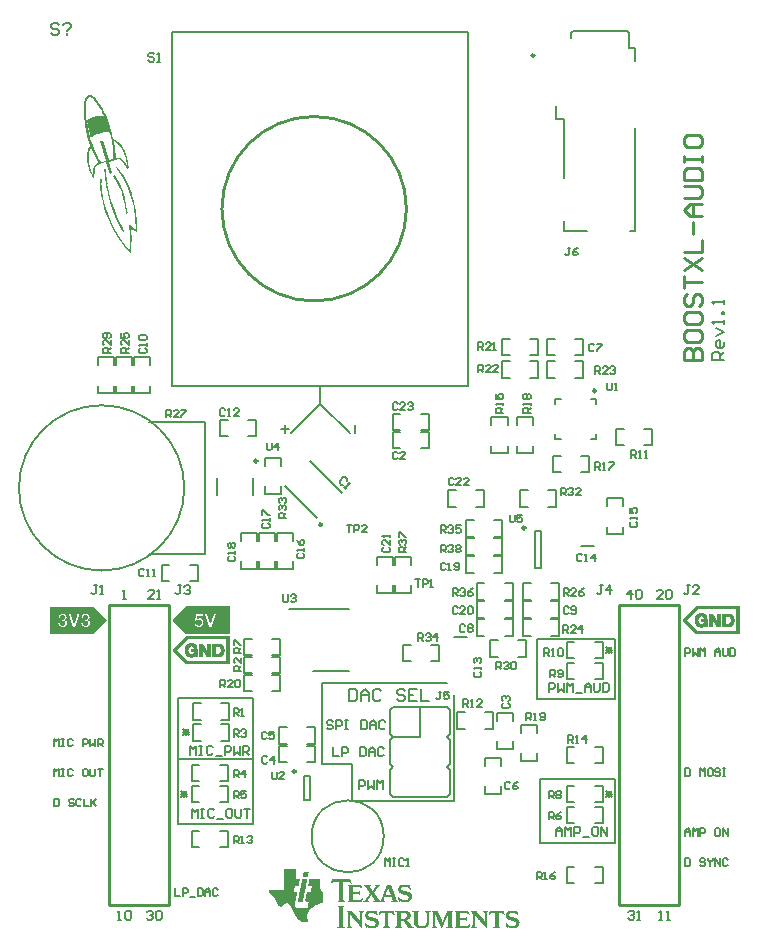
<source format=gto>
%FSLAX25Y25*%
%MOIN*%
G70*
G01*
G75*
G04 Layer_Color=65535*
G04:AMPARAMS|DCode=10|XSize=88.58mil|YSize=76.77mil|CornerRadius=0mil|HoleSize=0mil|Usage=FLASHONLY|Rotation=225.000|XOffset=0mil|YOffset=0mil|HoleType=Round|Shape=Rectangle|*
%AMROTATEDRECTD10*
4,1,4,0.00418,0.05846,0.05846,0.00418,-0.00418,-0.05846,-0.05846,-0.00418,0.00418,0.05846,0.0*
%
%ADD10ROTATEDRECTD10*%

%ADD11O,0.06693X0.01378*%
%ADD12R,0.03937X0.03740*%
%ADD13R,0.03740X0.03937*%
%ADD14R,0.04921X0.07087*%
%ADD15O,0.00984X0.03740*%
%ADD16O,0.03740X0.00984*%
%ADD17R,0.06535X0.06535*%
%ADD18R,0.07441X0.06181*%
%ADD19O,0.01772X0.07874*%
%ADD20R,0.04331X0.02559*%
%ADD21C,0.03937*%
%ADD22R,0.03543X0.01575*%
%ADD23R,0.11024X0.07874*%
%ADD24R,0.11024X0.11024*%
%ADD25R,0.11024X0.08661*%
%ADD26C,0.01000*%
%ADD27C,0.01500*%
%ADD28C,0.01200*%
%ADD29C,0.01800*%
%ADD30C,0.06000*%
%ADD31R,0.06000X0.06000*%
%ADD32C,0.07874*%
%ADD33C,0.02953*%
%ADD34C,0.05118*%
%ADD35R,0.06496X0.06496*%
%ADD36C,0.06496*%
%ADD37C,0.02000*%
%ADD38C,0.00600*%
%ADD39C,0.00984*%
%ADD40C,0.00700*%
%ADD41C,0.00050*%
%ADD42C,0.00787*%
G36*
X139682Y7856D02*
X139754D01*
Y7711D01*
X139827D01*
Y7493D01*
X139900D01*
Y7275D01*
X139972D01*
Y7129D01*
X140045D01*
Y6911D01*
X140118D01*
Y6693D01*
X140045D01*
Y6620D01*
X139972D01*
Y6693D01*
X139900D01*
Y6766D01*
X139827D01*
Y6838D01*
X139682D01*
Y6911D01*
X139609D01*
Y6984D01*
X139536D01*
Y7056D01*
X139464D01*
Y7129D01*
X139318D01*
Y7202D01*
X139100D01*
Y7275D01*
X138809D01*
Y7347D01*
X137283D01*
Y7275D01*
X137065D01*
Y7129D01*
X136992D01*
Y5602D01*
X138737D01*
Y5675D01*
X138955D01*
Y5748D01*
X139027D01*
Y5821D01*
X139100D01*
Y5966D01*
X139173D01*
Y6111D01*
X139391D01*
Y4512D01*
X139173D01*
Y4657D01*
X139100D01*
Y4803D01*
X139027D01*
Y4875D01*
X138809D01*
Y4948D01*
X136992D01*
Y3131D01*
X137065D01*
Y2985D01*
X139173D01*
Y3058D01*
X139464D01*
Y3131D01*
X139609D01*
Y3203D01*
X139754D01*
Y3276D01*
X139827D01*
Y3349D01*
X139900D01*
Y3421D01*
X139972D01*
Y3494D01*
X140045D01*
Y3567D01*
X140118D01*
Y3639D01*
X140191D01*
Y3712D01*
X140336D01*
Y3639D01*
X140409D01*
Y3494D01*
X140336D01*
Y3349D01*
X140263D01*
Y3131D01*
X140191D01*
Y2985D01*
X140118D01*
Y2767D01*
X140045D01*
Y2622D01*
X139972D01*
Y2404D01*
X139900D01*
Y2258D01*
X135174D01*
Y2476D01*
X135320D01*
Y2549D01*
X135465D01*
Y2622D01*
X135610D01*
Y2694D01*
X135683D01*
Y2912D01*
X135756D01*
Y7420D01*
X135683D01*
Y7565D01*
X135610D01*
Y7638D01*
X135538D01*
Y7711D01*
X135392D01*
Y7783D01*
X135174D01*
Y8002D01*
X139682D01*
Y7856D01*
D02*
G37*
G36*
X86029Y18325D02*
X85956D01*
Y17961D01*
X85884D01*
Y17598D01*
X85811D01*
Y17234D01*
X85738D01*
Y16871D01*
X85666D01*
Y16507D01*
X85593D01*
Y16144D01*
X85520D01*
Y15780D01*
X85448D01*
Y15417D01*
X85375D01*
Y15053D01*
X85302D01*
Y14690D01*
X85229D01*
Y14326D01*
X85157D01*
Y13963D01*
X85084D01*
Y13599D01*
X85011D01*
Y13236D01*
X84939D01*
Y12872D01*
X84866D01*
Y12509D01*
X84793D01*
Y12145D01*
X84720D01*
Y11782D01*
X84648D01*
Y11418D01*
X84575D01*
Y11055D01*
X82830D01*
Y11273D01*
X82903D01*
Y11637D01*
X82976D01*
Y12000D01*
X83048D01*
Y12364D01*
X83121D01*
Y12727D01*
X83194D01*
Y13091D01*
X83266D01*
Y13454D01*
X83339D01*
Y13817D01*
X83412D01*
Y14181D01*
X83485D01*
Y14545D01*
X83557D01*
Y14908D01*
X83630D01*
Y15271D01*
X83703D01*
Y15635D01*
X83775D01*
Y15999D01*
X83848D01*
Y16362D01*
X83921D01*
Y16725D01*
X83993D01*
Y17089D01*
X84066D01*
Y17452D01*
X84139D01*
Y17816D01*
X84211D01*
Y18180D01*
X84284D01*
Y18470D01*
X86029D01*
Y18325D01*
D02*
G37*
G36*
X151459Y7929D02*
X151532D01*
Y7711D01*
X151604D01*
Y7493D01*
X151677D01*
Y7275D01*
X151750D01*
Y6984D01*
X151823D01*
Y6766D01*
X151895D01*
Y6475D01*
X151677D01*
Y6620D01*
X151604D01*
Y6693D01*
X151532D01*
Y6766D01*
X151459D01*
Y6838D01*
X151386D01*
Y6911D01*
X151314D01*
Y6984D01*
X151241D01*
Y7056D01*
X151168D01*
Y7129D01*
X151096D01*
Y7202D01*
X150877D01*
Y7275D01*
X150587D01*
Y7347D01*
X149932D01*
Y7275D01*
X149860D01*
Y7202D01*
X149787D01*
Y2840D01*
X149860D01*
Y2694D01*
X149932D01*
Y2622D01*
X150078D01*
Y2549D01*
X150296D01*
Y2476D01*
X150369D01*
Y2258D01*
X147969D01*
Y2476D01*
X148042D01*
Y2549D01*
X148260D01*
Y2622D01*
X148406D01*
Y2694D01*
X148478D01*
Y2840D01*
X148551D01*
Y7202D01*
X148478D01*
Y7275D01*
X148406D01*
Y7347D01*
X147751D01*
Y7275D01*
X147460D01*
Y7202D01*
X147315D01*
Y7129D01*
X147170D01*
Y7056D01*
X147097D01*
Y6984D01*
X147024D01*
Y6911D01*
X146952D01*
Y6838D01*
X146879D01*
Y6693D01*
X146806D01*
Y6620D01*
X146733D01*
Y6548D01*
X146661D01*
Y6475D01*
X146516D01*
Y6548D01*
X146443D01*
Y6620D01*
X146516D01*
Y6838D01*
X146588D01*
Y7129D01*
X146661D01*
Y7347D01*
X146733D01*
Y7565D01*
X146806D01*
Y7783D01*
X146879D01*
Y8002D01*
X151459D01*
Y7929D01*
D02*
G37*
G36*
X154876Y8002D02*
X155167D01*
Y7929D01*
X155312D01*
Y7856D01*
X155457D01*
Y7783D01*
X155676D01*
Y7929D01*
X155748D01*
Y8002D01*
X156039D01*
Y7783D01*
X156112D01*
Y7493D01*
X156184D01*
Y7275D01*
X156257D01*
Y6984D01*
X156330D01*
Y6766D01*
X156403D01*
Y6475D01*
X156184D01*
Y6548D01*
X156112D01*
Y6620D01*
X156039D01*
Y6693D01*
X155966D01*
Y6766D01*
X155894D01*
Y6838D01*
X155748D01*
Y6911D01*
X155676D01*
Y6984D01*
X155530D01*
Y7056D01*
X155457D01*
Y7129D01*
X155239D01*
Y7202D01*
X155094D01*
Y7275D01*
X154803D01*
Y7347D01*
X153858D01*
Y7275D01*
X153640D01*
Y7202D01*
X153495D01*
Y7129D01*
X153422D01*
Y7056D01*
X153349D01*
Y6911D01*
X153277D01*
Y6402D01*
X153349D01*
Y6329D01*
X153422D01*
Y6257D01*
X153495D01*
Y6184D01*
X153567D01*
Y6111D01*
X153785D01*
Y6039D01*
X154004D01*
Y5966D01*
X154367D01*
Y5893D01*
X154658D01*
Y5821D01*
X155021D01*
Y5748D01*
X155312D01*
Y5675D01*
X155530D01*
Y5602D01*
X155748D01*
Y5530D01*
X155894D01*
Y5457D01*
X156039D01*
Y5384D01*
X156184D01*
Y5312D01*
X156257D01*
Y5239D01*
X156330D01*
Y5166D01*
X156403D01*
Y5094D01*
X156475D01*
Y5021D01*
X156548D01*
Y4948D01*
X156621D01*
Y4803D01*
X156693D01*
Y4657D01*
X156766D01*
Y4148D01*
X156839D01*
Y3858D01*
X156766D01*
Y3421D01*
X156693D01*
Y3276D01*
X156621D01*
Y3131D01*
X156548D01*
Y2985D01*
X156475D01*
Y2912D01*
X156403D01*
Y2840D01*
X156330D01*
Y2767D01*
X156257D01*
Y2694D01*
X156184D01*
Y2622D01*
X156039D01*
Y2549D01*
X155966D01*
Y2476D01*
X155821D01*
Y2404D01*
X155603D01*
Y2331D01*
X155385D01*
Y2258D01*
X155021D01*
Y2186D01*
X154004D01*
Y2258D01*
X153640D01*
Y2331D01*
X153422D01*
Y2404D01*
X153277D01*
Y2476D01*
X153131D01*
Y2549D01*
X152913D01*
Y2476D01*
X152840D01*
Y2258D01*
X152550D01*
Y2331D01*
X152477D01*
Y2622D01*
X152404D01*
Y2912D01*
X152331D01*
Y3131D01*
X152259D01*
Y3421D01*
X152186D01*
Y3712D01*
X152113D01*
Y4076D01*
X152259D01*
Y4003D01*
X152331D01*
Y3930D01*
X152404D01*
Y3858D01*
X152477D01*
Y3785D01*
X152550D01*
Y3712D01*
X152622D01*
Y3639D01*
X152695D01*
Y3567D01*
X152840D01*
Y3494D01*
X152913D01*
Y3421D01*
X152986D01*
Y3349D01*
X153131D01*
Y3276D01*
X153204D01*
Y3203D01*
X153349D01*
Y3131D01*
X153567D01*
Y3058D01*
X153785D01*
Y2985D01*
X154076D01*
Y2912D01*
X154876D01*
Y2985D01*
X155094D01*
Y3058D01*
X155312D01*
Y3131D01*
X155385D01*
Y3203D01*
X155457D01*
Y3276D01*
X155530D01*
Y3349D01*
X155603D01*
Y3494D01*
X155676D01*
Y4076D01*
X155603D01*
Y4148D01*
X155530D01*
Y4294D01*
X155385D01*
Y4366D01*
X155312D01*
Y4439D01*
X155094D01*
Y4512D01*
X154876D01*
Y4585D01*
X154585D01*
Y4657D01*
X154222D01*
Y4730D01*
X153931D01*
Y4803D01*
X153640D01*
Y4875D01*
X153349D01*
Y4948D01*
X153204D01*
Y5021D01*
X153058D01*
Y5094D01*
X152913D01*
Y5166D01*
X152840D01*
Y5239D01*
X152695D01*
Y5312D01*
X152622D01*
Y5384D01*
X152550D01*
Y5457D01*
X152477D01*
Y5602D01*
X152404D01*
Y5675D01*
X152331D01*
Y5893D01*
X152259D01*
Y6911D01*
X152331D01*
Y7129D01*
X152404D01*
Y7275D01*
X152477D01*
Y7347D01*
X152550D01*
Y7420D01*
X152622D01*
Y7565D01*
X152695D01*
Y7638D01*
X152840D01*
Y7711D01*
X152913D01*
Y7783D01*
X153058D01*
Y7856D01*
X153204D01*
Y7929D01*
X153349D01*
Y8002D01*
X153640D01*
Y8074D01*
X154876D01*
Y8002D01*
D02*
G37*
G36*
X113946Y16580D02*
X114019D01*
Y16362D01*
X114091D01*
Y16144D01*
X114164D01*
Y15999D01*
X114237D01*
Y15780D01*
X114309D01*
Y15635D01*
X114382D01*
Y15417D01*
X114455D01*
Y15199D01*
X114527D01*
Y15053D01*
X114600D01*
Y14835D01*
X114673D01*
Y14617D01*
X114746D01*
Y14472D01*
X114818D01*
Y14254D01*
X114891D01*
Y14108D01*
X114964D01*
Y13890D01*
X115036D01*
Y13672D01*
X115109D01*
Y13527D01*
X115182D01*
Y13309D01*
X115254D01*
Y13091D01*
X115327D01*
Y12945D01*
X115400D01*
Y12727D01*
X115473D01*
Y12582D01*
X115545D01*
Y12364D01*
X115618D01*
Y12145D01*
X115691D01*
Y12000D01*
X115763D01*
Y11782D01*
X115836D01*
Y11637D01*
X115909D01*
Y11564D01*
X115981D01*
Y11491D01*
X116054D01*
Y11418D01*
X116127D01*
Y11346D01*
X116200D01*
Y11273D01*
X116345D01*
Y11200D01*
X116418D01*
Y10982D01*
X114019D01*
Y11200D01*
X114237D01*
Y11273D01*
X114309D01*
Y11346D01*
X114382D01*
Y11418D01*
X114455D01*
Y11782D01*
X114382D01*
Y12000D01*
X114309D01*
Y12145D01*
X114237D01*
Y12364D01*
X114164D01*
Y12582D01*
X111765D01*
Y12364D01*
X111692D01*
Y12218D01*
X111619D01*
Y12000D01*
X111547D01*
Y11782D01*
X111474D01*
Y11346D01*
X111547D01*
Y11273D01*
X111692D01*
Y11200D01*
X111910D01*
Y10982D01*
X107984D01*
Y11200D01*
X108203D01*
Y11273D01*
X108348D01*
Y11346D01*
X108421D01*
Y11418D01*
X108493D01*
Y11709D01*
X108421D01*
Y11855D01*
X108348D01*
Y11927D01*
X108275D01*
Y12000D01*
X108203D01*
Y12145D01*
X108130D01*
Y12218D01*
X108057D01*
Y12364D01*
X107984D01*
Y12436D01*
X107912D01*
Y12582D01*
X107839D01*
Y12654D01*
X107766D01*
Y12800D01*
X107694D01*
Y12872D01*
X107621D01*
Y12945D01*
X107548D01*
Y13091D01*
X107475D01*
Y13163D01*
X107403D01*
Y13309D01*
X107330D01*
Y13236D01*
X107257D01*
Y13091D01*
X107185D01*
Y12945D01*
X107112D01*
Y12872D01*
X107039D01*
Y12727D01*
X106967D01*
Y12654D01*
X106894D01*
Y12509D01*
X106821D01*
Y12436D01*
X106749D01*
Y12291D01*
X106676D01*
Y12218D01*
X106603D01*
Y12073D01*
X106530D01*
Y11927D01*
X106458D01*
Y11855D01*
X106385D01*
Y11709D01*
X106312D01*
Y11346D01*
X106385D01*
Y11273D01*
X106530D01*
Y11200D01*
X106749D01*
Y10982D01*
X104568D01*
Y11200D01*
X104713D01*
Y11273D01*
X104931D01*
Y11346D01*
X105076D01*
Y11418D01*
X105149D01*
Y11491D01*
X105222D01*
Y11564D01*
X105295D01*
Y11637D01*
X105367D01*
Y11709D01*
X105440D01*
Y11782D01*
X105513D01*
Y11855D01*
X105585D01*
Y12000D01*
X105658D01*
Y12073D01*
X105731D01*
Y12218D01*
X105803D01*
Y12291D01*
X105876D01*
Y12364D01*
X105949D01*
Y12509D01*
X106022D01*
Y12582D01*
X106094D01*
Y12727D01*
X106167D01*
Y12800D01*
X106240D01*
Y12872D01*
X106312D01*
Y13018D01*
X106385D01*
Y13091D01*
X106458D01*
Y13236D01*
X106530D01*
Y13309D01*
X106603D01*
Y13454D01*
X106676D01*
Y13527D01*
X106749D01*
Y13599D01*
X106821D01*
Y13745D01*
X106894D01*
Y13963D01*
X106821D01*
Y14036D01*
X106749D01*
Y14181D01*
X106676D01*
Y14254D01*
X106603D01*
Y14326D01*
X106530D01*
Y14472D01*
X106458D01*
Y14545D01*
X106385D01*
Y14690D01*
X106312D01*
Y14763D01*
X106240D01*
Y14908D01*
X106167D01*
Y14981D01*
X106094D01*
Y15053D01*
X106022D01*
Y15199D01*
X105949D01*
Y15271D01*
X105876D01*
Y15417D01*
X105803D01*
Y15490D01*
X105731D01*
Y15562D01*
X105658D01*
Y15708D01*
X105585D01*
Y15780D01*
X105513D01*
Y15926D01*
X105440D01*
Y15999D01*
X105367D01*
Y16071D01*
X105295D01*
Y16144D01*
X105222D01*
Y16217D01*
X105149D01*
Y16289D01*
X105076D01*
Y16362D01*
X104931D01*
Y16435D01*
X104786D01*
Y16507D01*
X104640D01*
Y16725D01*
X107330D01*
Y16507D01*
X107185D01*
Y16435D01*
X107039D01*
Y16362D01*
X106967D01*
Y16217D01*
X106894D01*
Y16071D01*
X106967D01*
Y15926D01*
X107039D01*
Y15780D01*
X107112D01*
Y15635D01*
X107185D01*
Y15562D01*
X107257D01*
Y15417D01*
X107330D01*
Y15344D01*
X107403D01*
Y15199D01*
X107475D01*
Y15126D01*
X107548D01*
Y14981D01*
X107621D01*
Y14908D01*
X107694D01*
Y14763D01*
X107766D01*
Y14690D01*
X107839D01*
Y14617D01*
X107912D01*
Y14690D01*
X107984D01*
Y14835D01*
X108057D01*
Y14908D01*
X108130D01*
Y15053D01*
X108203D01*
Y15126D01*
X108275D01*
Y15271D01*
X108348D01*
Y15344D01*
X108421D01*
Y15490D01*
X108493D01*
Y15562D01*
X108566D01*
Y15708D01*
X108639D01*
Y15780D01*
X108711D01*
Y15926D01*
X108784D01*
Y15999D01*
X108857D01*
Y16362D01*
X108784D01*
Y16435D01*
X108639D01*
Y16507D01*
X108421D01*
Y16725D01*
X110456D01*
Y16507D01*
X110383D01*
Y16435D01*
X110166D01*
Y16362D01*
X110020D01*
Y16289D01*
X109947D01*
Y16217D01*
X109875D01*
Y16144D01*
X109802D01*
Y16071D01*
X109729D01*
Y15999D01*
X109657D01*
Y15926D01*
X109584D01*
Y15853D01*
X109511D01*
Y15708D01*
X109438D01*
Y15635D01*
X109366D01*
Y15490D01*
X109293D01*
Y15417D01*
X109220D01*
Y15344D01*
X109148D01*
Y15199D01*
X109075D01*
Y15126D01*
X109002D01*
Y14981D01*
X108930D01*
Y14908D01*
X108857D01*
Y14763D01*
X108784D01*
Y14690D01*
X108711D01*
Y14617D01*
X108639D01*
Y14472D01*
X108566D01*
Y14399D01*
X108493D01*
Y14254D01*
X108421D01*
Y14181D01*
X108348D01*
Y14108D01*
X108275D01*
Y14036D01*
X108348D01*
Y13890D01*
X108421D01*
Y13817D01*
X108493D01*
Y13672D01*
X108566D01*
Y13599D01*
X108639D01*
Y13527D01*
X108711D01*
Y13381D01*
X108784D01*
Y13309D01*
X108857D01*
Y13163D01*
X108930D01*
Y13091D01*
X109002D01*
Y13018D01*
X109075D01*
Y12872D01*
X109148D01*
Y12800D01*
X109220D01*
Y12654D01*
X109293D01*
Y12582D01*
X109366D01*
Y12436D01*
X109438D01*
Y12364D01*
X109511D01*
Y12291D01*
X109584D01*
Y12145D01*
X109657D01*
Y12073D01*
X109729D01*
Y11927D01*
X109802D01*
Y11855D01*
X109875D01*
Y11782D01*
X109947D01*
Y11637D01*
X110020D01*
Y11564D01*
X110093D01*
Y11491D01*
X110166D01*
Y11418D01*
X110238D01*
Y11346D01*
X110383D01*
Y11418D01*
X110456D01*
Y11491D01*
X110529D01*
Y11637D01*
X110602D01*
Y11709D01*
X110674D01*
Y11855D01*
X110747D01*
Y12000D01*
X110820D01*
Y12145D01*
X110892D01*
Y12364D01*
X110965D01*
Y12582D01*
X111038D01*
Y12727D01*
X111110D01*
Y12945D01*
X111183D01*
Y13091D01*
X111256D01*
Y13309D01*
X111329D01*
Y13454D01*
X111401D01*
Y13672D01*
X111474D01*
Y13817D01*
X111547D01*
Y14036D01*
X111619D01*
Y14254D01*
X111692D01*
Y14399D01*
X111765D01*
Y14617D01*
X111838D01*
Y14763D01*
X111910D01*
Y14981D01*
X111983D01*
Y15126D01*
X112056D01*
Y15344D01*
X112128D01*
Y15490D01*
X112201D01*
Y15708D01*
X112274D01*
Y15853D01*
X112346D01*
Y16071D01*
X112419D01*
Y16289D01*
X112492D01*
Y16435D01*
X112565D01*
Y16653D01*
X112637D01*
Y16725D01*
X113946D01*
Y16580D01*
D02*
G37*
G36*
X100424Y18252D02*
X100496D01*
Y18034D01*
X100569D01*
Y17816D01*
X100642D01*
Y17598D01*
X100714D01*
Y17380D01*
X100787D01*
Y17162D01*
X100860D01*
Y17089D01*
X100787D01*
Y17016D01*
X100642D01*
Y17162D01*
X100569D01*
Y17234D01*
X100496D01*
Y17307D01*
X100424D01*
Y17380D01*
X100278D01*
Y17452D01*
X100206D01*
Y17525D01*
X99988D01*
Y17598D01*
X99697D01*
Y17671D01*
X98170D01*
Y17598D01*
X98097D01*
Y17452D01*
X98024D01*
Y11709D01*
X98097D01*
Y11491D01*
X98170D01*
Y11418D01*
X98243D01*
Y11346D01*
X98315D01*
Y11273D01*
X98461D01*
Y11200D01*
X98606D01*
Y10982D01*
X96134D01*
Y11200D01*
X96280D01*
Y11273D01*
X96425D01*
Y11346D01*
X96498D01*
Y11418D01*
X96571D01*
Y11491D01*
X96643D01*
Y11782D01*
X96716D01*
Y17380D01*
X96643D01*
Y17598D01*
X96498D01*
Y17671D01*
X95044D01*
Y17598D01*
X94753D01*
Y17525D01*
X94535D01*
Y17452D01*
X94462D01*
Y17380D01*
X94317D01*
Y17307D01*
X94244D01*
Y17234D01*
X94172D01*
Y17162D01*
X94099D01*
Y17089D01*
X94026D01*
Y17016D01*
X93953D01*
Y17089D01*
X93881D01*
Y17307D01*
X93953D01*
Y17452D01*
X94026D01*
Y17671D01*
X94099D01*
Y17889D01*
X94172D01*
Y18107D01*
X94244D01*
Y18325D01*
X94317D01*
Y18470D01*
X100424D01*
Y18252D01*
D02*
G37*
G36*
X86465Y20579D02*
X86393D01*
Y20215D01*
X86320D01*
Y19852D01*
X86247D01*
Y19488D01*
X86174D01*
Y19197D01*
X84430D01*
Y19343D01*
X84502D01*
Y19706D01*
X84575D01*
Y20070D01*
X84648D01*
Y20433D01*
X84720D01*
Y20797D01*
X84793D01*
Y20869D01*
X86465D01*
Y20579D01*
D02*
G37*
G36*
X118889Y16725D02*
X119180D01*
Y16653D01*
X119398D01*
Y16580D01*
X119544D01*
Y16507D01*
X119689D01*
Y16435D01*
X119762D01*
Y16507D01*
X119834D01*
Y16725D01*
X120125D01*
Y16653D01*
X120198D01*
Y16362D01*
X120271D01*
Y16144D01*
X120343D01*
Y15853D01*
X120416D01*
Y15635D01*
X120489D01*
Y15344D01*
X120562D01*
Y15199D01*
X120489D01*
Y15126D01*
X120343D01*
Y15199D01*
X120271D01*
Y15271D01*
X120198D01*
Y15344D01*
X120125D01*
Y15417D01*
X120053D01*
Y15490D01*
X119980D01*
Y15562D01*
X119907D01*
Y15635D01*
X119762D01*
Y15708D01*
X119689D01*
Y15780D01*
X119544D01*
Y15853D01*
X119326D01*
Y15926D01*
X119107D01*
Y15999D01*
X118817D01*
Y16071D01*
X118162D01*
Y15999D01*
X117872D01*
Y15926D01*
X117726D01*
Y15853D01*
X117581D01*
Y15780D01*
X117508D01*
Y15635D01*
X117435D01*
Y15053D01*
X117508D01*
Y14981D01*
X117581D01*
Y14908D01*
X117654D01*
Y14835D01*
X117872D01*
Y14763D01*
X118090D01*
Y14690D01*
X118380D01*
Y14617D01*
X118671D01*
Y14545D01*
X119035D01*
Y14472D01*
X119326D01*
Y14399D01*
X119616D01*
Y14326D01*
X119834D01*
Y14254D01*
X119980D01*
Y14181D01*
X120125D01*
Y14108D01*
X120271D01*
Y14036D01*
X120416D01*
Y13963D01*
X120489D01*
Y13890D01*
X120562D01*
Y13817D01*
X120634D01*
Y13745D01*
X120707D01*
Y13599D01*
X120780D01*
Y13454D01*
X120852D01*
Y13236D01*
X120925D01*
Y12218D01*
X120852D01*
Y12000D01*
X120780D01*
Y11855D01*
X120707D01*
Y11709D01*
X120634D01*
Y11637D01*
X120562D01*
Y11564D01*
X120489D01*
Y11491D01*
X120416D01*
Y11418D01*
X120343D01*
Y11346D01*
X120271D01*
Y11273D01*
X120125D01*
Y11200D01*
X119980D01*
Y11128D01*
X119834D01*
Y11055D01*
X119616D01*
Y10982D01*
X119326D01*
Y10909D01*
X118017D01*
Y10982D01*
X117726D01*
Y11055D01*
X117508D01*
Y11128D01*
X117363D01*
Y11200D01*
X117217D01*
Y11273D01*
X117072D01*
Y11200D01*
X116999D01*
Y10982D01*
X116636D01*
Y11273D01*
X116563D01*
Y11491D01*
X116490D01*
Y11782D01*
X116418D01*
Y12073D01*
X116345D01*
Y12364D01*
X116272D01*
Y12582D01*
X116200D01*
Y12727D01*
X116272D01*
Y12800D01*
X116418D01*
Y12727D01*
X116490D01*
Y12654D01*
X116563D01*
Y12582D01*
X116636D01*
Y12509D01*
X116708D01*
Y12436D01*
X116781D01*
Y12364D01*
X116854D01*
Y12291D01*
X116927D01*
Y12218D01*
X116999D01*
Y12145D01*
X117072D01*
Y12073D01*
X117217D01*
Y12000D01*
X117363D01*
Y11927D01*
X117435D01*
Y11855D01*
X117654D01*
Y11782D01*
X117799D01*
Y11709D01*
X118090D01*
Y11637D01*
X119107D01*
Y11709D01*
X119326D01*
Y11782D01*
X119471D01*
Y11855D01*
X119544D01*
Y11927D01*
X119616D01*
Y12000D01*
X119689D01*
Y12073D01*
X119762D01*
Y12291D01*
X119834D01*
Y12654D01*
X119762D01*
Y12872D01*
X119689D01*
Y12945D01*
X119616D01*
Y13018D01*
X119544D01*
Y13091D01*
X119398D01*
Y13163D01*
X119180D01*
Y13236D01*
X118889D01*
Y13309D01*
X118599D01*
Y13381D01*
X118235D01*
Y13454D01*
X117944D01*
Y13527D01*
X117654D01*
Y13599D01*
X117435D01*
Y13672D01*
X117290D01*
Y13745D01*
X117145D01*
Y13817D01*
X116999D01*
Y13890D01*
X116927D01*
Y13963D01*
X116854D01*
Y14036D01*
X116708D01*
Y14181D01*
X116636D01*
Y14254D01*
X116563D01*
Y14399D01*
X116490D01*
Y14545D01*
X116418D01*
Y14835D01*
X116345D01*
Y15417D01*
X116418D01*
Y15708D01*
X116490D01*
Y15853D01*
X116563D01*
Y15999D01*
X116636D01*
Y16071D01*
X116708D01*
Y16144D01*
X116781D01*
Y16217D01*
X116854D01*
Y16289D01*
X116927D01*
Y16362D01*
X116999D01*
Y16435D01*
X117072D01*
Y16507D01*
X117217D01*
Y16580D01*
X117363D01*
Y16653D01*
X117581D01*
Y16725D01*
X117944D01*
Y16798D01*
X118889D01*
Y16725D01*
D02*
G37*
G36*
X103986Y16580D02*
X104059D01*
Y16435D01*
X104131D01*
Y16217D01*
X104204D01*
Y15999D01*
X104277D01*
Y15780D01*
X104350D01*
Y15635D01*
X104422D01*
Y15344D01*
X104204D01*
Y15417D01*
X104131D01*
Y15490D01*
X104059D01*
Y15562D01*
X103986D01*
Y15635D01*
X103913D01*
Y15708D01*
X103841D01*
Y15780D01*
X103695D01*
Y15853D01*
X103550D01*
Y15926D01*
X103332D01*
Y15999D01*
X101441D01*
Y15926D01*
X101369D01*
Y15853D01*
X101296D01*
Y14326D01*
X103186D01*
Y14399D01*
X103332D01*
Y14472D01*
X103404D01*
Y14617D01*
X103477D01*
Y14763D01*
X103695D01*
Y13163D01*
X103477D01*
Y13381D01*
X103404D01*
Y13454D01*
X103332D01*
Y13527D01*
X103259D01*
Y13599D01*
X103041D01*
Y13672D01*
X101296D01*
Y11855D01*
X101369D01*
Y11709D01*
X101587D01*
Y11637D01*
X103114D01*
Y11709D01*
X103622D01*
Y11782D01*
X103841D01*
Y11855D01*
X103986D01*
Y11927D01*
X104059D01*
Y12000D01*
X104204D01*
Y12073D01*
X104277D01*
Y12145D01*
X104350D01*
Y12218D01*
X104422D01*
Y12291D01*
X104495D01*
Y12364D01*
X104568D01*
Y12436D01*
X104640D01*
Y12364D01*
X104713D01*
Y12218D01*
X104640D01*
Y12000D01*
X104568D01*
Y11855D01*
X104495D01*
Y11637D01*
X104422D01*
Y11491D01*
X104350D01*
Y11273D01*
X104277D01*
Y11128D01*
X104204D01*
Y10982D01*
X99479D01*
Y11200D01*
X99697D01*
Y11273D01*
X99842D01*
Y11346D01*
X99915D01*
Y11418D01*
X99988D01*
Y11564D01*
X100060D01*
Y16144D01*
X99988D01*
Y16289D01*
X99915D01*
Y16362D01*
X99842D01*
Y16435D01*
X99624D01*
Y16507D01*
X99479D01*
Y16725D01*
X103986D01*
Y16580D01*
D02*
G37*
G36*
X127104Y7783D02*
X126886D01*
Y7711D01*
X126814D01*
Y7638D01*
X126741D01*
Y7565D01*
X126668D01*
Y7420D01*
X126596D01*
Y3785D01*
X126523D01*
Y3421D01*
X126450D01*
Y3276D01*
X126377D01*
Y3131D01*
X126305D01*
Y2985D01*
X126232D01*
Y2912D01*
X126159D01*
Y2767D01*
X126087D01*
Y2694D01*
X126014D01*
Y2622D01*
X125869D01*
Y2549D01*
X125796D01*
Y2476D01*
X125651D01*
Y2404D01*
X125432D01*
Y2331D01*
X125214D01*
Y2258D01*
X124778D01*
Y2186D01*
X123615D01*
Y2258D01*
X123179D01*
Y2331D01*
X122961D01*
Y2404D01*
X122743D01*
Y2476D01*
X122597D01*
Y2549D01*
X122452D01*
Y2622D01*
X122379D01*
Y2694D01*
X122234D01*
Y2767D01*
X122161D01*
Y2840D01*
X122088D01*
Y2912D01*
X122016D01*
Y2985D01*
X121943D01*
Y3131D01*
X121870D01*
Y3203D01*
X121798D01*
Y3349D01*
X121725D01*
Y3567D01*
X121652D01*
Y7275D01*
X121579D01*
Y7493D01*
X121507D01*
Y7638D01*
X121434D01*
Y7711D01*
X121289D01*
Y7783D01*
X121071D01*
Y8002D01*
X123397D01*
Y7783D01*
X123179D01*
Y7711D01*
X123033D01*
Y7638D01*
X122961D01*
Y7493D01*
X122888D01*
Y7202D01*
X122815D01*
Y4076D01*
X122888D01*
Y3712D01*
X122961D01*
Y3494D01*
X123033D01*
Y3349D01*
X123106D01*
Y3276D01*
X123179D01*
Y3203D01*
X123251D01*
Y3131D01*
X123397D01*
Y3058D01*
X123542D01*
Y2985D01*
X123833D01*
Y2912D01*
X124851D01*
Y2985D01*
X125142D01*
Y3058D01*
X125287D01*
Y3131D01*
X125360D01*
Y3203D01*
X125432D01*
Y3276D01*
X125505D01*
Y3349D01*
X125578D01*
Y3421D01*
X125651D01*
Y3639D01*
X125723D01*
Y3930D01*
X125796D01*
Y7275D01*
X125723D01*
Y7493D01*
X125651D01*
Y7638D01*
X125578D01*
Y7711D01*
X125432D01*
Y7783D01*
X125214D01*
Y8002D01*
X127104D01*
Y7783D01*
D02*
G37*
G36*
X82394Y18470D02*
X83557D01*
Y18398D01*
X83485D01*
Y18034D01*
X83412D01*
Y17671D01*
X83339D01*
Y17307D01*
X83266D01*
Y16944D01*
X83194D01*
Y16580D01*
X83121D01*
Y16289D01*
X81885D01*
Y16071D01*
X81813D01*
Y15708D01*
X81740D01*
Y15344D01*
X81667D01*
Y14981D01*
X81594D01*
Y14617D01*
X81522D01*
Y14254D01*
X82685D01*
Y13963D01*
X82612D01*
Y13599D01*
X82539D01*
Y13236D01*
X82467D01*
Y12872D01*
X82394D01*
Y12509D01*
X82321D01*
Y12145D01*
X82249D01*
Y11782D01*
X82176D01*
Y11418D01*
X82103D01*
Y11055D01*
X82031D01*
Y10691D01*
X81958D01*
Y10328D01*
X81885D01*
Y9746D01*
X81958D01*
Y9528D01*
X82031D01*
Y9383D01*
X82103D01*
Y9310D01*
X82176D01*
Y9237D01*
X82249D01*
Y9165D01*
X82394D01*
Y9092D01*
X82539D01*
Y9019D01*
X82830D01*
Y8947D01*
X83266D01*
Y8874D01*
X86102D01*
Y9092D01*
X86174D01*
Y9455D01*
X86247D01*
Y9819D01*
X86320D01*
Y10182D01*
X86393D01*
Y10546D01*
X86465D01*
Y10909D01*
X86538D01*
Y11055D01*
X85593D01*
Y11128D01*
X85448D01*
Y11200D01*
X85375D01*
Y11855D01*
X85448D01*
Y12145D01*
X85520D01*
Y12509D01*
X85593D01*
Y12872D01*
X85666D01*
Y13236D01*
X85738D01*
Y13599D01*
X85811D01*
Y13963D01*
X85884D01*
Y14254D01*
X87192D01*
Y14617D01*
X87265D01*
Y14981D01*
X87338D01*
Y15344D01*
X87410D01*
Y15708D01*
X87483D01*
Y16071D01*
X87556D01*
Y16289D01*
X86320D01*
Y16507D01*
X86393D01*
Y16871D01*
X86465D01*
Y17234D01*
X86538D01*
Y17598D01*
X86611D01*
Y17961D01*
X86683D01*
Y18325D01*
X86756D01*
Y18470D01*
X90246D01*
Y15999D01*
X90318D01*
Y15635D01*
X90391D01*
Y15344D01*
X90464D01*
Y15199D01*
X90536D01*
Y15053D01*
X90609D01*
Y14908D01*
X90682D01*
Y14835D01*
X90754D01*
Y14690D01*
X90827D01*
Y14617D01*
X90900D01*
Y14545D01*
X90973D01*
Y14472D01*
X91045D01*
Y14399D01*
X91191D01*
Y14326D01*
X91264D01*
Y10764D01*
X91118D01*
Y10691D01*
X90900D01*
Y10619D01*
X90609D01*
Y10546D01*
X90391D01*
Y10473D01*
X90173D01*
Y10401D01*
X89955D01*
Y10328D01*
X89810D01*
Y10255D01*
X89591D01*
Y10182D01*
X89446D01*
Y10110D01*
X89301D01*
Y10037D01*
X89155D01*
Y9964D01*
X89010D01*
Y9892D01*
X88864D01*
Y9819D01*
X88719D01*
Y9746D01*
X88574D01*
Y9674D01*
X88501D01*
Y9601D01*
X88355D01*
Y9528D01*
X88210D01*
Y9455D01*
X88137D01*
Y9383D01*
X88065D01*
Y9310D01*
X87919D01*
Y9237D01*
X87847D01*
Y9165D01*
X87774D01*
Y9092D01*
X87628D01*
Y9019D01*
X87556D01*
Y8947D01*
X87483D01*
Y8874D01*
X87410D01*
Y8801D01*
X87338D01*
Y8728D01*
X87265D01*
Y8656D01*
X87192D01*
Y8583D01*
X87120D01*
Y8510D01*
X87047D01*
Y8438D01*
X86974D01*
Y8365D01*
X86901D01*
Y8292D01*
X86829D01*
Y8147D01*
X86756D01*
Y8074D01*
X86683D01*
Y8002D01*
X86611D01*
Y7856D01*
X86538D01*
Y7783D01*
X86465D01*
Y7638D01*
X86393D01*
Y7493D01*
X86320D01*
Y7347D01*
X86247D01*
Y7202D01*
X86174D01*
Y6984D01*
X86102D01*
Y6693D01*
X86029D01*
Y5602D01*
X86102D01*
Y5239D01*
X86174D01*
Y4948D01*
X86247D01*
Y4730D01*
X86320D01*
Y4585D01*
X86393D01*
Y4439D01*
X86247D01*
Y4366D01*
X86029D01*
Y4294D01*
X85666D01*
Y4221D01*
X84866D01*
Y4294D01*
X84502D01*
Y4366D01*
X84284D01*
Y4439D01*
X84066D01*
Y4512D01*
X83921D01*
Y4585D01*
X83775D01*
Y4657D01*
X83703D01*
Y4730D01*
X83557D01*
Y4803D01*
X83485D01*
Y4875D01*
X83339D01*
Y4948D01*
X83266D01*
Y5021D01*
X83194D01*
Y5094D01*
X83048D01*
Y5166D01*
X82976D01*
Y5239D01*
X82903D01*
Y5312D01*
X82830D01*
Y5384D01*
X82758D01*
Y5457D01*
X82685D01*
Y5530D01*
X82612D01*
Y5602D01*
X82539D01*
Y5748D01*
X82467D01*
Y5821D01*
X82394D01*
Y5893D01*
X82321D01*
Y5966D01*
X82249D01*
Y6111D01*
X82176D01*
Y6184D01*
X82103D01*
Y6329D01*
X82031D01*
Y6475D01*
X81958D01*
Y6548D01*
X81885D01*
Y6693D01*
X81813D01*
Y6838D01*
X81740D01*
Y6984D01*
X81667D01*
Y7129D01*
X81594D01*
Y7275D01*
X81522D01*
Y7420D01*
X81449D01*
Y7565D01*
X81376D01*
Y7711D01*
X81304D01*
Y7856D01*
X81231D01*
Y8002D01*
X81158D01*
Y8220D01*
X81085D01*
Y8365D01*
X81013D01*
Y8510D01*
X80940D01*
Y8656D01*
X80867D01*
Y8801D01*
X80795D01*
Y8947D01*
X80722D01*
Y9092D01*
X80649D01*
Y9237D01*
X80576D01*
Y9383D01*
X80504D01*
Y9528D01*
X80431D01*
Y9674D01*
X80358D01*
Y9746D01*
X80286D01*
Y9892D01*
X80213D01*
Y9964D01*
X80140D01*
Y10037D01*
X80068D01*
Y10110D01*
X79995D01*
Y10182D01*
X79922D01*
Y10255D01*
X79849D01*
Y10328D01*
X79777D01*
Y10401D01*
X79631D01*
Y10473D01*
X79341D01*
Y10546D01*
X79195D01*
Y10473D01*
X78832D01*
Y10401D01*
X78686D01*
Y10328D01*
X78541D01*
Y10255D01*
X78468D01*
Y10182D01*
X78396D01*
Y10110D01*
X78323D01*
Y10037D01*
X78250D01*
Y9964D01*
X78177D01*
Y9892D01*
X78105D01*
Y9819D01*
X78032D01*
Y9746D01*
X77959D01*
Y9674D01*
X77887D01*
Y9601D01*
X77814D01*
Y9528D01*
X77741D01*
Y9455D01*
X77596D01*
Y9383D01*
X77014D01*
Y9455D01*
X76796D01*
Y9528D01*
X76651D01*
Y9601D01*
X76578D01*
Y9674D01*
X76505D01*
Y9746D01*
X76360D01*
Y9892D01*
X76287D01*
Y9964D01*
X76214D01*
Y10037D01*
X76142D01*
Y10182D01*
X76069D01*
Y10328D01*
X75997D01*
Y10473D01*
X75924D01*
Y10619D01*
X75851D01*
Y10764D01*
X75778D01*
Y10909D01*
X75706D01*
Y11128D01*
X75633D01*
Y11273D01*
X75560D01*
Y11491D01*
X75488D01*
Y11637D01*
X75415D01*
Y11855D01*
X75342D01*
Y11927D01*
X75269D01*
Y12073D01*
X75197D01*
Y12145D01*
X75124D01*
Y12291D01*
X75051D01*
Y12364D01*
X74979D01*
Y12436D01*
X74906D01*
Y12509D01*
X74833D01*
Y12582D01*
X74761D01*
Y12654D01*
X74688D01*
Y12727D01*
X74615D01*
Y12800D01*
X74542D01*
Y12872D01*
X74470D01*
Y12945D01*
X74397D01*
Y13018D01*
X74252D01*
Y13091D01*
X74179D01*
Y13163D01*
X74106D01*
Y13236D01*
X74034D01*
Y13309D01*
X73961D01*
Y13381D01*
X73888D01*
Y13454D01*
X73815D01*
Y13527D01*
X73743D01*
Y13599D01*
X73670D01*
Y13745D01*
X73597D01*
Y13817D01*
X73525D01*
Y13963D01*
X73452D01*
Y14108D01*
X73379D01*
Y14254D01*
X73307D01*
Y14399D01*
X73234D01*
Y14690D01*
X73161D01*
Y15053D01*
X78177D01*
Y21814D01*
X82394D01*
Y18470D01*
D02*
G37*
G36*
X118962Y7929D02*
X119326D01*
Y7856D01*
X119616D01*
Y7783D01*
X119762D01*
Y7711D01*
X119907D01*
Y7638D01*
X119980D01*
Y7565D01*
X120125D01*
Y7493D01*
X120198D01*
Y7420D01*
X120271D01*
Y7347D01*
X120343D01*
Y7202D01*
X120416D01*
Y7056D01*
X120489D01*
Y6838D01*
X120562D01*
Y6039D01*
X120489D01*
Y5821D01*
X120416D01*
Y5675D01*
X120343D01*
Y5530D01*
X120271D01*
Y5457D01*
X120198D01*
Y5384D01*
X120125D01*
Y5312D01*
X119980D01*
Y5239D01*
X119907D01*
Y5166D01*
X119762D01*
Y5094D01*
X119616D01*
Y5021D01*
X119398D01*
Y4948D01*
X119107D01*
Y4875D01*
X119253D01*
Y4803D01*
X119398D01*
Y4730D01*
X119544D01*
Y4657D01*
X119616D01*
Y4585D01*
X119689D01*
Y4512D01*
X119762D01*
Y4439D01*
X119834D01*
Y4366D01*
X119907D01*
Y4294D01*
X119980D01*
Y4221D01*
X120053D01*
Y4076D01*
X120125D01*
Y4003D01*
X120198D01*
Y3858D01*
X120271D01*
Y3712D01*
X120343D01*
Y3639D01*
X120416D01*
Y3494D01*
X120489D01*
Y3349D01*
X120562D01*
Y3276D01*
X120634D01*
Y3131D01*
X120707D01*
Y3058D01*
X120780D01*
Y2985D01*
X120852D01*
Y2912D01*
X120925D01*
Y2840D01*
X120998D01*
Y2767D01*
X121071D01*
Y2694D01*
X121216D01*
Y2622D01*
X121434D01*
Y2549D01*
X121579D01*
Y2331D01*
X121434D01*
Y2258D01*
X121216D01*
Y2186D01*
X120343D01*
Y2258D01*
X120053D01*
Y2331D01*
X119907D01*
Y2404D01*
X119762D01*
Y2476D01*
X119616D01*
Y2549D01*
X119544D01*
Y2622D01*
X119471D01*
Y2694D01*
X119398D01*
Y2767D01*
X119326D01*
Y2840D01*
X119253D01*
Y2985D01*
X119180D01*
Y3058D01*
X119107D01*
Y3203D01*
X119035D01*
Y3349D01*
X118962D01*
Y3494D01*
X118889D01*
Y3639D01*
X118817D01*
Y3785D01*
X118744D01*
Y3930D01*
X118671D01*
Y4076D01*
X118599D01*
Y4221D01*
X118526D01*
Y4294D01*
X118453D01*
Y4366D01*
X118380D01*
Y4439D01*
X118308D01*
Y4512D01*
X118235D01*
Y4585D01*
X118017D01*
Y4657D01*
X117145D01*
Y2912D01*
X117217D01*
Y2694D01*
X117290D01*
Y2622D01*
X117435D01*
Y2549D01*
X117654D01*
Y2476D01*
X117726D01*
Y2258D01*
X115327D01*
Y2476D01*
X115400D01*
Y2549D01*
X115618D01*
Y2622D01*
X115691D01*
Y2694D01*
X115763D01*
Y2840D01*
X115836D01*
Y7493D01*
X115763D01*
Y7565D01*
X115691D01*
Y7638D01*
X115618D01*
Y7711D01*
X115473D01*
Y7783D01*
X115327D01*
Y8002D01*
X118962D01*
Y7929D01*
D02*
G37*
G36*
X98679Y9601D02*
X98606D01*
Y9528D01*
X98388D01*
Y9455D01*
X98243D01*
Y9383D01*
X98170D01*
Y9310D01*
X98097D01*
Y9092D01*
X98024D01*
Y2985D01*
X98097D01*
Y2767D01*
X98170D01*
Y2694D01*
X98243D01*
Y2622D01*
X98388D01*
Y2549D01*
X98606D01*
Y2476D01*
X98679D01*
Y2258D01*
X96062D01*
Y2476D01*
X96134D01*
Y2549D01*
X96352D01*
Y2622D01*
X96498D01*
Y2694D01*
X96571D01*
Y2840D01*
X96643D01*
Y3058D01*
X96716D01*
Y9019D01*
X96643D01*
Y9237D01*
X96571D01*
Y9383D01*
X96425D01*
Y9455D01*
X96352D01*
Y9528D01*
X96134D01*
Y9601D01*
X96062D01*
Y9746D01*
X98679D01*
Y9601D01*
D02*
G37*
G36*
X134738Y7783D02*
X134593D01*
Y7711D01*
X134447D01*
Y7638D01*
X134374D01*
Y7565D01*
X134302D01*
Y7493D01*
X134229D01*
Y2840D01*
X134302D01*
Y2694D01*
X134374D01*
Y2622D01*
X134447D01*
Y2549D01*
X134665D01*
Y2476D01*
X134738D01*
Y2258D01*
X132412D01*
Y2476D01*
X132484D01*
Y2549D01*
X132630D01*
Y2622D01*
X132775D01*
Y2694D01*
X132848D01*
Y2840D01*
X132921D01*
Y6693D01*
X132848D01*
Y6475D01*
X132775D01*
Y6329D01*
X132702D01*
Y6184D01*
X132630D01*
Y5966D01*
X132557D01*
Y5821D01*
X132484D01*
Y5675D01*
X132412D01*
Y5457D01*
X132339D01*
Y5312D01*
X132266D01*
Y5166D01*
X132194D01*
Y5021D01*
X132121D01*
Y4803D01*
X132048D01*
Y4657D01*
X131975D01*
Y4512D01*
X131903D01*
Y4294D01*
X131830D01*
Y4148D01*
X131757D01*
Y4003D01*
X131685D01*
Y3785D01*
X131612D01*
Y3639D01*
X131539D01*
Y3494D01*
X131467D01*
Y3349D01*
X131394D01*
Y3131D01*
X131321D01*
Y2985D01*
X131248D01*
Y2840D01*
X131176D01*
Y2622D01*
X131103D01*
Y2476D01*
X131030D01*
Y2331D01*
X130958D01*
Y2186D01*
X130740D01*
Y2331D01*
X130667D01*
Y2476D01*
X130594D01*
Y2694D01*
X130522D01*
Y2840D01*
X130449D01*
Y2985D01*
X130376D01*
Y3131D01*
X130303D01*
Y3349D01*
X130231D01*
Y3494D01*
X130158D01*
Y3639D01*
X130085D01*
Y3785D01*
X130013D01*
Y4003D01*
X129940D01*
Y4148D01*
X129867D01*
Y4294D01*
X129795D01*
Y4439D01*
X129722D01*
Y4657D01*
X129649D01*
Y4803D01*
X129576D01*
Y4948D01*
X129504D01*
Y5094D01*
X129431D01*
Y5312D01*
X129358D01*
Y5457D01*
X129286D01*
Y5602D01*
X129213D01*
Y5748D01*
X129140D01*
Y5893D01*
X129068D01*
Y6111D01*
X128995D01*
Y6257D01*
X128922D01*
Y6402D01*
X128849D01*
Y6548D01*
X128777D01*
Y6693D01*
X128704D01*
Y2985D01*
X128777D01*
Y2767D01*
X128849D01*
Y2694D01*
X128922D01*
Y2622D01*
X128995D01*
Y2549D01*
X129213D01*
Y2476D01*
X129286D01*
Y2258D01*
X127468D01*
Y2549D01*
X127686D01*
Y2622D01*
X127759D01*
Y2694D01*
X127831D01*
Y2767D01*
X127904D01*
Y2912D01*
X127977D01*
Y7493D01*
X127904D01*
Y7565D01*
X127831D01*
Y7638D01*
X127759D01*
Y7711D01*
X127613D01*
Y7783D01*
X127468D01*
Y8002D01*
X129504D01*
Y7929D01*
X129576D01*
Y7783D01*
X129649D01*
Y7638D01*
X129722D01*
Y7420D01*
X129795D01*
Y7275D01*
X129867D01*
Y7129D01*
X129940D01*
Y6984D01*
X130013D01*
Y6766D01*
X130085D01*
Y6620D01*
X130158D01*
Y6475D01*
X130231D01*
Y6329D01*
X130303D01*
Y6111D01*
X130376D01*
Y5966D01*
X130449D01*
Y5821D01*
X130522D01*
Y5675D01*
X130594D01*
Y5457D01*
X130667D01*
Y5312D01*
X130740D01*
Y5166D01*
X130812D01*
Y5021D01*
X130885D01*
Y4803D01*
X130958D01*
Y4657D01*
X131030D01*
Y4512D01*
X131103D01*
Y4366D01*
X131176D01*
Y4439D01*
X131248D01*
Y4657D01*
X131321D01*
Y4803D01*
X131394D01*
Y4948D01*
X131467D01*
Y5166D01*
X131539D01*
Y5312D01*
X131612D01*
Y5457D01*
X131685D01*
Y5675D01*
X131757D01*
Y5821D01*
X131830D01*
Y5966D01*
X131903D01*
Y6184D01*
X131975D01*
Y6329D01*
X132048D01*
Y6475D01*
X132121D01*
Y6693D01*
X132194D01*
Y6838D01*
X132266D01*
Y6984D01*
X132339D01*
Y7202D01*
X132412D01*
Y7347D01*
X132484D01*
Y7493D01*
X132557D01*
Y7711D01*
X132630D01*
Y7856D01*
X132702D01*
Y8002D01*
X134738D01*
Y7783D01*
D02*
G37*
G36*
X107984Y8002D02*
X108203D01*
Y7929D01*
X108348D01*
Y7856D01*
X108493D01*
Y7783D01*
X108711D01*
Y7856D01*
X108784D01*
Y8002D01*
X109075D01*
Y7856D01*
X109148D01*
Y7638D01*
X109220D01*
Y7420D01*
X109293D01*
Y7129D01*
X109366D01*
Y6911D01*
X109438D01*
Y6620D01*
X109511D01*
Y6548D01*
X109438D01*
Y6475D01*
X109293D01*
Y6548D01*
X109220D01*
Y6620D01*
X109148D01*
Y6693D01*
X109002D01*
Y6766D01*
X108930D01*
Y6838D01*
X108857D01*
Y6911D01*
X108784D01*
Y6984D01*
X108639D01*
Y7056D01*
X108493D01*
Y7129D01*
X108348D01*
Y7202D01*
X108130D01*
Y7275D01*
X107912D01*
Y7347D01*
X106967D01*
Y7275D01*
X106749D01*
Y7202D01*
X106603D01*
Y7129D01*
X106530D01*
Y7056D01*
X106458D01*
Y6984D01*
X106385D01*
Y6766D01*
X106312D01*
Y6548D01*
X106385D01*
Y6329D01*
X106458D01*
Y6257D01*
X106530D01*
Y6184D01*
X106676D01*
Y6111D01*
X106821D01*
Y6039D01*
X107112D01*
Y5966D01*
X107403D01*
Y5893D01*
X107766D01*
Y5821D01*
X108057D01*
Y5748D01*
X108348D01*
Y5675D01*
X108639D01*
Y5602D01*
X108857D01*
Y5530D01*
X109002D01*
Y5457D01*
X109148D01*
Y5384D01*
X109220D01*
Y5312D01*
X109366D01*
Y5239D01*
X109438D01*
Y5166D01*
X109511D01*
Y5094D01*
X109584D01*
Y5021D01*
X109657D01*
Y4875D01*
X109729D01*
Y4730D01*
X109802D01*
Y4512D01*
X109875D01*
Y3567D01*
X109802D01*
Y3349D01*
X109729D01*
Y3203D01*
X109657D01*
Y3058D01*
X109584D01*
Y2985D01*
X109511D01*
Y2840D01*
X109438D01*
Y2767D01*
X109366D01*
Y2694D01*
X109220D01*
Y2622D01*
X109148D01*
Y2549D01*
X109002D01*
Y2476D01*
X108857D01*
Y2404D01*
X108711D01*
Y2331D01*
X108493D01*
Y2258D01*
X108130D01*
Y2186D01*
X107112D01*
Y2258D01*
X106749D01*
Y2331D01*
X106530D01*
Y2404D01*
X106312D01*
Y2476D01*
X106167D01*
Y2549D01*
X106022D01*
Y2476D01*
X105949D01*
Y2331D01*
X105876D01*
Y2258D01*
X105585D01*
Y2476D01*
X105513D01*
Y2767D01*
X105440D01*
Y3058D01*
X105367D01*
Y3276D01*
X105295D01*
Y3567D01*
X105222D01*
Y3858D01*
X105149D01*
Y4003D01*
X105222D01*
Y4076D01*
X105367D01*
Y4003D01*
X105440D01*
Y3930D01*
X105513D01*
Y3858D01*
X105585D01*
Y3785D01*
X105658D01*
Y3712D01*
X105731D01*
Y3639D01*
X105803D01*
Y3567D01*
X105876D01*
Y3494D01*
X105949D01*
Y3421D01*
X106094D01*
Y3349D01*
X106167D01*
Y3276D01*
X106312D01*
Y3203D01*
X106458D01*
Y3131D01*
X106603D01*
Y3058D01*
X106821D01*
Y2985D01*
X107185D01*
Y2912D01*
X107912D01*
Y2985D01*
X108203D01*
Y3058D01*
X108348D01*
Y3131D01*
X108493D01*
Y3203D01*
X108566D01*
Y3276D01*
X108639D01*
Y3421D01*
X108711D01*
Y3639D01*
X108784D01*
Y3930D01*
X108711D01*
Y4148D01*
X108639D01*
Y4221D01*
X108566D01*
Y4294D01*
X108493D01*
Y4366D01*
X108348D01*
Y4439D01*
X108203D01*
Y4512D01*
X107984D01*
Y4585D01*
X107621D01*
Y4657D01*
X107330D01*
Y4730D01*
X107039D01*
Y4803D01*
X106676D01*
Y4875D01*
X106458D01*
Y4948D01*
X106240D01*
Y5021D01*
X106094D01*
Y5094D01*
X106022D01*
Y5166D01*
X105876D01*
Y5239D01*
X105803D01*
Y5312D01*
X105731D01*
Y5384D01*
X105658D01*
Y5457D01*
X105585D01*
Y5530D01*
X105513D01*
Y5675D01*
X105440D01*
Y5821D01*
X105367D01*
Y6039D01*
X105295D01*
Y6766D01*
X105367D01*
Y7056D01*
X105440D01*
Y7202D01*
X105513D01*
Y7275D01*
X105585D01*
Y7420D01*
X105658D01*
Y7493D01*
X105731D01*
Y7565D01*
X105803D01*
Y7638D01*
X105876D01*
Y7711D01*
X106022D01*
Y7783D01*
X106094D01*
Y7856D01*
X106240D01*
Y7929D01*
X106458D01*
Y8002D01*
X106676D01*
Y8074D01*
X107984D01*
Y8002D01*
D02*
G37*
G36*
X114818Y7783D02*
X114891D01*
Y7493D01*
X114964D01*
Y7275D01*
X115036D01*
Y7056D01*
X115109D01*
Y6838D01*
X115182D01*
Y6475D01*
X115036D01*
Y6548D01*
X114964D01*
Y6620D01*
X114891D01*
Y6693D01*
X114818D01*
Y6766D01*
X114746D01*
Y6838D01*
X114673D01*
Y6911D01*
X114600D01*
Y6984D01*
X114527D01*
Y7056D01*
X114455D01*
Y7129D01*
X114382D01*
Y7202D01*
X114164D01*
Y7275D01*
X113873D01*
Y7347D01*
X113219D01*
Y7275D01*
X113146D01*
Y7202D01*
X113074D01*
Y2912D01*
X113146D01*
Y2694D01*
X113219D01*
Y2622D01*
X113364D01*
Y2549D01*
X113582D01*
Y2476D01*
X113728D01*
Y2258D01*
X111256D01*
Y2476D01*
X111329D01*
Y2549D01*
X111547D01*
Y2622D01*
X111692D01*
Y2694D01*
X111765D01*
Y2840D01*
X111838D01*
Y7275D01*
X111692D01*
Y7347D01*
X111038D01*
Y7275D01*
X110747D01*
Y7202D01*
X110602D01*
Y7129D01*
X110529D01*
Y7056D01*
X110383D01*
Y6984D01*
X110311D01*
Y6911D01*
X110238D01*
Y6766D01*
X110166D01*
Y6693D01*
X110093D01*
Y6620D01*
X110020D01*
Y6548D01*
X109947D01*
Y6475D01*
X109802D01*
Y6548D01*
X109729D01*
Y6620D01*
X109802D01*
Y6838D01*
X109875D01*
Y7056D01*
X109947D01*
Y7275D01*
X110020D01*
Y7565D01*
X110093D01*
Y7783D01*
X110166D01*
Y8002D01*
X114818D01*
Y7783D01*
D02*
G37*
G36*
X146370D02*
X146225D01*
Y7711D01*
X146152D01*
Y7638D01*
X146079D01*
Y7565D01*
X146007D01*
Y7493D01*
X145934D01*
Y7129D01*
X145861D01*
Y2186D01*
X145643D01*
Y2258D01*
X145570D01*
Y2404D01*
X145498D01*
Y2476D01*
X145425D01*
Y2549D01*
X145352D01*
Y2622D01*
X145280D01*
Y2694D01*
X145207D01*
Y2767D01*
X145134D01*
Y2840D01*
X145061D01*
Y2985D01*
X144989D01*
Y3058D01*
X144916D01*
Y3131D01*
X144843D01*
Y3203D01*
X144771D01*
Y3276D01*
X144698D01*
Y3349D01*
X144625D01*
Y3421D01*
X144553D01*
Y3567D01*
X144480D01*
Y3639D01*
X144407D01*
Y3712D01*
X144334D01*
Y3785D01*
X144262D01*
Y3858D01*
X144189D01*
Y3930D01*
X144116D01*
Y4003D01*
X144044D01*
Y4148D01*
X143971D01*
Y4221D01*
X143898D01*
Y4294D01*
X143825D01*
Y4366D01*
X143753D01*
Y4439D01*
X143680D01*
Y4512D01*
X143607D01*
Y4585D01*
X143535D01*
Y4730D01*
X143462D01*
Y4803D01*
X143389D01*
Y4875D01*
X143317D01*
Y4948D01*
X143244D01*
Y5021D01*
X143171D01*
Y5094D01*
X143099D01*
Y5166D01*
X143026D01*
Y5312D01*
X142953D01*
Y5384D01*
X142880D01*
Y5457D01*
X142808D01*
Y5530D01*
X142735D01*
Y5602D01*
X142662D01*
Y5675D01*
X142590D01*
Y5748D01*
X142517D01*
Y5893D01*
X142444D01*
Y5966D01*
X142372D01*
Y6039D01*
X142299D01*
Y6111D01*
X142226D01*
Y6184D01*
X142153D01*
Y6257D01*
X142081D01*
Y6329D01*
X142008D01*
Y6475D01*
X141935D01*
Y6548D01*
X141863D01*
Y2985D01*
X141935D01*
Y2767D01*
X142008D01*
Y2694D01*
X142081D01*
Y2622D01*
X142226D01*
Y2549D01*
X142372D01*
Y2476D01*
X142444D01*
Y2258D01*
X140554D01*
Y2476D01*
X140627D01*
Y2549D01*
X140845D01*
Y2622D01*
X140918D01*
Y2694D01*
X140990D01*
Y2840D01*
X141063D01*
Y3203D01*
X141136D01*
Y7129D01*
X141063D01*
Y7420D01*
X140990D01*
Y7565D01*
X140918D01*
Y7638D01*
X140845D01*
Y7711D01*
X140700D01*
Y7783D01*
X140554D01*
Y8002D01*
X142299D01*
Y7929D01*
X142372D01*
Y7856D01*
X142444D01*
Y7711D01*
X142517D01*
Y7638D01*
X142590D01*
Y7565D01*
X142662D01*
Y7493D01*
X142735D01*
Y7420D01*
X142808D01*
Y7347D01*
X142880D01*
Y7275D01*
X142953D01*
Y7129D01*
X143026D01*
Y7056D01*
X143099D01*
Y6984D01*
X143171D01*
Y6911D01*
X143244D01*
Y6838D01*
X143317D01*
Y6766D01*
X143389D01*
Y6693D01*
X143462D01*
Y6548D01*
X143535D01*
Y6475D01*
X143607D01*
Y6402D01*
X143680D01*
Y6329D01*
X143753D01*
Y6257D01*
X143825D01*
Y6184D01*
X143898D01*
Y6111D01*
X143971D01*
Y5966D01*
X144044D01*
Y5893D01*
X144116D01*
Y5821D01*
X144189D01*
Y5748D01*
X144262D01*
Y5675D01*
X144334D01*
Y5602D01*
X144407D01*
Y5530D01*
X144480D01*
Y5384D01*
X144553D01*
Y5312D01*
X144625D01*
Y5239D01*
X144698D01*
Y5166D01*
X144771D01*
Y5094D01*
X144843D01*
Y5021D01*
X144916D01*
Y4948D01*
X144989D01*
Y4803D01*
X145061D01*
Y4730D01*
X145134D01*
Y7420D01*
X145061D01*
Y7565D01*
X144989D01*
Y7638D01*
X144916D01*
Y7711D01*
X144771D01*
Y7783D01*
X144625D01*
Y8002D01*
X146370D01*
Y7783D01*
D02*
G37*
G36*
X104931D02*
X104786D01*
Y7711D01*
X104713D01*
Y7638D01*
X104640D01*
Y7565D01*
X104568D01*
Y7493D01*
X104495D01*
Y7202D01*
X104422D01*
Y2186D01*
X104204D01*
Y2258D01*
X104131D01*
Y2404D01*
X104059D01*
Y2476D01*
X103986D01*
Y2549D01*
X103913D01*
Y2622D01*
X103841D01*
Y2694D01*
X103768D01*
Y2767D01*
X103695D01*
Y2840D01*
X103622D01*
Y2985D01*
X103550D01*
Y3058D01*
X103477D01*
Y3131D01*
X103404D01*
Y3203D01*
X103332D01*
Y3276D01*
X103259D01*
Y3349D01*
X103186D01*
Y3421D01*
X103114D01*
Y3567D01*
X103041D01*
Y3639D01*
X102968D01*
Y3712D01*
X102895D01*
Y3785D01*
X102823D01*
Y3858D01*
X102750D01*
Y3930D01*
X102677D01*
Y4003D01*
X102605D01*
Y4148D01*
X102532D01*
Y4221D01*
X102459D01*
Y4294D01*
X102386D01*
Y4366D01*
X102314D01*
Y4439D01*
X102241D01*
Y4512D01*
X102168D01*
Y4585D01*
X102096D01*
Y4730D01*
X102023D01*
Y4803D01*
X101950D01*
Y4875D01*
X101878D01*
Y4948D01*
X101805D01*
Y5021D01*
X101732D01*
Y5094D01*
X101660D01*
Y5166D01*
X101587D01*
Y5312D01*
X101514D01*
Y5384D01*
X101441D01*
Y5457D01*
X101369D01*
Y5530D01*
X101296D01*
Y5602D01*
X101223D01*
Y5675D01*
X101151D01*
Y5748D01*
X101078D01*
Y5893D01*
X101005D01*
Y5966D01*
X100933D01*
Y6039D01*
X100860D01*
Y6111D01*
X100787D01*
Y6184D01*
X100714D01*
Y6257D01*
X100642D01*
Y6329D01*
X100569D01*
Y6402D01*
X100496D01*
Y6548D01*
X100424D01*
Y2985D01*
X100496D01*
Y2767D01*
X100569D01*
Y2694D01*
X100642D01*
Y2622D01*
X100787D01*
Y2549D01*
X100933D01*
Y2476D01*
X101005D01*
Y2258D01*
X99115D01*
Y2476D01*
X99188D01*
Y2549D01*
X99406D01*
Y2622D01*
X99479D01*
Y2694D01*
X99551D01*
Y2840D01*
X99624D01*
Y7420D01*
X99551D01*
Y7565D01*
X99479D01*
Y7638D01*
X99406D01*
Y7711D01*
X99260D01*
Y7783D01*
X99115D01*
Y8002D01*
X100860D01*
Y7929D01*
X100933D01*
Y7783D01*
X101005D01*
Y7711D01*
X101078D01*
Y7638D01*
X101151D01*
Y7565D01*
X101223D01*
Y7493D01*
X101296D01*
Y7420D01*
X101369D01*
Y7347D01*
X101441D01*
Y7202D01*
X101514D01*
Y7129D01*
X101587D01*
Y7056D01*
X101660D01*
Y6984D01*
X101732D01*
Y6911D01*
X101805D01*
Y6838D01*
X101878D01*
Y6766D01*
X101950D01*
Y6693D01*
X102023D01*
Y6548D01*
X102096D01*
Y6475D01*
X102168D01*
Y6402D01*
X102241D01*
Y6329D01*
X102314D01*
Y6257D01*
X102386D01*
Y6184D01*
X102459D01*
Y6111D01*
X102532D01*
Y5966D01*
X102605D01*
Y5893D01*
X102677D01*
Y5821D01*
X102750D01*
Y5748D01*
X102823D01*
Y5675D01*
X102895D01*
Y5602D01*
X102968D01*
Y5530D01*
X103041D01*
Y5384D01*
X103114D01*
Y5312D01*
X103186D01*
Y5239D01*
X103259D01*
Y5166D01*
X103332D01*
Y5094D01*
X103404D01*
Y5021D01*
X103477D01*
Y4948D01*
X103550D01*
Y4803D01*
X103695D01*
Y7347D01*
X103622D01*
Y7565D01*
X103550D01*
Y7638D01*
X103477D01*
Y7711D01*
X103332D01*
Y7783D01*
X103186D01*
Y8002D01*
X104931D01*
Y7783D01*
D02*
G37*
G36*
X18397Y254721D02*
X18397Y254721D01*
X18397Y254721D01*
X18397Y254721D01*
D02*
G37*
G36*
X22149Y252730D02*
X23496Y250292D01*
X24186Y248627D01*
X24183Y248626D01*
X24775Y246961D01*
X25125Y245777D01*
X25385Y244759D01*
X25594Y243829D01*
X25767Y242952D01*
X25913Y242122D01*
X26039Y241312D01*
X26152Y240509D01*
X25668Y240446D01*
X25610Y240867D01*
X25481Y241736D01*
X25328Y242636D01*
X25150Y243562D01*
X24933Y244551D01*
X24655Y245647D01*
X24278Y246951D01*
X24109Y247536D01*
X23058Y250074D01*
X22400Y251265D01*
X22400Y251265D01*
X21395Y252926D01*
X21814Y253201D01*
X22149Y252730D01*
D02*
G37*
G36*
X18397Y254721D02*
X18397Y254721D01*
X18397Y254722D01*
X18397Y254721D01*
D02*
G37*
G36*
X13389Y279954D02*
X13612Y279956D01*
X13780Y279923D01*
X13780Y279923D01*
Y279923D01*
X13917Y279890D01*
X14039Y279852D01*
X14153Y279809D01*
X14262Y279761D01*
X14368Y279708D01*
X14473Y279649D01*
X14578Y279585D01*
X14683Y279515D01*
X14789Y279440D01*
X14895Y279358D01*
X15005Y279268D01*
X15111Y279176D01*
X15217Y279079D01*
X15331Y278968D01*
X15446Y278852D01*
X15569Y278722D01*
X15692Y278585D01*
X15822Y278433D01*
X15961Y278265D01*
X16100Y278089D01*
X16246Y277895D01*
X16401Y277683D01*
X16563Y277452D01*
X16739Y277189D01*
X16923Y276903D01*
X17121Y276582D01*
X17334Y276223D01*
X17567Y275811D01*
X17820Y275343D01*
X18100Y274799D01*
X18425Y274133D01*
X18813Y273287D01*
Y273287D01*
X18822Y273290D01*
X19905Y270677D01*
X21046Y267056D01*
X21076Y266923D01*
X21041Y266914D01*
X21430Y265313D01*
X21430Y265315D01*
X22227Y264984D01*
X22265Y264955D01*
X22266Y264957D01*
X23047Y264358D01*
X23043Y264353D01*
X23440Y264027D01*
X23514Y263936D01*
X23858Y263521D01*
X24167Y263120D01*
X24440Y262717D01*
X24686Y262307D01*
X24913Y261882D01*
X25127Y261435D01*
X25327Y260966D01*
X25517Y260466D01*
X25699Y259925D01*
X25869Y259347D01*
X26032Y258713D01*
X26189Y257996D01*
X26344Y257125D01*
X26539Y255570D01*
X26086Y255422D01*
X25609Y256179D01*
X24973Y257106D01*
X24506Y257761D01*
X24306Y258060D01*
X24052Y258230D01*
X24050Y258228D01*
X24052Y258230D01*
X24052Y258230D01*
X24053Y258231D01*
X23667Y258489D01*
X22988Y258624D01*
X22691Y258565D01*
X22691Y258564D01*
X22691Y258564D01*
X22457Y258518D01*
X22460Y258508D01*
X22250Y258433D01*
X19985Y257783D01*
X21029Y253855D01*
X20194Y253615D01*
X19000Y257500D01*
X16716Y256846D01*
X16716Y256847D01*
X16514Y256807D01*
X16515Y256805D01*
X16515Y256805D01*
X16516Y256803D01*
X16515Y256805D01*
X16273Y256757D01*
X15708Y256380D01*
X15546Y256137D01*
X15546Y256136D01*
X15546Y256137D01*
X15302Y255772D01*
X15166Y255088D01*
X15125Y254040D01*
X15093Y253256D01*
X15088Y253041D01*
X15085Y252834D01*
X15084Y252634D01*
X15085Y252446D01*
X15088Y252266D01*
X14626Y252151D01*
X14124Y253208D01*
X13713Y254191D01*
X13422Y254984D01*
X13197Y255686D01*
X13019Y256324D01*
X12878Y256927D01*
X12769Y257500D01*
X12689Y258053D01*
X12638Y258594D01*
X12616Y259121D01*
X12624Y259657D01*
X12669Y260209D01*
X12761Y260787D01*
X12733Y260793D01*
X12936Y261463D01*
X12937Y261463D01*
X12917Y261469D01*
X13378Y262582D01*
X13791Y263121D01*
X13791Y263121D01*
X13704Y263316D01*
X12762Y266304D01*
X11971Y269868D01*
X12006Y269875D01*
X12006Y269875D01*
X11772Y271331D01*
X11646Y272316D01*
X11568Y273097D01*
X11517Y273747D01*
X11487Y274302D01*
X11471Y274783D01*
X11465Y275220D01*
X11468Y275604D01*
X11478Y275948D01*
X11494Y276269D01*
X11514Y276555D01*
X11538Y276820D01*
X11566Y277064D01*
X11597Y277289D01*
X11630Y277496D01*
X11667Y277695D01*
X11706Y277876D01*
X11746Y278042D01*
X11789Y278201D01*
X11835Y278353D01*
X11872Y278466D01*
X11924Y278607D01*
X11979Y278741D01*
X12037Y278869D01*
X12098Y278989D01*
X12164Y279104D01*
X12235Y279216D01*
X12312Y279325D01*
X12400Y279433D01*
X12503Y279541D01*
X12485Y279560D01*
X12633Y279660D01*
X12633Y279659D01*
X12959Y279877D01*
X13389Y279962D01*
X13389Y279954D01*
D02*
G37*
G36*
X18837Y255395D02*
X18839Y255394D01*
X18841Y255390D01*
X18844Y255359D01*
X18845Y255359D01*
X18845Y255358D01*
X18845Y255345D01*
X18846Y255331D01*
X18848Y255317D01*
X18849Y255304D01*
X18850Y255290D01*
X18851Y255276D01*
X18853Y255263D01*
X18854Y255249D01*
X18856Y255222D01*
X18859Y255194D01*
X18861Y255166D01*
X18864Y255138D01*
X18867Y255097D01*
X18871Y255055D01*
X18875Y255013D01*
X18875Y255013D01*
X18880Y254956D01*
X18885Y254900D01*
X18885Y254900D01*
X18885Y254899D01*
X18891Y254829D01*
X18891Y254829D01*
X18891Y254828D01*
X18891Y254828D01*
X18891Y254828D01*
X18899Y254743D01*
X18899Y254742D01*
X18906Y254656D01*
X18907Y254656D01*
X18907Y254656D01*
X18916Y254554D01*
X18928Y254421D01*
X18928Y254421D01*
X18928Y254421D01*
X18941Y254273D01*
X18942Y254273D01*
X18942Y254273D01*
X18942D01*
X18942Y254273D01*
X18958Y254092D01*
X18959Y254092D01*
X18959Y254092D01*
X18979Y253878D01*
X18979Y253878D01*
X18979Y253878D01*
X19005Y253614D01*
X19005Y253614D01*
X19005Y253614D01*
X19005Y253613D01*
X19039Y253280D01*
X19039Y253280D01*
X19039Y253280D01*
X19086Y252841D01*
X19086Y252841D01*
X19153Y252254D01*
X19153Y252254D01*
X19259Y251418D01*
X19259Y251418D01*
X19259Y251418D01*
X19447Y250137D01*
X19447Y250137D01*
X19448Y250137D01*
X19448Y250137D01*
X19447Y250136D01*
X19437Y250135D01*
X19554Y249245D01*
X20348Y245663D01*
X21452Y242164D01*
X22855Y238775D01*
X24550Y235521D01*
X25069Y234706D01*
X25076Y234710D01*
X25076Y234710D01*
X25077Y234710D01*
X25078Y234707D01*
X25076Y234702D01*
X25074Y234701D01*
X25074Y234701D01*
X25074Y234701D01*
X24657Y234448D01*
X24657Y234448D01*
X24653Y234447D01*
X24648Y234449D01*
X24648Y234450D01*
X24641Y234446D01*
X24099Y235296D01*
X22398Y238565D01*
X20987Y241969D01*
X19879Y245484D01*
X19512Y247142D01*
X19512Y247143D01*
X19512Y247142D01*
Y247143D01*
X19512Y247143D01*
X19512Y247143D01*
X19512Y247143D01*
X19512Y247143D01*
X19512Y247143D01*
X19020Y249640D01*
X19020Y249640D01*
X19020Y249640D01*
X19020Y249640D01*
X19020Y249641D01*
X19020Y249641D01*
X19020Y249641D01*
X19020Y249640D01*
D01*
X19020Y249641D01*
X18811Y250992D01*
X18811Y250992D01*
X18811Y250993D01*
X18695Y251869D01*
X18695Y251869D01*
X18694Y251869D01*
X18621Y252488D01*
X18620Y252488D01*
X18620Y252488D01*
X18620Y252488D01*
X18620Y252488D01*
X18620Y252488D01*
X18620Y252488D01*
X18621Y252488D01*
X18620Y252488D01*
X18620Y252488D01*
X18620Y252488D01*
X18620Y252488D01*
X18620Y252488D01*
X18620Y252488D01*
X18569Y252955D01*
X18569Y252955D01*
X18568Y252955D01*
X18569Y252955D01*
X18568Y252955D01*
X18568Y252955D01*
X18531Y253313D01*
X18531Y253313D01*
X18531Y253313D01*
X18502Y253601D01*
Y253601D01*
X18502Y253601D01*
X18479Y253835D01*
Y253835D01*
X18479Y253836D01*
X18479Y253835D01*
X18479Y253836D01*
X18479Y253836D01*
X18479Y253836D01*
X18479Y253835D01*
X18479Y253835D01*
X18479Y253836D01*
X18460Y254036D01*
X18460Y254036D01*
D01*
D01*
D01*
X18460D01*
D01*
X18460Y254036D01*
X18460Y254036D01*
X18460Y254036D01*
X18460Y254036D01*
X18460Y254036D01*
X18460D01*
X18460Y254036D01*
X18444Y254203D01*
X18444Y254203D01*
X18444Y254203D01*
X18444Y254203D01*
X18444Y254203D01*
X18432Y254338D01*
X18431Y254338D01*
X18431Y254339D01*
X18421Y254458D01*
X18411Y254561D01*
Y254561D01*
X18411Y254561D01*
X18411Y254561D01*
X18411Y254561D01*
X18411Y254561D01*
X18411Y254561D01*
Y254561D01*
X18411Y254561D01*
X18411Y254561D01*
X18404Y254648D01*
X18403Y254648D01*
X18403Y254649D01*
X18403Y254649D01*
X18403Y254649D01*
X18397Y254721D01*
X18397Y254722D01*
X18397Y254721D01*
X18397Y254721D01*
X18397Y254722D01*
X18391Y254794D01*
X18390Y254794D01*
X18390Y254794D01*
X18390D01*
X18390Y254794D01*
X18385Y254851D01*
X18385Y254851D01*
X18385Y254851D01*
X18380Y254908D01*
X18377Y254951D01*
X18377D01*
X18377Y254951D01*
X18373Y254994D01*
X18369Y255036D01*
X18367Y255064D01*
X18364Y255092D01*
X18362Y255120D01*
X18359Y255148D01*
X18357Y255176D01*
X18356Y255190D01*
X18354Y255204D01*
X18353Y255218D01*
X18352Y255231D01*
X18351Y255245D01*
X18350Y255259D01*
X18348Y255273D01*
X18347Y255287D01*
X18345Y255314D01*
X18345Y255314D01*
X18345Y255314D01*
X18342Y255346D01*
X18342Y255346D01*
X18341Y255346D01*
X18344Y255351D01*
X18348Y255353D01*
X18834Y255396D01*
X18834Y255396D01*
X18835Y255396D01*
X18837Y255395D01*
D02*
G37*
G36*
X19512Y247143D02*
X19512Y247143D01*
X19511Y247143D01*
X19512Y247143D01*
D02*
G37*
G36*
X22598Y256129D02*
X23127Y255401D01*
X23662Y254636D01*
X24216Y253806D01*
X24802Y252875D01*
X25459Y251749D01*
X25460Y251749D01*
X26324Y250184D01*
X27552Y247220D01*
X27682Y246771D01*
X27660Y246764D01*
X28326Y244424D01*
X28685Y242727D01*
X28908Y241352D01*
X29063Y240118D01*
X29173Y238966D01*
X29250Y237866D01*
X29301Y236798D01*
X29330Y235753D01*
X29341Y234703D01*
X29342Y234363D01*
X29019Y234471D01*
X28868Y234527D01*
X28868Y234527D01*
X28669Y234609D01*
X28671Y234613D01*
X28671Y234613D01*
X28496Y234703D01*
X28334Y234797D01*
X28182Y234895D01*
X28037Y234996D01*
X27900Y235100D01*
X27766Y235207D01*
X27639Y235316D01*
X27517Y235425D01*
X27401Y235534D01*
X27290Y235641D01*
X27185Y235748D01*
X27234Y235451D01*
X27289Y235064D01*
X27337Y234655D01*
X27379Y234215D01*
X27414Y233746D01*
X27441Y233230D01*
X27458Y232670D01*
X27464Y232053D01*
X27457Y231358D01*
X27429Y230532D01*
X27198Y227682D01*
X27137Y227157D01*
X26777Y227544D01*
X25667Y228798D01*
X24280Y230565D01*
X24279Y230564D01*
X23285Y231904D01*
X21227Y235337D01*
X19516Y238956D01*
X18992Y240421D01*
X18994Y240421D01*
X18994Y240421D01*
X18314Y242412D01*
X17802Y244217D01*
X17491Y245549D01*
X17284Y246625D01*
X17144Y247529D01*
X17049Y248315D01*
X16989Y249011D01*
X16955Y249633D01*
X16944Y250193D01*
X16950Y250706D01*
X16971Y251173D01*
X17005Y251605D01*
X17052Y252012D01*
X17536Y251947D01*
X17521Y251834D01*
X17483Y251478D01*
X17455Y251100D01*
X17437Y250693D01*
X17431Y250253D01*
X17438Y249779D01*
X17461Y249261D01*
X17503Y248685D01*
X17568Y248049D01*
X17664Y247328D01*
X17799Y246506D01*
X17987Y245555D01*
X18260Y244395D01*
X18674Y242904D01*
X19452Y240591D01*
X19449Y240590D01*
X19961Y239159D01*
X21668Y235549D01*
X23655Y232234D01*
X23691Y232258D01*
Y232258D01*
X25417Y229878D01*
X26771Y228272D01*
X26917Y230076D01*
X26960Y231041D01*
X26976Y231824D01*
X26974Y232501D01*
X26958Y233104D01*
X26931Y233654D01*
X26895Y234158D01*
X26850Y234623D01*
X26798Y235055D01*
X26739Y235456D01*
X26674Y235833D01*
X26602Y236186D01*
X26524Y236522D01*
X26946Y236739D01*
X27045Y236624D01*
X27151Y236503D01*
X27256Y236387D01*
X27360Y236273D01*
X27463Y236164D01*
X27565Y236059D01*
X27668Y235956D01*
X27771Y235857D01*
X27874Y235761D01*
X27978Y235668D01*
X28083Y235578D01*
X28191Y235491D01*
X28303Y235405D01*
X28420Y235322D01*
X28545Y235239D01*
X28684Y235156D01*
X28851Y235067D01*
X28844Y235613D01*
X28817Y236656D01*
X28768Y237745D01*
X28689Y238897D01*
X28572Y240108D01*
X28397Y241459D01*
X28118Y243067D01*
X28127Y243069D01*
X27980Y243934D01*
X27094Y247009D01*
X26300Y248926D01*
X26296Y248924D01*
X25282Y251025D01*
X24547Y252334D01*
X23892Y253397D01*
X23276Y254331D01*
X22688Y255175D01*
X22109Y255969D01*
X22500Y256260D01*
X22598Y256129D01*
D02*
G37*
%LPC*%
G36*
X12761Y260787D02*
Y260787D01*
X12761D01*
X12761Y260787D01*
D02*
G37*
G36*
X16380Y257278D02*
X16380D01*
X16381Y257273D01*
X16380Y257278D01*
D02*
G37*
G36*
X21554Y264734D02*
X21748Y263680D01*
X21881Y262826D01*
X21975Y262085D01*
X22040Y261423D01*
X22083Y260828D01*
X22106Y260286D01*
X22114Y259790D01*
X22109Y259328D01*
X22090Y258895D01*
X22125Y258908D01*
X22377Y259012D01*
X22380Y259004D01*
X22380Y259004D01*
X22382Y258995D01*
X22380Y259004D01*
X22994Y259126D01*
X23816Y258962D01*
X23802Y258927D01*
X23821Y258973D01*
X24657Y258414D01*
X24905Y258042D01*
X24905Y258042D01*
X25674Y256955D01*
X25801Y256769D01*
X25932Y256575D01*
X25804Y257400D01*
X25636Y258253D01*
X25446Y259034D01*
X25237Y259753D01*
X25007Y260424D01*
X24855Y260814D01*
X24660Y261265D01*
X24451Y261698D01*
X24228Y262111D01*
X23986Y262508D01*
X23718Y262896D01*
X23415Y263280D01*
X23056Y263669D01*
X23090Y263704D01*
X22591Y264087D01*
X22591Y264087D01*
X21976Y264559D01*
X21554Y264734D01*
D02*
G37*
G36*
X13983Y262569D02*
X13814Y262349D01*
X13523Y261646D01*
X13524Y261646D01*
X13523Y261646D01*
X13286Y261074D01*
X13286Y261070D01*
X13331Y261058D01*
X13222Y260568D01*
X13156Y260115D01*
X13120Y259682D01*
X13110Y259257D01*
X13120Y258836D01*
X13149Y258409D01*
X13198Y257975D01*
X13264Y257536D01*
X13351Y257078D01*
X13406Y256825D01*
X13563Y256191D01*
X13758Y255530D01*
X13993Y254837D01*
X14273Y254104D01*
X14606Y253324D01*
X14610Y253436D01*
X14617Y253624D01*
X14624Y253798D01*
X14632Y253952D01*
X14700Y255113D01*
X14693Y255113D01*
X14763Y255647D01*
X14843Y255842D01*
X14829Y255846D01*
X14860Y255998D01*
X15347Y256728D01*
X16077Y257216D01*
X16082Y257217D01*
X16098Y257178D01*
X16081Y257218D01*
X16380Y257278D01*
X16375Y257295D01*
X16377Y257295D01*
X16621Y257328D01*
X16625Y257328D01*
X16622Y257346D01*
X16403Y257664D01*
X16179Y258010D01*
X15947Y258389D01*
X15709Y258802D01*
X15462Y259255D01*
X15205Y259756D01*
X14934Y260317D01*
X14646Y260953D01*
X14338Y261683D01*
X13995Y262561D01*
X13983Y262569D01*
D02*
G37*
G36*
X13574Y279262D02*
X13281Y279238D01*
X13060Y279121D01*
X12836Y278884D01*
X12703Y278670D01*
X12567Y278373D01*
X12529Y278272D01*
X12486Y278145D01*
X12411Y277887D01*
X12380Y277760D01*
X12349Y277623D01*
X12320Y277477D01*
X12292Y277320D01*
X12265Y277152D01*
X12241Y276974D01*
X12218Y276778D01*
X12197Y276563D01*
X12179Y276335D01*
X12164Y276088D01*
X12153Y275819D01*
X12146Y275522D01*
X12144Y275195D01*
X12148Y274835D01*
X12160Y274435D01*
X12182Y273984D01*
X12217Y273472D01*
X12269Y272878D01*
X12346Y272172D01*
X12464Y271286D01*
X13730Y265505D01*
X13990Y264647D01*
X14448Y263285D01*
X14845Y262232D01*
X15201Y261373D01*
X15525Y260652D01*
X15829Y260026D01*
X16112Y259480D01*
X16378Y259002D01*
X16632Y258573D01*
X16873Y258191D01*
X17106Y257846D01*
X17332Y257530D01*
X18856Y257967D01*
X16774Y264738D01*
X18038Y265101D01*
X19859Y258254D01*
X21392Y258695D01*
X21408Y258941D01*
X21425Y259303D01*
X21432Y259698D01*
X21429Y260128D01*
X21413Y260594D01*
X21384Y261107D01*
X21337Y261667D01*
X21268Y262295D01*
X21172Y263002D01*
X21040Y263811D01*
X20859Y264753D01*
X20600Y265903D01*
X20201Y267420D01*
X19458Y267541D01*
X19243Y267554D01*
X19001Y267559D01*
X18717Y267552D01*
X18376Y267529D01*
X18376Y267529D01*
X17494Y267442D01*
X16077Y267012D01*
X15625Y266801D01*
X15302Y266644D01*
X15051Y266508D01*
X14842Y266382D01*
X14661Y266262D01*
X14501Y266147D01*
X14360Y266035D01*
X14237Y265929D01*
X14127Y265825D01*
X14024Y265719D01*
X13933Y265615D01*
X13850Y265509D01*
X13772Y265397D01*
X12464Y271286D01*
X12743Y271548D01*
X13335Y271969D01*
X14086Y272360D01*
X14075Y272383D01*
X14253Y272478D01*
X15914Y272982D01*
X16278Y273018D01*
X16800Y273068D01*
X17172Y273092D01*
X17474Y273096D01*
X17732Y273088D01*
X17960Y273071D01*
X18176Y273045D01*
X17766Y273936D01*
X17442Y274596D01*
X17159Y275140D01*
X16905Y275605D01*
X16676Y276003D01*
X16465Y276353D01*
X16270Y276664D01*
X16090Y276938D01*
X15921Y277183D01*
X15765Y277402D01*
X15616Y277601D01*
X15476Y277781D01*
X15343Y277944D01*
X15215Y278094D01*
X15095Y278229D01*
X14980Y278352D01*
X14868Y278466D01*
X14352Y278911D01*
X14199Y279015D01*
X13816Y279206D01*
X13574Y279262D01*
D02*
G37*
G36*
X24648Y234450D02*
X24648Y234450D01*
D01*
X24648Y234450D01*
D02*
G37*
G36*
X18460Y254036D02*
X18460Y254036D01*
X18460Y254036D01*
X18460D01*
X18460Y254036D01*
D02*
G37*
G36*
X18568Y252955D02*
X18568Y252955D01*
X18568Y252955D01*
X18568Y252955D01*
D02*
G37*
G36*
X113001Y15635D02*
X112928D01*
Y15562D01*
Y15490D01*
Y15417D01*
X112855D01*
Y15344D01*
Y15271D01*
X112783D01*
Y15199D01*
Y15126D01*
Y15053D01*
X112710D01*
Y14981D01*
Y14908D01*
Y14835D01*
X112637D01*
Y14763D01*
Y14690D01*
X112565D01*
Y14617D01*
Y14545D01*
Y14472D01*
X112492D01*
Y14399D01*
Y14326D01*
Y14254D01*
X112419D01*
Y14181D01*
Y14108D01*
X112346D01*
Y14036D01*
Y13963D01*
Y13890D01*
X112274D01*
Y13817D01*
Y13745D01*
X112201D01*
Y13672D01*
Y13599D01*
Y13527D01*
X112128D01*
Y13454D01*
Y13381D01*
Y13309D01*
X112056D01*
Y13236D01*
X113873D01*
Y13309D01*
Y13381D01*
X113801D01*
Y13454D01*
Y13527D01*
Y13599D01*
X113728D01*
Y13672D01*
Y13745D01*
X113655D01*
Y13817D01*
Y13890D01*
Y13963D01*
X113582D01*
Y14036D01*
Y14108D01*
Y14181D01*
X113510D01*
Y14254D01*
Y14326D01*
X113437D01*
Y14399D01*
Y14472D01*
Y14545D01*
X113364D01*
Y14617D01*
Y14690D01*
Y14763D01*
X113292D01*
Y14835D01*
Y14908D01*
Y14981D01*
X113219D01*
Y15053D01*
Y15126D01*
X113146D01*
Y15199D01*
Y15271D01*
Y15344D01*
X113074D01*
Y15417D01*
Y15490D01*
Y15562D01*
X113001D01*
Y15635D01*
D02*
G37*
G36*
X14843Y255842D02*
X14843Y255842D01*
X14846Y255840D01*
X14843Y255842D01*
D02*
G37*
G36*
X118599Y7275D02*
X117217D01*
Y7202D01*
Y7129D01*
X117145D01*
Y7056D01*
Y6984D01*
Y6911D01*
Y6838D01*
Y6766D01*
Y6693D01*
Y6620D01*
Y6548D01*
Y6475D01*
Y6402D01*
Y6329D01*
Y6257D01*
Y6184D01*
Y6111D01*
Y6039D01*
Y5966D01*
Y5893D01*
Y5821D01*
Y5748D01*
Y5675D01*
Y5602D01*
Y5530D01*
Y5457D01*
Y5384D01*
Y5312D01*
X118380D01*
Y5384D01*
X118599D01*
Y5457D01*
X118744D01*
Y5530D01*
X118889D01*
Y5602D01*
X118962D01*
Y5675D01*
X119035D01*
Y5748D01*
Y5821D01*
X119107D01*
Y5893D01*
Y5966D01*
X119180D01*
Y6039D01*
Y6111D01*
Y6184D01*
Y6257D01*
Y6329D01*
X119253D01*
Y6402D01*
Y6475D01*
X119180D01*
Y6548D01*
Y6620D01*
Y6693D01*
Y6766D01*
X119107D01*
Y6838D01*
Y6911D01*
X119035D01*
Y6984D01*
X118962D01*
Y7056D01*
X118889D01*
Y7129D01*
X118817D01*
Y7202D01*
X118599D01*
Y7275D01*
D02*
G37*
G36*
X25075Y234701D02*
X25074Y234701D01*
X25075Y234701D01*
X25075Y234701D01*
D02*
G37*
%LPD*%
G36*
X22591Y264087D02*
X22590Y264086D01*
X22591Y264087D01*
X22591Y264087D01*
D02*
G37*
D26*
X119068Y242055D02*
G03*
X119068Y242055I-30749J0D01*
G01*
X40000Y10000D02*
Y110000D01*
X20000Y10000D02*
X40000D01*
X20000D02*
Y110000D01*
X40000D01*
X190000Y110000D02*
X210000D01*
X190000Y10000D02*
Y110000D01*
Y10000D02*
X210000D01*
Y110000D01*
X211739Y191737D02*
X217737D01*
Y194736D01*
X216738Y195736D01*
X215738D01*
X214738Y194736D01*
Y191737D01*
Y194736D01*
X213738Y195736D01*
X212739D01*
X211739Y194736D01*
Y191737D01*
Y200734D02*
Y198735D01*
X212739Y197735D01*
X216738D01*
X217737Y198735D01*
Y200734D01*
X216738Y201734D01*
X212739D01*
X211739Y200734D01*
Y206732D02*
Y204733D01*
X212739Y203733D01*
X216738D01*
X217737Y204733D01*
Y206732D01*
X216738Y207732D01*
X212739D01*
X211739Y206732D01*
X212739Y213730D02*
X211739Y212731D01*
Y210731D01*
X212739Y209731D01*
X213738D01*
X214738Y210731D01*
Y212731D01*
X215738Y213730D01*
X216738D01*
X217737Y212731D01*
Y210731D01*
X216738Y209731D01*
X211739Y215729D02*
Y219728D01*
Y217729D01*
X217737D01*
X211739Y221728D02*
X217737Y225726D01*
X211739D02*
X217737Y221728D01*
X211739Y227726D02*
X217737D01*
Y231724D01*
X214738Y233724D02*
Y237722D01*
X217737Y239722D02*
X213738D01*
X211739Y241721D01*
X213738Y243720D01*
X217737D01*
X214738D01*
Y239722D01*
X211739Y245720D02*
X216738D01*
X217737Y246720D01*
Y248719D01*
X216738Y249718D01*
X211739D01*
Y251718D02*
X217737D01*
Y254717D01*
X216738Y255717D01*
X212739D01*
X211739Y254717D01*
Y251718D01*
Y257716D02*
Y259715D01*
Y258716D01*
X217737D01*
Y257716D01*
Y259715D01*
X211739Y265713D02*
Y263714D01*
X212739Y262714D01*
X216738D01*
X217737Y263714D01*
Y265713D01*
X216738Y266713D01*
X212739D01*
X211739Y265713D01*
D38*
X45031Y149000D02*
G03*
X45031Y149000I-27559J0D01*
G01*
X52000Y127000D02*
Y171000D01*
X33220D02*
X52000D01*
X33220Y127000D02*
X52000D01*
X91000Y84000D02*
X132472D01*
X135000Y44500D02*
Y79854D01*
X162500Y78500D02*
Y98500D01*
Y78500D02*
X188500D01*
Y98500D01*
X162500D02*
X188500D01*
X43000Y37000D02*
Y58500D01*
Y37000D02*
X68000D01*
Y58500D01*
X43000D02*
X68000D01*
X43000D02*
Y79000D01*
X68000D01*
Y58500D02*
Y79000D01*
X163500Y52000D02*
X188500D01*
Y30500D02*
Y52000D01*
X163500Y30500D02*
X188500D01*
X163500D02*
Y52000D01*
X90287Y177094D02*
X100130Y167252D01*
X80445D02*
X90287Y177094D01*
Y183000D01*
X139500D02*
Y301110D01*
X41075D02*
X139500D01*
X41075Y183000D02*
Y301110D01*
Y183000D02*
X139500D01*
X91000Y57000D02*
X101000D01*
Y44500D02*
Y57000D01*
X91000D02*
Y84000D01*
X101000Y44500D02*
X135000D01*
X39000Y172500D02*
Y174999D01*
X40250D01*
X40666Y174583D01*
Y173750D01*
X40250Y173333D01*
X39000D01*
X39833D02*
X40666Y172500D01*
X43165D02*
X41499D01*
X43165Y174166D01*
Y174583D01*
X42749Y174999D01*
X41916D01*
X41499Y174583D01*
X43998Y174999D02*
X45665D01*
Y174583D01*
X43998Y172916D01*
Y172500D01*
X57000Y82500D02*
Y84999D01*
X58250D01*
X58666Y84583D01*
Y83750D01*
X58250Y83333D01*
X57000D01*
X57833D02*
X58666Y82500D01*
X61165D02*
X59499D01*
X61165Y84166D01*
Y84583D01*
X60749Y84999D01*
X59916D01*
X59499Y84583D01*
X61998D02*
X62415Y84999D01*
X63248D01*
X63665Y84583D01*
Y82916D01*
X63248Y82500D01*
X62415D01*
X61998Y82916D01*
Y84583D01*
X64000Y94000D02*
X61501D01*
Y95250D01*
X61917Y95666D01*
X62750D01*
X63167Y95250D01*
Y94000D01*
Y94833D02*
X64000Y95666D01*
X61501Y96499D02*
Y98165D01*
X61917D01*
X63583Y96499D01*
X64000D01*
Y88000D02*
X61501D01*
Y89250D01*
X61917Y89666D01*
X62750D01*
X63167Y89250D01*
Y88000D01*
Y88833D02*
X64000Y89666D01*
Y92165D02*
Y90499D01*
X62334Y92165D01*
X61917D01*
X61501Y91749D01*
Y90916D01*
X61917Y90499D01*
X99151Y151295D02*
Y151884D01*
X98562Y152473D01*
X97973D01*
X96794Y151295D01*
Y150706D01*
X97384Y150116D01*
X97973D01*
X98267Y149233D02*
X98856Y148644D01*
X98562Y148938D01*
X100329Y150706D01*
X99740D01*
X34999Y293499D02*
X34499Y293999D01*
X33500D01*
X33000Y293499D01*
Y292999D01*
X33500Y292499D01*
X34499D01*
X34999Y292000D01*
Y291500D01*
X34499Y291000D01*
X33500D01*
X33000Y291500D01*
X35999Y291000D02*
X36999D01*
X36499D01*
Y293999D01*
X35999Y293499D01*
X153500Y139999D02*
Y137917D01*
X153917Y137500D01*
X154750D01*
X155166Y137917D01*
Y139999D01*
X157665D02*
X155999D01*
Y138750D01*
X156832Y139166D01*
X157249D01*
X157665Y138750D01*
Y137917D01*
X157249Y137500D01*
X156416D01*
X155999Y137917D01*
X72500Y163999D02*
Y161916D01*
X72917Y161500D01*
X73750D01*
X74166Y161916D01*
Y163999D01*
X76249Y161500D02*
Y163999D01*
X74999Y162750D01*
X76665D01*
X78000Y113499D02*
Y111416D01*
X78417Y111000D01*
X79250D01*
X79666Y111416D01*
Y113499D01*
X80499Y113083D02*
X80916Y113499D01*
X81749D01*
X82165Y113083D01*
Y112666D01*
X81749Y112250D01*
X81332D01*
X81749D01*
X82165Y111833D01*
Y111416D01*
X81749Y111000D01*
X80916D01*
X80499Y111416D01*
X74200Y54399D02*
Y52316D01*
X74616Y51900D01*
X75450D01*
X75866Y52316D01*
Y54399D01*
X78365Y51900D02*
X76699D01*
X78365Y53566D01*
Y53983D01*
X77949Y54399D01*
X77116D01*
X76699Y53983D01*
X186000Y183999D02*
Y181916D01*
X186416Y181500D01*
X187250D01*
X187666Y181916D01*
Y183999D01*
X188499Y181500D02*
X189332D01*
X188916D01*
Y183999D01*
X188499Y183583D01*
X130500Y127500D02*
Y129999D01*
X131750D01*
X132166Y129583D01*
Y128750D01*
X131750Y128333D01*
X130500D01*
X131333D02*
X132166Y127500D01*
X132999Y129583D02*
X133416Y129999D01*
X134249D01*
X134665Y129583D01*
Y129166D01*
X134249Y128750D01*
X133832D01*
X134249D01*
X134665Y128333D01*
Y127917D01*
X134249Y127500D01*
X133416D01*
X132999Y127917D01*
X135498Y129583D02*
X135915Y129999D01*
X136748D01*
X137164Y129583D01*
Y129166D01*
X136748Y128750D01*
X137164Y128333D01*
Y127917D01*
X136748Y127500D01*
X135915D01*
X135498Y127917D01*
Y128333D01*
X135915Y128750D01*
X135498Y129166D01*
Y129583D01*
X135915Y128750D02*
X136748D01*
X119000Y127599D02*
X116501D01*
Y128849D01*
X116917Y129265D01*
X117750D01*
X118167Y128849D01*
Y127599D01*
Y128432D02*
X119000Y129265D01*
X116917Y130098D02*
X116501Y130515D01*
Y131348D01*
X116917Y131764D01*
X117334D01*
X117750Y131348D01*
Y130931D01*
Y131348D01*
X118167Y131764D01*
X118584D01*
X119000Y131348D01*
Y130515D01*
X118584Y130098D01*
X116501Y132598D02*
Y134264D01*
X116917D01*
X118584Y132598D01*
X119000D01*
X134500Y113000D02*
Y115499D01*
X135750D01*
X136166Y115083D01*
Y114250D01*
X135750Y113833D01*
X134500D01*
X135333D02*
X136166Y113000D01*
X136999Y115083D02*
X137416Y115499D01*
X138249D01*
X138665Y115083D01*
Y114666D01*
X138249Y114250D01*
X137832D01*
X138249D01*
X138665Y113833D01*
Y113417D01*
X138249Y113000D01*
X137416D01*
X136999Y113417D01*
X141165Y115499D02*
X140331Y115083D01*
X139498Y114250D01*
Y113417D01*
X139915Y113000D01*
X140748D01*
X141165Y113417D01*
Y113833D01*
X140748Y114250D01*
X139498D01*
X130500Y134000D02*
Y136499D01*
X131750D01*
X132166Y136083D01*
Y135250D01*
X131750Y134833D01*
X130500D01*
X131333D02*
X132166Y134000D01*
X132999Y136083D02*
X133416Y136499D01*
X134249D01*
X134665Y136083D01*
Y135666D01*
X134249Y135250D01*
X133832D01*
X134249D01*
X134665Y134833D01*
Y134416D01*
X134249Y134000D01*
X133416D01*
X132999Y134416D01*
X137164Y136499D02*
X135498D01*
Y135250D01*
X136331Y135666D01*
X136748D01*
X137164Y135250D01*
Y134416D01*
X136748Y134000D01*
X135915D01*
X135498Y134416D01*
X123000Y98000D02*
Y100499D01*
X124250D01*
X124666Y100083D01*
Y99250D01*
X124250Y98833D01*
X123000D01*
X123833D02*
X124666Y98000D01*
X125499Y100083D02*
X125916Y100499D01*
X126749D01*
X127165Y100083D01*
Y99666D01*
X126749Y99250D01*
X126332D01*
X126749D01*
X127165Y98833D01*
Y98417D01*
X126749Y98000D01*
X125916D01*
X125499Y98417D01*
X129248Y98000D02*
Y100499D01*
X127998Y99250D01*
X129665D01*
X79000Y139000D02*
X76501D01*
Y140250D01*
X76917Y140666D01*
X77750D01*
X78167Y140250D01*
Y139000D01*
Y139833D02*
X79000Y140666D01*
X76917Y141499D02*
X76501Y141916D01*
Y142749D01*
X76917Y143165D01*
X77334D01*
X77750Y142749D01*
Y142332D01*
Y142749D01*
X78167Y143165D01*
X78584D01*
X79000Y142749D01*
Y141916D01*
X78584Y141499D01*
X76917Y143998D02*
X76501Y144415D01*
Y145248D01*
X76917Y145665D01*
X77334D01*
X77750Y145248D01*
Y144831D01*
Y145248D01*
X78167Y145665D01*
X78584D01*
X79000Y145248D01*
Y144415D01*
X78584Y143998D01*
X170500Y146500D02*
Y148999D01*
X171750D01*
X172166Y148583D01*
Y147750D01*
X171750Y147333D01*
X170500D01*
X171333D02*
X172166Y146500D01*
X172999Y148583D02*
X173416Y148999D01*
X174249D01*
X174665Y148583D01*
Y148166D01*
X174249Y147750D01*
X173832D01*
X174249D01*
X174665Y147333D01*
Y146916D01*
X174249Y146500D01*
X173416D01*
X172999Y146916D01*
X177164Y146500D02*
X175498D01*
X177164Y148166D01*
Y148583D01*
X176748Y148999D01*
X175915D01*
X175498Y148583D01*
X149000Y88500D02*
Y90999D01*
X150250D01*
X150666Y90583D01*
Y89750D01*
X150250Y89333D01*
X149000D01*
X149833D02*
X150666Y88500D01*
X151499Y90583D02*
X151916Y90999D01*
X152749D01*
X153165Y90583D01*
Y90166D01*
X152749Y89750D01*
X152332D01*
X152749D01*
X153165Y89333D01*
Y88916D01*
X152749Y88500D01*
X151916D01*
X151499Y88916D01*
X153998Y90583D02*
X154415Y90999D01*
X155248D01*
X155665Y90583D01*
Y88916D01*
X155248Y88500D01*
X154415D01*
X153998Y88916D01*
Y90583D01*
X20500Y194000D02*
X18001D01*
Y195250D01*
X18417Y195666D01*
X19250D01*
X19667Y195250D01*
Y194000D01*
Y194833D02*
X20500Y195666D01*
Y198165D02*
Y196499D01*
X18834Y198165D01*
X18417D01*
X18001Y197749D01*
Y196916D01*
X18417Y196499D01*
X20084Y198998D02*
X20500Y199415D01*
Y200248D01*
X20084Y200664D01*
X18417D01*
X18001Y200248D01*
Y199415D01*
X18417Y198998D01*
X18834D01*
X19250Y199415D01*
Y200664D01*
X171500Y113000D02*
Y115499D01*
X172750D01*
X173166Y115083D01*
Y114250D01*
X172750Y113833D01*
X171500D01*
X172333D02*
X173166Y113000D01*
X175665D02*
X173999D01*
X175665Y114666D01*
Y115083D01*
X175249Y115499D01*
X174416D01*
X173999Y115083D01*
X178165Y115499D02*
X177331Y115083D01*
X176498Y114250D01*
Y113417D01*
X176915Y113000D01*
X177748D01*
X178165Y113417D01*
Y113833D01*
X177748Y114250D01*
X176498D01*
X26500Y194000D02*
X24001D01*
Y195250D01*
X24417Y195666D01*
X25250D01*
X25667Y195250D01*
Y194000D01*
Y194833D02*
X26500Y195666D01*
Y198165D02*
Y196499D01*
X24834Y198165D01*
X24417D01*
X24001Y197749D01*
Y196916D01*
X24417Y196499D01*
X24001Y200664D02*
Y198998D01*
X25250D01*
X24834Y199831D01*
Y200248D01*
X25250Y200664D01*
X26083D01*
X26500Y200248D01*
Y199415D01*
X26083Y198998D01*
X171332Y100707D02*
Y103206D01*
X172582D01*
X172998Y102789D01*
Y101956D01*
X172582Y101540D01*
X171332D01*
X172165D02*
X172998Y100707D01*
X175498D02*
X173831D01*
X175498Y102373D01*
Y102789D01*
X175081Y103206D01*
X174248D01*
X173831Y102789D01*
X177580Y100707D02*
Y103206D01*
X176331Y101956D01*
X177997D01*
X182000Y187000D02*
Y189499D01*
X183250D01*
X183666Y189083D01*
Y188250D01*
X183250Y187833D01*
X182000D01*
X182833D02*
X183666Y187000D01*
X186165D02*
X184499D01*
X186165Y188666D01*
Y189083D01*
X185749Y189499D01*
X184916D01*
X184499Y189083D01*
X186998D02*
X187415Y189499D01*
X188248D01*
X188664Y189083D01*
Y188666D01*
X188248Y188250D01*
X187831D01*
X188248D01*
X188664Y187833D01*
Y187417D01*
X188248Y187000D01*
X187415D01*
X186998Y187417D01*
X143000Y187500D02*
Y189999D01*
X144250D01*
X144666Y189583D01*
Y188750D01*
X144250Y188333D01*
X143000D01*
X143833D02*
X144666Y187500D01*
X147165D02*
X145499D01*
X147165Y189166D01*
Y189583D01*
X146749Y189999D01*
X145916D01*
X145499Y189583D01*
X149664Y187500D02*
X147998D01*
X149664Y189166D01*
Y189583D01*
X149248Y189999D01*
X148415D01*
X147998Y189583D01*
X143000Y195000D02*
Y197499D01*
X144250D01*
X144666Y197083D01*
Y196250D01*
X144250Y195833D01*
X143000D01*
X143833D02*
X144666Y195000D01*
X147165D02*
X145499D01*
X147165Y196666D01*
Y197083D01*
X146749Y197499D01*
X145916D01*
X145499Y197083D01*
X147998Y195000D02*
X148831D01*
X148415D01*
Y197499D01*
X147998Y197083D01*
X159000Y71500D02*
Y73999D01*
X160250D01*
X160666Y73583D01*
Y72750D01*
X160250Y72333D01*
X159000D01*
X159833D02*
X160666Y71500D01*
X161499D02*
X162332D01*
X161916D01*
Y73999D01*
X161499Y73583D01*
X163582Y71917D02*
X163998Y71500D01*
X164831D01*
X165248Y71917D01*
Y73583D01*
X164831Y73999D01*
X163998D01*
X163582Y73583D01*
Y73166D01*
X163998Y72750D01*
X165248D01*
X160500Y174000D02*
X158001D01*
Y175250D01*
X158417Y175666D01*
X159250D01*
X159667Y175250D01*
Y174000D01*
Y174833D02*
X160500Y175666D01*
Y176499D02*
Y177332D01*
Y176916D01*
X158001D01*
X158417Y176499D01*
Y178582D02*
X158001Y178998D01*
Y179831D01*
X158417Y180248D01*
X158834D01*
X159250Y179831D01*
X159667Y180248D01*
X160083D01*
X160500Y179831D01*
Y178998D01*
X160083Y178582D01*
X159667D01*
X159250Y178998D01*
X158834Y178582D01*
X158417D01*
X159250Y178998D02*
Y179831D01*
X182000Y155000D02*
Y157499D01*
X183250D01*
X183666Y157083D01*
Y156250D01*
X183250Y155833D01*
X182000D01*
X182833D02*
X183666Y155000D01*
X184499D02*
X185332D01*
X184916D01*
Y157499D01*
X184499Y157083D01*
X186582Y157499D02*
X188248D01*
Y157083D01*
X186582Y155417D01*
Y155000D01*
X162500Y18500D02*
Y20999D01*
X163750D01*
X164166Y20583D01*
Y19750D01*
X163750Y19333D01*
X162500D01*
X163333D02*
X164166Y18500D01*
X164999D02*
X165832D01*
X165416D01*
Y20999D01*
X164999Y20583D01*
X168748Y20999D02*
X167915Y20583D01*
X167082Y19750D01*
Y18916D01*
X167498Y18500D01*
X168331D01*
X168748Y18916D01*
Y19333D01*
X168331Y19750D01*
X167082D01*
X151410Y174000D02*
X148911D01*
Y175250D01*
X149328Y175666D01*
X150161D01*
X150577Y175250D01*
Y174000D01*
Y174833D02*
X151410Y175666D01*
Y176499D02*
Y177332D01*
Y176916D01*
X148911D01*
X149328Y176499D01*
X148911Y180248D02*
Y178582D01*
X150161D01*
X149744Y179415D01*
Y179831D01*
X150161Y180248D01*
X150994D01*
X151410Y179831D01*
Y178998D01*
X150994Y178582D01*
X173000Y64000D02*
Y66499D01*
X174250D01*
X174666Y66083D01*
Y65250D01*
X174250Y64833D01*
X173000D01*
X173833D02*
X174666Y64000D01*
X175499D02*
X176332D01*
X175916D01*
Y66499D01*
X175499Y66083D01*
X178831Y64000D02*
Y66499D01*
X177582Y65250D01*
X179248D01*
X61500Y30500D02*
Y32999D01*
X62750D01*
X63166Y32583D01*
Y31750D01*
X62750Y31333D01*
X61500D01*
X62333D02*
X63166Y30500D01*
X63999D02*
X64832D01*
X64416D01*
Y32999D01*
X63999Y32583D01*
X66082D02*
X66498Y32999D01*
X67331D01*
X67748Y32583D01*
Y32166D01*
X67331Y31750D01*
X66915D01*
X67331D01*
X67748Y31333D01*
Y30917D01*
X67331Y30500D01*
X66498D01*
X66082Y30917D01*
X138000Y76000D02*
Y78499D01*
X139250D01*
X139666Y78083D01*
Y77250D01*
X139250Y76833D01*
X138000D01*
X138833D02*
X139666Y76000D01*
X140499D02*
X141332D01*
X140916D01*
Y78499D01*
X140499Y78083D01*
X144248Y76000D02*
X142582D01*
X144248Y77666D01*
Y78083D01*
X143831Y78499D01*
X142998D01*
X142582Y78083D01*
X194000Y159000D02*
Y161499D01*
X195250D01*
X195666Y161083D01*
Y160250D01*
X195250Y159833D01*
X194000D01*
X194833D02*
X195666Y159000D01*
X196499D02*
X197332D01*
X196916D01*
Y161499D01*
X196499Y161083D01*
X198582Y159000D02*
X199415D01*
X198998D01*
Y161499D01*
X198582Y161083D01*
X165000Y93000D02*
Y95499D01*
X166250D01*
X166666Y95083D01*
Y94250D01*
X166250Y93833D01*
X165000D01*
X165833D02*
X166666Y93000D01*
X167499D02*
X168332D01*
X167916D01*
Y95499D01*
X167499Y95083D01*
X169582D02*
X169998Y95499D01*
X170831D01*
X171248Y95083D01*
Y93417D01*
X170831Y93000D01*
X169998D01*
X169582Y93417D01*
Y95083D01*
X167000Y85870D02*
Y88369D01*
X168250D01*
X168666Y87953D01*
Y87120D01*
X168250Y86703D01*
X167000D01*
X167833D02*
X168666Y85870D01*
X169499Y86287D02*
X169916Y85870D01*
X170749D01*
X171165Y86287D01*
Y87953D01*
X170749Y88369D01*
X169916D01*
X169499Y87953D01*
Y87536D01*
X169916Y87120D01*
X171165D01*
X166500Y45500D02*
Y47999D01*
X167750D01*
X168166Y47583D01*
Y46750D01*
X167750Y46333D01*
X166500D01*
X167333D02*
X168166Y45500D01*
X168999Y47583D02*
X169416Y47999D01*
X170249D01*
X170665Y47583D01*
Y47166D01*
X170249Y46750D01*
X170665Y46333D01*
Y45917D01*
X170249Y45500D01*
X169416D01*
X168999Y45917D01*
Y46333D01*
X169416Y46750D01*
X168999Y47166D01*
Y47583D01*
X169416Y46750D02*
X170249D01*
X166500Y38500D02*
Y40999D01*
X167750D01*
X168166Y40583D01*
Y39750D01*
X167750Y39333D01*
X166500D01*
X167333D02*
X168166Y38500D01*
X170665Y40999D02*
X169832Y40583D01*
X168999Y39750D01*
Y38917D01*
X169416Y38500D01*
X170249D01*
X170665Y38917D01*
Y39333D01*
X170249Y39750D01*
X168999D01*
X61500Y45500D02*
Y47999D01*
X62750D01*
X63166Y47583D01*
Y46750D01*
X62750Y46333D01*
X61500D01*
X62333D02*
X63166Y45500D01*
X65665Y47999D02*
X63999D01*
Y46750D01*
X64832Y47166D01*
X65249D01*
X65665Y46750D01*
Y45917D01*
X65249Y45500D01*
X64416D01*
X63999Y45917D01*
X61500Y52500D02*
Y54999D01*
X62750D01*
X63166Y54583D01*
Y53750D01*
X62750Y53333D01*
X61500D01*
X62333D02*
X63166Y52500D01*
X65249D02*
Y54999D01*
X63999Y53750D01*
X65665D01*
X61500Y66000D02*
Y68499D01*
X62750D01*
X63166Y68083D01*
Y67250D01*
X62750Y66833D01*
X61500D01*
X62333D02*
X63166Y66000D01*
X63999Y68083D02*
X64416Y68499D01*
X65249D01*
X65665Y68083D01*
Y67666D01*
X65249Y67250D01*
X64832D01*
X65249D01*
X65665Y66833D01*
Y66417D01*
X65249Y66000D01*
X64416D01*
X63999Y66417D01*
X61500Y73000D02*
Y75499D01*
X62750D01*
X63166Y75083D01*
Y74250D01*
X62750Y73833D01*
X61500D01*
X62333D02*
X63166Y73000D01*
X63999D02*
X64832D01*
X64416D01*
Y75499D01*
X63999Y75083D01*
X112000Y23000D02*
Y25499D01*
X112833Y24666D01*
X113666Y25499D01*
Y23000D01*
X114499Y25499D02*
X115332D01*
X114916D01*
Y23000D01*
X114499D01*
X115332D01*
X118248Y25083D02*
X117831Y25499D01*
X116998D01*
X116582Y25083D01*
Y23416D01*
X116998Y23000D01*
X117831D01*
X118248Y23416D01*
X119081Y23000D02*
X119914D01*
X119498D01*
Y25499D01*
X119081Y25083D01*
X130666Y81043D02*
X129833D01*
X130250D01*
Y78960D01*
X129833Y78544D01*
X129417D01*
X129000Y78960D01*
X133165Y81043D02*
X131499D01*
Y79793D01*
X132332Y80210D01*
X132749D01*
X133165Y79793D01*
Y78960D01*
X132749Y78544D01*
X131916D01*
X131499Y78960D01*
X173666Y228999D02*
X172833D01*
X173250D01*
Y226917D01*
X172833Y226500D01*
X172416D01*
X172000Y226917D01*
X176165Y228999D02*
X175332Y228583D01*
X174499Y227750D01*
Y226917D01*
X174916Y226500D01*
X175749D01*
X176165Y226917D01*
Y227333D01*
X175749Y227750D01*
X174499D01*
X134829Y151983D02*
X134412Y152399D01*
X133579D01*
X133163Y151983D01*
Y150317D01*
X133579Y149900D01*
X134412D01*
X134829Y150317D01*
X137328Y149900D02*
X135662D01*
X137328Y151566D01*
Y151983D01*
X136911Y152399D01*
X136079D01*
X135662Y151983D01*
X139827Y149900D02*
X138161D01*
X139827Y151566D01*
Y151983D01*
X139411Y152399D01*
X138578D01*
X138161Y151983D01*
X111517Y129166D02*
X111101Y128750D01*
Y127917D01*
X111517Y127500D01*
X113183D01*
X113600Y127917D01*
Y128750D01*
X113183Y129166D01*
X113600Y131665D02*
Y129999D01*
X111934Y131665D01*
X111517D01*
X111101Y131249D01*
Y130416D01*
X111517Y129999D01*
X113600Y132498D02*
Y133331D01*
Y132915D01*
X111101D01*
X111517Y132498D01*
X136166Y109083D02*
X135750Y109499D01*
X134916D01*
X134500Y109083D01*
Y107416D01*
X134916Y107000D01*
X135750D01*
X136166Y107416D01*
X138665Y107000D02*
X136999D01*
X138665Y108666D01*
Y109083D01*
X138249Y109499D01*
X137416D01*
X136999Y109083D01*
X139498D02*
X139915Y109499D01*
X140748D01*
X141165Y109083D01*
Y107416D01*
X140748Y107000D01*
X139915D01*
X139498Y107416D01*
Y109083D01*
X132166Y123583D02*
X131750Y123999D01*
X130917D01*
X130500Y123583D01*
Y121916D01*
X130917Y121500D01*
X131750D01*
X132166Y121916D01*
X132999Y121500D02*
X133832D01*
X133416D01*
Y123999D01*
X132999Y123583D01*
X135082Y121916D02*
X135498Y121500D01*
X136331D01*
X136748Y121916D01*
Y123583D01*
X136331Y123999D01*
X135498D01*
X135082Y123583D01*
Y123166D01*
X135498Y122750D01*
X136748D01*
X59917Y126166D02*
X59501Y125750D01*
Y124917D01*
X59917Y124500D01*
X61584D01*
X62000Y124917D01*
Y125750D01*
X61584Y126166D01*
X62000Y126999D02*
Y127832D01*
Y127416D01*
X59501D01*
X59917Y126999D01*
Y129082D02*
X59501Y129498D01*
Y130331D01*
X59917Y130748D01*
X60334D01*
X60750Y130331D01*
X61167Y130748D01*
X61584D01*
X62000Y130331D01*
Y129498D01*
X61584Y129082D01*
X61167D01*
X60750Y129498D01*
X60334Y129082D01*
X59917D01*
X60750Y129498D02*
Y130331D01*
X71417Y137166D02*
X71001Y136750D01*
Y135916D01*
X71417Y135500D01*
X73084D01*
X73500Y135916D01*
Y136750D01*
X73084Y137166D01*
X73500Y137999D02*
Y138832D01*
Y138416D01*
X71001D01*
X71417Y137999D01*
X71001Y140082D02*
Y141748D01*
X71417D01*
X73084Y140082D01*
X73500D01*
X82917Y127166D02*
X82501Y126750D01*
Y125917D01*
X82917Y125500D01*
X84583D01*
X85000Y125917D01*
Y126750D01*
X84583Y127166D01*
X85000Y127999D02*
Y128832D01*
Y128416D01*
X82501D01*
X82917Y127999D01*
X82501Y131748D02*
X82917Y130915D01*
X83750Y130082D01*
X84583D01*
X85000Y130498D01*
Y131331D01*
X84583Y131748D01*
X84167D01*
X83750Y131331D01*
Y130082D01*
X193917Y137666D02*
X193501Y137250D01*
Y136416D01*
X193917Y136000D01*
X195583D01*
X196000Y136416D01*
Y137250D01*
X195583Y137666D01*
X196000Y138499D02*
Y139332D01*
Y138916D01*
X193501D01*
X193917Y138499D01*
X193501Y142248D02*
Y140582D01*
X194750D01*
X194334Y141415D01*
Y141831D01*
X194750Y142248D01*
X195583D01*
X196000Y141831D01*
Y140998D01*
X195583Y140582D01*
X177666Y126583D02*
X177250Y126999D01*
X176417D01*
X176000Y126583D01*
Y124917D01*
X176417Y124500D01*
X177250D01*
X177666Y124917D01*
X178499Y124500D02*
X179332D01*
X178916D01*
Y126999D01*
X178499Y126583D01*
X181831Y124500D02*
Y126999D01*
X180582Y125750D01*
X182248D01*
X141917Y87666D02*
X141501Y87250D01*
Y86417D01*
X141917Y86000D01*
X143584D01*
X144000Y86417D01*
Y87250D01*
X143584Y87666D01*
X144000Y88499D02*
Y89332D01*
Y88916D01*
X141501D01*
X141917Y88499D01*
Y90582D02*
X141501Y90998D01*
Y91831D01*
X141917Y92248D01*
X142334D01*
X142750Y91831D01*
Y91415D01*
Y91831D01*
X143167Y92248D01*
X143584D01*
X144000Y91831D01*
Y90998D01*
X143584Y90582D01*
X58666Y175083D02*
X58250Y175499D01*
X57416D01*
X57000Y175083D01*
Y173416D01*
X57416Y173000D01*
X58250D01*
X58666Y173416D01*
X59499Y173000D02*
X60332D01*
X59916D01*
Y175499D01*
X59499Y175083D01*
X63248Y173000D02*
X61582D01*
X63248Y174666D01*
Y175083D01*
X62831Y175499D01*
X61998D01*
X61582Y175083D01*
X31666Y121583D02*
X31250Y121999D01*
X30417D01*
X30000Y121583D01*
Y119916D01*
X30417Y119500D01*
X31250D01*
X31666Y119916D01*
X32499Y119500D02*
X33332D01*
X32916D01*
Y121999D01*
X32499Y121583D01*
X34582Y119500D02*
X35415D01*
X34998D01*
Y121999D01*
X34582Y121583D01*
X30417Y195466D02*
X30001Y195050D01*
Y194217D01*
X30417Y193800D01*
X32083D01*
X32500Y194217D01*
Y195050D01*
X32083Y195466D01*
X32500Y196299D02*
Y197132D01*
Y196716D01*
X30001D01*
X30417Y196299D01*
Y198382D02*
X30001Y198798D01*
Y199631D01*
X30417Y200048D01*
X32083D01*
X32500Y199631D01*
Y198798D01*
X32083Y198382D01*
X30417D01*
X173166Y109083D02*
X172750Y109499D01*
X171916D01*
X171500Y109083D01*
Y107416D01*
X171916Y107000D01*
X172750D01*
X173166Y107416D01*
X173999D02*
X174416Y107000D01*
X175249D01*
X175665Y107416D01*
Y109083D01*
X175249Y109499D01*
X174416D01*
X173999Y109083D01*
Y108666D01*
X174416Y108250D01*
X175665D01*
X138666Y103083D02*
X138250Y103499D01*
X137417D01*
X137000Y103083D01*
Y101417D01*
X137417Y101000D01*
X138250D01*
X138666Y101417D01*
X139499Y103083D02*
X139916Y103499D01*
X140749D01*
X141165Y103083D01*
Y102666D01*
X140749Y102250D01*
X141165Y101833D01*
Y101417D01*
X140749Y101000D01*
X139916D01*
X139499Y101417D01*
Y101833D01*
X139916Y102250D01*
X139499Y102666D01*
Y103083D01*
X139916Y102250D02*
X140749D01*
X181666Y196583D02*
X181250Y196999D01*
X180417D01*
X180000Y196583D01*
Y194916D01*
X180417Y194500D01*
X181250D01*
X181666Y194916D01*
X182499Y196999D02*
X184165D01*
Y196583D01*
X182499Y194916D01*
Y194500D01*
X153666Y50583D02*
X153250Y50999D01*
X152417D01*
X152000Y50583D01*
Y48917D01*
X152417Y48500D01*
X153250D01*
X153666Y48917D01*
X156165Y50999D02*
X155332Y50583D01*
X154499Y49750D01*
Y48917D01*
X154916Y48500D01*
X155749D01*
X156165Y48917D01*
Y49333D01*
X155749Y49750D01*
X154499D01*
X72492Y67326D02*
X72075Y67743D01*
X71242D01*
X70825Y67326D01*
Y65660D01*
X71242Y65244D01*
X72075D01*
X72492Y65660D01*
X74991Y67743D02*
X73325D01*
Y66493D01*
X74158Y66910D01*
X74574D01*
X74991Y66493D01*
Y65660D01*
X74574Y65244D01*
X73741D01*
X73325Y65660D01*
X72766Y59183D02*
X72350Y59599D01*
X71517D01*
X71100Y59183D01*
Y57516D01*
X71517Y57100D01*
X72350D01*
X72766Y57516D01*
X74849Y57100D02*
Y59599D01*
X73599Y58350D01*
X75265D01*
X151417Y77166D02*
X151001Y76750D01*
Y75916D01*
X151417Y75500D01*
X153084D01*
X153500Y75916D01*
Y76750D01*
X153084Y77166D01*
X151417Y77999D02*
X151001Y78416D01*
Y79249D01*
X151417Y79665D01*
X151834D01*
X152250Y79249D01*
Y78832D01*
Y79249D01*
X152667Y79665D01*
X153084D01*
X153500Y79249D01*
Y78416D01*
X153084Y77999D01*
X122000Y118499D02*
X123666D01*
X122833D01*
Y116000D01*
X124499D02*
Y118499D01*
X125749D01*
X126165Y118083D01*
Y117250D01*
X125749Y116833D01*
X124499D01*
X126998Y116000D02*
X127831D01*
X127415D01*
Y118499D01*
X126998Y118083D01*
X99110Y136795D02*
X100776D01*
X99942D01*
Y134296D01*
X101609D02*
Y136795D01*
X102858D01*
X103275Y136379D01*
Y135546D01*
X102858Y135129D01*
X101609D01*
X105774Y134296D02*
X104108D01*
X105774Y135962D01*
Y136379D01*
X105357Y136795D01*
X104524D01*
X104108Y136379D01*
X116166Y160583D02*
X115750Y160999D01*
X114917D01*
X114500Y160583D01*
Y158916D01*
X114917Y158500D01*
X115750D01*
X116166Y158916D01*
X118665Y158500D02*
X116999D01*
X118665Y160166D01*
Y160583D01*
X118249Y160999D01*
X117416D01*
X116999Y160583D01*
X116166Y177083D02*
X115750Y177499D01*
X114917D01*
X114500Y177083D01*
Y175417D01*
X114917Y175000D01*
X115750D01*
X116166Y175417D01*
X118665Y175000D02*
X116999D01*
X118665Y176666D01*
Y177083D01*
X118249Y177499D01*
X117416D01*
X116999Y177083D01*
X119498D02*
X119915Y177499D01*
X120748D01*
X121165Y177083D01*
Y176666D01*
X120748Y176250D01*
X120331D01*
X120748D01*
X121165Y175833D01*
Y175417D01*
X120748Y175000D01*
X119915D01*
X119498Y175417D01*
X103240Y48500D02*
Y51499D01*
X104740D01*
X105240Y50999D01*
Y49999D01*
X104740Y49500D01*
X103240D01*
X106239Y51499D02*
Y48500D01*
X107239Y49500D01*
X108239Y48500D01*
Y51499D01*
X109238Y48500D02*
Y51499D01*
X110238Y50499D01*
X111238Y51499D01*
Y48500D01*
X94500Y62499D02*
Y59500D01*
X96499D01*
X97499D02*
Y62499D01*
X98999D01*
X99498Y61999D01*
Y61000D01*
X98999Y60500D01*
X97499D01*
X103497Y62499D02*
Y59500D01*
X104997D01*
X105496Y60000D01*
Y61999D01*
X104997Y62499D01*
X103497D01*
X106496Y59500D02*
Y61499D01*
X107496Y62499D01*
X108495Y61499D01*
Y59500D01*
Y61000D01*
X106496D01*
X111495Y61999D02*
X110995Y62499D01*
X109995D01*
X109495Y61999D01*
Y60000D01*
X109995Y59500D01*
X110995D01*
X111495Y60000D01*
X94499Y70999D02*
X93999Y71499D01*
X93000D01*
X92500Y70999D01*
Y70499D01*
X93000Y69999D01*
X93999D01*
X94499Y69500D01*
Y69000D01*
X93999Y68500D01*
X93000D01*
X92500Y69000D01*
X95499Y68500D02*
Y71499D01*
X96999D01*
X97498Y70999D01*
Y69999D01*
X96999Y69500D01*
X95499D01*
X98498Y71499D02*
X99498D01*
X98998D01*
Y68500D01*
X98498D01*
X99498D01*
X103996Y71499D02*
Y68500D01*
X105496D01*
X105996Y69000D01*
Y70999D01*
X105496Y71499D01*
X103996D01*
X106995Y68500D02*
Y70499D01*
X107995Y71499D01*
X108995Y70499D01*
Y68500D01*
Y69999D01*
X106995D01*
X111994Y70999D02*
X111494Y71499D01*
X110494D01*
X109994Y70999D01*
Y69000D01*
X110494Y68500D01*
X111494D01*
X111994Y69000D01*
X1529Y45331D02*
Y42832D01*
X2778D01*
X3195Y43249D01*
Y44915D01*
X2778Y45331D01*
X1529D01*
X8193Y44915D02*
X7777Y45331D01*
X6944D01*
X6527Y44915D01*
Y44498D01*
X6944Y44082D01*
X7777D01*
X8193Y43665D01*
Y43249D01*
X7777Y42832D01*
X6944D01*
X6527Y43249D01*
X10693Y44915D02*
X10276Y45331D01*
X9443D01*
X9026Y44915D01*
Y43249D01*
X9443Y42832D01*
X10276D01*
X10693Y43249D01*
X11526Y45331D02*
Y42832D01*
X13192D01*
X14025Y45331D02*
Y42832D01*
Y43665D01*
X15691Y45331D01*
X14441Y44082D01*
X15691Y42832D01*
X1529Y52832D02*
Y55331D01*
X2362Y54498D01*
X3195Y55331D01*
Y52832D01*
X4028Y55331D02*
X4861D01*
X4445D01*
Y52832D01*
X4028D01*
X4861D01*
X7777Y54915D02*
X7360Y55331D01*
X6527D01*
X6111Y54915D01*
Y53249D01*
X6527Y52832D01*
X7360D01*
X7777Y53249D01*
X12359Y55331D02*
X11526D01*
X11109Y54915D01*
Y53249D01*
X11526Y52832D01*
X12359D01*
X12775Y53249D01*
Y54915D01*
X12359Y55331D01*
X13608D02*
Y53249D01*
X14025Y52832D01*
X14858D01*
X15274Y53249D01*
Y55331D01*
X16107D02*
X17774D01*
X16941D01*
Y52832D01*
X1529Y62832D02*
Y65331D01*
X2362Y64498D01*
X3195Y65331D01*
Y62832D01*
X4028Y65331D02*
X4861D01*
X4445D01*
Y62832D01*
X4028D01*
X4861D01*
X7777Y64915D02*
X7360Y65331D01*
X6527D01*
X6111Y64915D01*
Y63249D01*
X6527Y62832D01*
X7360D01*
X7777Y63249D01*
X11109Y62832D02*
Y65331D01*
X12359D01*
X12775Y64915D01*
Y64082D01*
X12359Y63665D01*
X11109D01*
X13608Y65331D02*
Y62832D01*
X14441Y63665D01*
X15274Y62832D01*
Y65331D01*
X16107Y62832D02*
Y65331D01*
X17357D01*
X17774Y64915D01*
Y64082D01*
X17357Y63665D01*
X16107D01*
X16941D02*
X17774Y62832D01*
X212000Y25499D02*
Y23000D01*
X213250D01*
X213666Y23416D01*
Y25083D01*
X213250Y25499D01*
X212000D01*
X218665Y25083D02*
X218248Y25499D01*
X217415D01*
X216998Y25083D01*
Y24666D01*
X217415Y24250D01*
X218248D01*
X218665Y23833D01*
Y23416D01*
X218248Y23000D01*
X217415D01*
X216998Y23416D01*
X219498Y25499D02*
Y25083D01*
X220331Y24250D01*
X221164Y25083D01*
Y25499D01*
X220331Y24250D02*
Y23000D01*
X221997D02*
Y25499D01*
X223663Y23000D01*
Y25499D01*
X226162Y25083D02*
X225746Y25499D01*
X224913D01*
X224496Y25083D01*
Y23416D01*
X224913Y23000D01*
X225746D01*
X226162Y23416D01*
X185500Y95999D02*
X187499Y94000D01*
X185500D02*
X187499Y95999D01*
X185500Y94999D02*
X187499D01*
X186500Y94000D02*
Y95999D01*
X42000Y15499D02*
Y13000D01*
X43666D01*
X44499D02*
Y15499D01*
X45749D01*
X46165Y15083D01*
Y14250D01*
X45749Y13833D01*
X44499D01*
X46998Y12584D02*
X48665D01*
X49498Y15499D02*
Y13000D01*
X50747D01*
X51164Y13417D01*
Y15083D01*
X50747Y15499D01*
X49498D01*
X51997Y13000D02*
Y14666D01*
X52830Y15499D01*
X53663Y14666D01*
Y13000D01*
Y14250D01*
X51997D01*
X56162Y15083D02*
X55746Y15499D01*
X54913D01*
X54496Y15083D01*
Y13417D01*
X54913Y13000D01*
X55746D01*
X56162Y13417D01*
X100000Y81999D02*
Y78000D01*
X101999D01*
X102666Y78666D01*
Y81332D01*
X101999Y81999D01*
X100000D01*
X103999Y78000D02*
Y80666D01*
X105332Y81999D01*
X106665Y80666D01*
Y78000D01*
Y79999D01*
X103999D01*
X110663Y81332D02*
X109997Y81999D01*
X108664D01*
X107997Y81332D01*
Y78666D01*
X108664Y78000D01*
X109997D01*
X110663Y78666D01*
X118661Y81332D02*
X117994Y81999D01*
X116661D01*
X115995Y81332D01*
Y80666D01*
X116661Y79999D01*
X117994D01*
X118661Y79333D01*
Y78666D01*
X117994Y78000D01*
X116661D01*
X115995Y78666D01*
X122659Y81999D02*
X119994D01*
Y78000D01*
X122659D01*
X119994Y79999D02*
X121326D01*
X123992Y81999D02*
Y78000D01*
X126658D01*
X166500Y81000D02*
Y83999D01*
X167999D01*
X168499Y83499D01*
Y82499D01*
X167999Y82000D01*
X166500D01*
X169499Y83999D02*
Y81000D01*
X170499Y82000D01*
X171498Y81000D01*
Y83999D01*
X172498Y81000D02*
Y83999D01*
X173498Y82999D01*
X174497Y83999D01*
Y81000D01*
X175497Y80500D02*
X177496D01*
X178496Y81000D02*
Y82999D01*
X179496Y83999D01*
X180496Y82999D01*
Y81000D01*
Y82499D01*
X178496D01*
X181495Y83999D02*
Y81500D01*
X181995Y81000D01*
X182995D01*
X183494Y81500D01*
Y83999D01*
X184494D02*
Y81000D01*
X185994D01*
X186494Y81500D01*
Y83499D01*
X185994Y83999D01*
X184494D01*
X47500Y39000D02*
Y41999D01*
X48500Y40999D01*
X49499Y41999D01*
Y39000D01*
X50499Y41999D02*
X51499D01*
X50999D01*
Y39000D01*
X50499D01*
X51499D01*
X54998Y41499D02*
X54498Y41999D01*
X53498D01*
X52998Y41499D01*
Y39500D01*
X53498Y39000D01*
X54498D01*
X54998Y39500D01*
X55997Y38500D02*
X57997D01*
X60496Y41999D02*
X59496D01*
X58996Y41499D01*
Y39500D01*
X59496Y39000D01*
X60496D01*
X60996Y39500D01*
Y41499D01*
X60496Y41999D01*
X61995D02*
Y39500D01*
X62495Y39000D01*
X63495D01*
X63995Y39500D01*
Y41999D01*
X64994D02*
X66994D01*
X65994D01*
Y39000D01*
X44000Y47999D02*
X45999Y46000D01*
X44000D02*
X45999Y47999D01*
X44000Y46999D02*
X45999D01*
X45000Y46000D02*
Y47999D01*
X44500Y68499D02*
X46499Y66500D01*
X44500D02*
X46499Y68499D01*
X44500Y67500D02*
X46499D01*
X45500Y66500D02*
Y68499D01*
X47000Y60000D02*
Y62999D01*
X48000Y61999D01*
X48999Y62999D01*
Y60000D01*
X49999Y62999D02*
X50999D01*
X50499D01*
Y60000D01*
X49999D01*
X50999D01*
X54498Y62499D02*
X53998Y62999D01*
X52998D01*
X52498Y62499D01*
Y60500D01*
X52998Y60000D01*
X53998D01*
X54498Y60500D01*
X55497Y59500D02*
X57497D01*
X58496Y60000D02*
Y62999D01*
X59996D01*
X60496Y62499D01*
Y61500D01*
X59996Y61000D01*
X58496D01*
X61495Y62999D02*
Y60000D01*
X62495Y61000D01*
X63495Y60000D01*
Y62999D01*
X64494Y60000D02*
Y62999D01*
X65994D01*
X66494Y62499D01*
Y61500D01*
X65994Y61000D01*
X64494D01*
X65494D02*
X66494Y60000D01*
X185500Y47999D02*
X187499Y46000D01*
X185500D02*
X187499Y47999D01*
X185500Y46999D02*
X187499D01*
X186500Y46000D02*
Y47999D01*
X169000Y33000D02*
Y34999D01*
X170000Y35999D01*
X170999Y34999D01*
Y33000D01*
Y34499D01*
X169000D01*
X171999Y33000D02*
Y35999D01*
X172999Y34999D01*
X173998Y35999D01*
Y33000D01*
X174998D02*
Y35999D01*
X176498D01*
X176997Y35499D01*
Y34499D01*
X176498Y34000D01*
X174998D01*
X177997Y32500D02*
X179996D01*
X182496Y35999D02*
X181496D01*
X180996Y35499D01*
Y33500D01*
X181496Y33000D01*
X182496D01*
X182995Y33500D01*
Y35499D01*
X182496Y35999D01*
X183995Y33000D02*
Y35999D01*
X185995Y33000D01*
Y35999D01*
X212000Y55499D02*
Y53000D01*
X213250D01*
X213666Y53417D01*
Y55083D01*
X213250Y55499D01*
X212000D01*
X216998Y53000D02*
Y55499D01*
X217831Y54666D01*
X218665Y55499D01*
Y53000D01*
X220747Y55499D02*
X219914D01*
X219498Y55083D01*
Y53417D01*
X219914Y53000D01*
X220747D01*
X221164Y53417D01*
Y55083D01*
X220747Y55499D01*
X223663Y55083D02*
X223246Y55499D01*
X222413D01*
X221997Y55083D01*
Y54666D01*
X222413Y54250D01*
X223246D01*
X223663Y53833D01*
Y53417D01*
X223246Y53000D01*
X222413D01*
X221997Y53417D01*
X224496Y55499D02*
X225329D01*
X224913D01*
Y53000D01*
X224496D01*
X225329D01*
X212000Y93000D02*
Y95499D01*
X213250D01*
X213666Y95083D01*
Y94250D01*
X213250Y93833D01*
X212000D01*
X214499Y95499D02*
Y93000D01*
X215332Y93833D01*
X216165Y93000D01*
Y95499D01*
X216998Y93000D02*
Y95499D01*
X217831Y94666D01*
X218665Y95499D01*
Y93000D01*
X221997D02*
Y94666D01*
X222830Y95499D01*
X223663Y94666D01*
Y93000D01*
Y94250D01*
X221997D01*
X224496Y95499D02*
Y93417D01*
X224913Y93000D01*
X225746D01*
X226162Y93417D01*
Y95499D01*
X226995D02*
Y93000D01*
X228245D01*
X228661Y93417D01*
Y95083D01*
X228245Y95499D01*
X226995D01*
X212000Y33000D02*
Y34666D01*
X212833Y35499D01*
X213666Y34666D01*
Y33000D01*
Y34250D01*
X212000D01*
X214499Y33000D02*
Y35499D01*
X215332Y34666D01*
X216165Y35499D01*
Y33000D01*
X216998D02*
Y35499D01*
X218248D01*
X218665Y35083D01*
Y34250D01*
X218248Y33833D01*
X216998D01*
X223246Y35499D02*
X222413D01*
X221997Y35083D01*
Y33417D01*
X222413Y33000D01*
X223246D01*
X223663Y33417D01*
Y35083D01*
X223246Y35499D01*
X224496Y33000D02*
Y35499D01*
X226162Y33000D01*
Y35499D01*
D39*
X90936Y136808D02*
G03*
X90936Y136808I-492J0D01*
G01*
X182193Y181350D02*
G03*
X182193Y181350I-492J0D01*
G01*
X69382Y157965D02*
G03*
X69382Y157965I-492J0D01*
G01*
X158768Y135685D02*
G03*
X158768Y135685I-492J0D01*
G01*
X82161Y54512D02*
G03*
X82161Y54512I-492J0D01*
G01*
X161748Y293134D02*
G03*
X161748Y293134I-492J0D01*
G01*
D40*
X111508Y32850D02*
G03*
X111508Y32850I-12008J0D01*
G01*
X78535Y149614D02*
X89114Y139035D01*
X86887Y157965D02*
X97465Y147386D01*
X142400Y148227D02*
X144998D01*
Y142780D02*
Y148227D01*
X142400Y142780D02*
X144998D01*
X133002D02*
X135600D01*
X133002D02*
Y148227D01*
X135600D01*
X114727Y114002D02*
Y116600D01*
X109280Y114002D02*
X114727D01*
X109280D02*
Y116600D01*
Y123400D02*
Y125998D01*
X114727D01*
Y123400D02*
Y125998D01*
X149273Y71400D02*
Y73998D01*
X154720D01*
Y71400D02*
Y73998D01*
Y62002D02*
Y64600D01*
X149273Y62002D02*
X154720D01*
X149273D02*
Y64600D01*
X76621Y57583D02*
X79219D01*
X76621D02*
Y63030D01*
X79219D01*
X86019D02*
X88617D01*
Y57583D02*
Y63030D01*
X86019Y57583D02*
X88617D01*
X76621Y63715D02*
X79219D01*
X76621D02*
Y69162D01*
X79219D01*
X86019D02*
X88617D01*
Y63715D02*
Y69162D01*
X86019Y63715D02*
X88617D01*
X145273Y56400D02*
Y58998D01*
X150720D01*
Y56400D02*
Y58998D01*
Y47002D02*
Y49600D01*
X145273Y47002D02*
X150720D01*
X145273D02*
Y49600D01*
X166002Y193273D02*
X168600D01*
X166002D02*
Y198720D01*
X168600D01*
X175400D02*
X177998D01*
Y193273D02*
Y198720D01*
X175400Y193273D02*
X177998D01*
X151900Y105227D02*
X154498D01*
Y99780D02*
Y105227D01*
X151900Y99780D02*
X154498D01*
X142502D02*
X145100D01*
X142502D02*
Y105227D01*
X145100D01*
X158002Y105773D02*
X160600D01*
X158002D02*
Y111220D01*
X160600D01*
X167400D02*
X169998D01*
Y105773D02*
Y111220D01*
X167400Y105773D02*
X169998D01*
X33727Y180502D02*
Y183100D01*
X28280Y180502D02*
X33727D01*
X28280D02*
Y183100D01*
Y189900D02*
Y192498D01*
X33727D01*
Y189900D02*
Y192498D01*
X46900Y123376D02*
X49498D01*
Y117930D02*
Y123376D01*
X46900Y117930D02*
X49498D01*
X37502D02*
X40100D01*
X37502D02*
Y123376D01*
X40100D01*
X66400Y171727D02*
X68998D01*
Y166280D02*
Y171727D01*
X66400Y166280D02*
X68998D01*
X57002D02*
X59600D01*
X57002D02*
Y171727D01*
X59600D01*
X134889Y99299D02*
X139111D01*
X177389Y129701D02*
X181611D01*
X185773Y142900D02*
Y145498D01*
X191220D01*
Y142900D02*
Y145498D01*
Y133502D02*
Y136100D01*
X185773Y133502D02*
X191220D01*
X185773D02*
Y136100D01*
X75774Y131400D02*
Y133998D01*
X81220D01*
Y131400D02*
Y133998D01*
Y122002D02*
Y124600D01*
X75774Y122002D02*
X81220D01*
X75774D02*
Y124600D01*
X69774Y131400D02*
Y133998D01*
X75220D01*
Y131400D02*
Y133998D01*
Y122002D02*
Y124600D01*
X69774Y122002D02*
X75220D01*
X69774D02*
Y124600D01*
X69227Y122002D02*
Y124600D01*
X63780Y122002D02*
X69227D01*
X63780D02*
Y124600D01*
Y131400D02*
Y133998D01*
X69227D01*
Y131400D02*
Y133998D01*
X148400Y126227D02*
X150998D01*
Y120780D02*
Y126227D01*
X148400Y120780D02*
X150998D01*
X139002D02*
X141600D01*
X139002D02*
Y126227D01*
X141600D01*
X151900Y111227D02*
X154498D01*
Y105780D02*
Y111227D01*
X151900Y105780D02*
X154498D01*
X142502D02*
X145100D01*
X142502D02*
Y111227D01*
X145100D01*
X48002Y71773D02*
X50600D01*
X48002D02*
Y77220D01*
X50600D01*
X57400D02*
X59998D01*
Y71773D02*
Y77220D01*
X57400Y71773D02*
X59998D01*
X48002Y64773D02*
X50600D01*
X48002D02*
Y70220D01*
X50600D01*
X57400D02*
X59998D01*
Y64773D02*
Y70220D01*
X57400Y64773D02*
X59998D01*
X47502Y51273D02*
X50100D01*
X47502D02*
Y56720D01*
X50100D01*
X56900D02*
X59498D01*
Y51273D02*
Y56720D01*
X56900Y51273D02*
X59498D01*
X47502Y44273D02*
X50100D01*
X47502D02*
Y49720D01*
X50100D01*
X56900D02*
X59498D01*
Y44273D02*
Y49720D01*
X56900Y44273D02*
X59498D01*
X181900Y42727D02*
X184498D01*
Y37280D02*
Y42727D01*
X181900Y37280D02*
X184498D01*
X172502D02*
X175100D01*
X172502D02*
Y42727D01*
X175100D01*
X181900Y49727D02*
X184498D01*
Y44280D02*
Y49727D01*
X181900Y44280D02*
X184498D01*
X172502D02*
X175100D01*
X172502D02*
Y49727D01*
X175100D01*
X181900Y90727D02*
X184498D01*
Y85280D02*
Y90727D01*
X181900Y85280D02*
X184498D01*
X172502D02*
X175100D01*
X172502D02*
Y90727D01*
X175100D01*
X181900Y97727D02*
X184498D01*
Y92280D02*
Y97727D01*
X181900Y92280D02*
X184498D01*
X172502D02*
X175100D01*
X172502D02*
Y97727D01*
X175100D01*
X189002Y163273D02*
X191600D01*
X189002D02*
Y168720D01*
X191600D01*
X198400D02*
X200998D01*
Y163273D02*
Y168720D01*
X198400Y163273D02*
X200998D01*
X145400Y74227D02*
X147998D01*
Y68780D02*
Y74227D01*
X145400Y68780D02*
X147998D01*
X136002D02*
X138600D01*
X136002D02*
Y74227D01*
X138600D01*
X56900Y34727D02*
X59498D01*
Y29280D02*
Y34727D01*
X56900Y29280D02*
X59498D01*
X47502D02*
X50100D01*
X47502D02*
Y34727D01*
X50100D01*
X172502Y57273D02*
X175100D01*
X172502D02*
Y62720D01*
X175100D01*
X181900D02*
X184498D01*
Y57273D02*
Y62720D01*
X181900Y57273D02*
X184498D01*
X152857Y160502D02*
Y163100D01*
X147410Y160502D02*
X152857D01*
X147410D02*
Y163100D01*
Y169900D02*
Y172498D01*
X152857D01*
Y169900D02*
Y172498D01*
X172502Y17273D02*
X175100D01*
X172502D02*
Y22720D01*
X175100D01*
X181900D02*
X184498D01*
Y17273D02*
Y22720D01*
X181900Y17273D02*
X184498D01*
X177400Y159727D02*
X179998D01*
Y154280D02*
Y159727D01*
X177400Y154280D02*
X179998D01*
X168002D02*
X170600D01*
X168002D02*
Y159727D01*
X170600D01*
X155903Y169900D02*
Y172498D01*
X161350D01*
Y169900D02*
Y172498D01*
Y160502D02*
Y163100D01*
X155903Y160502D02*
X161350D01*
X155903D02*
Y163100D01*
X162727Y58002D02*
Y60600D01*
X157280Y58002D02*
X162727D01*
X157280D02*
Y60600D01*
Y67400D02*
Y69998D01*
X162727D01*
Y67400D02*
Y69998D01*
X160400Y198727D02*
X162998D01*
Y193280D02*
Y198727D01*
X160400Y193280D02*
X162998D01*
X151002D02*
X153600D01*
X151002D02*
Y198727D01*
X153600D01*
X160400Y191227D02*
X162998D01*
Y185780D02*
Y191227D01*
X160400Y185780D02*
X162998D01*
X151002D02*
X153600D01*
X151002D02*
Y191227D01*
X153600D01*
X175400D02*
X177998D01*
Y185780D02*
Y191227D01*
X175400Y185780D02*
X177998D01*
X166002D02*
X168600D01*
X166002D02*
Y191227D01*
X168600D01*
X158002Y99773D02*
X160600D01*
X158002D02*
Y105220D01*
X160600D01*
X167400D02*
X169998D01*
Y99773D02*
Y105220D01*
X167400Y99773D02*
X169998D01*
X27727Y180502D02*
Y183100D01*
X22280Y180502D02*
X27727D01*
X22280D02*
Y183100D01*
Y189900D02*
Y192498D01*
X27727D01*
Y189900D02*
Y192498D01*
X158002Y111773D02*
X160600D01*
X158002D02*
Y117220D01*
X160600D01*
X167400D02*
X169998D01*
Y111773D02*
Y117220D01*
X167400Y111773D02*
X169998D01*
X16273Y189900D02*
Y192498D01*
X21720D01*
Y189900D02*
Y192498D01*
Y180502D02*
Y183100D01*
X16273Y180502D02*
X21720D01*
X16273D02*
Y183100D01*
X147002Y92773D02*
X149600D01*
X147002D02*
Y98220D01*
X149600D01*
X156400D02*
X158998D01*
Y92773D02*
Y98220D01*
X156400Y92773D02*
X158998D01*
X166400Y148227D02*
X168998D01*
Y142780D02*
Y148227D01*
X166400Y142780D02*
X168998D01*
X157002D02*
X159600D01*
X157002D02*
Y148227D01*
X159600D01*
X71773Y156400D02*
Y158998D01*
X77220D01*
Y156400D02*
Y158998D01*
Y147002D02*
Y149600D01*
X71773Y147002D02*
X77220D01*
X71773D02*
Y149600D01*
X127400Y96727D02*
X129998D01*
Y91280D02*
Y96727D01*
X127400Y91280D02*
X129998D01*
X118002D02*
X120600D01*
X118002D02*
Y96727D01*
X120600D01*
X139002Y132773D02*
X141600D01*
X139002D02*
Y138220D01*
X141600D01*
X148400D02*
X150998D01*
Y132773D02*
Y138220D01*
X148400Y132773D02*
X150998D01*
X142502Y111773D02*
X145100D01*
X142502D02*
Y117220D01*
X145100D01*
X151900D02*
X154498D01*
Y111773D02*
Y117220D01*
X151900Y111773D02*
X154498D01*
X115273Y123400D02*
Y125998D01*
X120720D01*
Y123400D02*
Y125998D01*
Y114002D02*
Y116600D01*
X115273Y114002D02*
X120720D01*
X115273D02*
Y116600D01*
X148400Y132227D02*
X150998D01*
Y126780D02*
Y132227D01*
X148400Y126780D02*
X150998D01*
X139002D02*
X141600D01*
X139002D02*
Y132227D01*
X141600D01*
X65002Y81273D02*
X67600D01*
X65002D02*
Y86720D01*
X67600D01*
X74400D02*
X76998D01*
Y81273D02*
Y86720D01*
X74400Y81273D02*
X76998D01*
X65002Y87273D02*
X67600D01*
X65002D02*
Y92720D01*
X67600D01*
X74400D02*
X76998D01*
Y87273D02*
Y92720D01*
X74400Y87273D02*
X76998D01*
X65002Y93273D02*
X67600D01*
X65002D02*
Y98720D01*
X67600D01*
X74400D02*
X76998D01*
Y93273D02*
Y98720D01*
X74400Y93273D02*
X76998D01*
X123900Y167727D02*
X126498D01*
Y162280D02*
Y167727D01*
X123900Y162280D02*
X126498D01*
X114502D02*
X117100D01*
X114502D02*
Y167727D01*
X117100D01*
X123900Y173623D02*
X126498D01*
Y168176D02*
Y173623D01*
X123900Y168176D02*
X126498D01*
X114502D02*
X117100D01*
X114502D02*
Y173623D01*
X117100D01*
X15999Y116499D02*
X15000D01*
X15499D01*
Y114000D01*
X15000Y113500D01*
X14500D01*
X14000Y114000D01*
X16999Y113500D02*
X17999D01*
X17499D01*
Y116499D01*
X16999Y115999D01*
X3366Y303232D02*
X2699Y303899D01*
X1366D01*
X700Y303232D01*
Y302566D01*
X1366Y301899D01*
X2699D01*
X3366Y301233D01*
Y300566D01*
X2699Y299900D01*
X1366D01*
X700Y300566D01*
X4699Y303232D02*
X5365Y303899D01*
X6698D01*
X7365Y303232D01*
Y302566D01*
X6032Y301233D01*
Y300566D02*
Y299900D01*
X43999Y116499D02*
X43000D01*
X43499D01*
Y114000D01*
X43000Y113500D01*
X42500D01*
X42000Y114000D01*
X44999Y115999D02*
X45499Y116499D01*
X46499D01*
X46998Y115999D01*
Y115499D01*
X46499Y114999D01*
X45999D01*
X46499D01*
X46998Y114500D01*
Y114000D01*
X46499Y113500D01*
X45499D01*
X44999Y114000D01*
X184499Y116499D02*
X183500D01*
X184000D01*
Y114000D01*
X183500Y113500D01*
X183000D01*
X182500Y114000D01*
X186999Y113500D02*
Y116499D01*
X185499Y114999D01*
X187498D01*
X213499Y116499D02*
X212500D01*
X213000D01*
Y114000D01*
X212500Y113500D01*
X212000D01*
X211500Y114000D01*
X216498Y113500D02*
X214499D01*
X216498Y115499D01*
Y115999D01*
X215999Y116499D01*
X214999D01*
X214499Y115999D01*
X194000Y112000D02*
Y114999D01*
X192500Y113499D01*
X194499D01*
X195499Y114499D02*
X195999Y114999D01*
X196999D01*
X197498Y114499D01*
Y112500D01*
X196999Y112000D01*
X195999D01*
X195499Y112500D01*
Y114499D01*
X193000Y7499D02*
X193500Y7999D01*
X194500D01*
X194999Y7499D01*
Y6999D01*
X194500Y6499D01*
X194000D01*
X194500D01*
X194999Y6000D01*
Y5500D01*
X194500Y5000D01*
X193500D01*
X193000Y5500D01*
X195999Y5000D02*
X196999D01*
X196499D01*
Y7999D01*
X195999Y7499D01*
X32500D02*
X33000Y7999D01*
X33999D01*
X34499Y7499D01*
Y6999D01*
X33999Y6499D01*
X33500D01*
X33999D01*
X34499Y6000D01*
Y5500D01*
X33999Y5000D01*
X33000D01*
X32500Y5500D01*
X35499Y7499D02*
X35999Y7999D01*
X36999D01*
X37498Y7499D01*
Y5500D01*
X36999Y5000D01*
X35999D01*
X35499Y5500D01*
Y7499D01*
X34999Y112000D02*
X33000D01*
X34999Y113999D01*
Y114499D01*
X34499Y114999D01*
X33500D01*
X33000Y114499D01*
X35999Y112000D02*
X36999D01*
X36499D01*
Y114999D01*
X35999Y114499D01*
X24500Y112000D02*
X25500D01*
X25000D01*
Y114999D01*
X24500Y114499D01*
X22800Y5000D02*
X23800D01*
X23300D01*
Y7999D01*
X22800Y7499D01*
X25299D02*
X25799Y7999D01*
X26799D01*
X27299Y7499D01*
Y5500D01*
X26799Y5000D01*
X25799D01*
X25299Y5500D01*
Y7499D01*
X203300Y5000D02*
X204300D01*
X203800D01*
Y7999D01*
X203300Y7499D01*
X205799Y5000D02*
X206799D01*
X206299D01*
Y7999D01*
X205799Y7499D01*
X204499Y112000D02*
X202500D01*
X204499Y113999D01*
Y114499D01*
X203999Y114999D01*
X203000D01*
X202500Y114499D01*
X205499D02*
X205999Y114999D01*
X206998D01*
X207498Y114499D01*
Y112500D01*
X206998Y112000D01*
X205999D01*
X205499Y112500D01*
Y114499D01*
X225000Y191737D02*
X221001D01*
Y193737D01*
X221668Y194403D01*
X223001D01*
X223667Y193737D01*
Y191737D01*
Y193070D02*
X225000Y194403D01*
Y197735D02*
Y196402D01*
X224334Y195736D01*
X223001D01*
X222334Y196402D01*
Y197735D01*
X223001Y198402D01*
X223667D01*
Y195736D01*
X222334Y199735D02*
X225000Y201068D01*
X222334Y202400D01*
X225000Y203733D02*
Y205066D01*
Y204400D01*
X221001D01*
X221668Y203733D01*
X225000Y207066D02*
X224334D01*
Y207732D01*
X225000D01*
Y207066D01*
Y210398D02*
Y211731D01*
Y211064D01*
X221001D01*
X221668Y210398D01*
X78446Y167252D02*
Y169918D01*
X77113Y168585D02*
X79778D01*
X102068Y167252D02*
Y169918D01*
D41*
X215700Y109525D02*
X229850D01*
X215650Y109475D02*
X229850D01*
X215600Y109425D02*
X229850D01*
X215550Y109375D02*
X229850D01*
X215500Y109325D02*
X229850D01*
X215450Y109275D02*
X229850D01*
X215400Y109225D02*
X229850D01*
X215350Y109175D02*
X229850D01*
X215300Y109125D02*
X229850D01*
X215250Y109075D02*
X229850D01*
X215200Y109025D02*
X229850D01*
X215150Y108975D02*
X229850D01*
X215100Y108925D02*
X229850D01*
X215050Y108875D02*
X229850D01*
X215000Y108825D02*
X229850D01*
X214950Y108775D02*
X216000D01*
X229100D02*
X229850D01*
X214900Y108725D02*
X215900D01*
X229100D02*
X229850D01*
X214850Y108675D02*
X215850D01*
X229100D02*
X229850D01*
X214800Y108625D02*
X215800D01*
X229100D02*
X229850D01*
X214750Y108575D02*
X215750D01*
X229100D02*
X229850D01*
X214700Y108525D02*
X215700D01*
X229100D02*
X229850D01*
X214650Y108475D02*
X215650D01*
X229100D02*
X229850D01*
X214600Y108425D02*
X215600D01*
X229100D02*
X229850D01*
X214550Y108375D02*
X215550D01*
X229100D02*
X229850D01*
X214500Y108325D02*
X215500D01*
X229100D02*
X229850D01*
X214450Y108275D02*
X215450D01*
X229100D02*
X229850D01*
X214400Y108225D02*
X215400D01*
X229100D02*
X229850D01*
X214350Y108175D02*
X215350D01*
X229100D02*
X229850D01*
X214300Y108125D02*
X215300D01*
X229100D02*
X229850D01*
X214250Y108075D02*
X215250D01*
X229100D02*
X229850D01*
X214200Y108025D02*
X215200D01*
X229100D02*
X229850D01*
X214150Y107975D02*
X215150D01*
X229100D02*
X229850D01*
X214100Y107925D02*
X215100D01*
X229100D02*
X229850D01*
X214050Y107875D02*
X215050D01*
X229100D02*
X229850D01*
X214000Y107825D02*
X215000D01*
X229100D02*
X229850D01*
X213950Y107775D02*
X214950D01*
X229100D02*
X229850D01*
X213900Y107725D02*
X214900D01*
X229100D02*
X229850D01*
X213850Y107675D02*
X214850D01*
X229100D02*
X229850D01*
X213800Y107625D02*
X214800D01*
X229100D02*
X229850D01*
X213750Y107575D02*
X214750D01*
X229100D02*
X229850D01*
X213700Y107525D02*
X214700D01*
X229100D02*
X229850D01*
X213650Y107475D02*
X214650D01*
X229100D02*
X229850D01*
X213600Y107425D02*
X214600D01*
X229100D02*
X229850D01*
X213550Y107375D02*
X214550D01*
X229100D02*
X229850D01*
X213500Y107325D02*
X214500D01*
X229100D02*
X229850D01*
X213450Y107275D02*
X214450D01*
X229100D02*
X229850D01*
X213400Y107225D02*
X214400D01*
X216800D02*
X217700D01*
X229100D02*
X229850D01*
X213350Y107175D02*
X214350D01*
X216600D02*
X217850D01*
X229100D02*
X229850D01*
X213300Y107125D02*
X214300D01*
X216450D02*
X218000D01*
X219900D02*
X220850D01*
X222650D02*
X223550D01*
X224350D02*
X226650D01*
X229100D02*
X229850D01*
X213250Y107075D02*
X214250D01*
X216350D02*
X218150D01*
X219900D02*
X220900D01*
X222650D02*
X223550D01*
X224350D02*
X226850D01*
X229100D02*
X229850D01*
X213200Y107025D02*
X214200D01*
X216250D02*
X218250D01*
X219900D02*
X220950D01*
X222650D02*
X223550D01*
X224350D02*
X227000D01*
X229100D02*
X229850D01*
X213150Y106975D02*
X214150D01*
X216150D02*
X218300D01*
X219900D02*
X220950D01*
X222650D02*
X223550D01*
X224350D02*
X227100D01*
X229100D02*
X229850D01*
X213100Y106925D02*
X214100D01*
X216100D02*
X218400D01*
X219900D02*
X221000D01*
X222650D02*
X223550D01*
X224350D02*
X227200D01*
X229100D02*
X229850D01*
X213050Y106875D02*
X214050D01*
X216000D02*
X218450D01*
X219900D02*
X221000D01*
X222650D02*
X223550D01*
X224350D02*
X227300D01*
X229100D02*
X229850D01*
X213000Y106825D02*
X214000D01*
X215950D02*
X218500D01*
X219900D02*
X221050D01*
X222650D02*
X223550D01*
X224350D02*
X227350D01*
X229100D02*
X229850D01*
X212950Y106775D02*
X213950D01*
X215900D02*
X218550D01*
X219900D02*
X221100D01*
X222650D02*
X223550D01*
X224350D02*
X227450D01*
X229100D02*
X229850D01*
X212900Y106725D02*
X213900D01*
X215850D02*
X218600D01*
X219900D02*
X221100D01*
X222650D02*
X223550D01*
X224350D02*
X227500D01*
X229100D02*
X229850D01*
X212850Y106675D02*
X213850D01*
X215800D02*
X218650D01*
X219900D02*
X221150D01*
X222650D02*
X223550D01*
X224350D02*
X227550D01*
X229100D02*
X229850D01*
X212800Y106625D02*
X213800D01*
X215750D02*
X218700D01*
X219900D02*
X221200D01*
X222650D02*
X223550D01*
X224350D02*
X227600D01*
X229100D02*
X229850D01*
X212750Y106575D02*
X213750D01*
X215700D02*
X218750D01*
X219900D02*
X221200D01*
X222650D02*
X223550D01*
X224350D02*
X227650D01*
X229100D02*
X229850D01*
X212700Y106525D02*
X213700D01*
X215650D02*
X218800D01*
X219900D02*
X221250D01*
X222650D02*
X223550D01*
X224350D02*
X227700D01*
X229100D02*
X229850D01*
X212650Y106475D02*
X213650D01*
X215600D02*
X218800D01*
X219900D02*
X221250D01*
X222650D02*
X223550D01*
X224350D02*
X227700D01*
X229100D02*
X229850D01*
X212600Y106425D02*
X213600D01*
X215550D02*
X216950D01*
X217550D02*
X218850D01*
X219900D02*
X221300D01*
X222650D02*
X223550D01*
X224350D02*
X227750D01*
X229100D02*
X229850D01*
X212550Y106375D02*
X213550D01*
X215550D02*
X216800D01*
X217700D02*
X218900D01*
X219900D02*
X221350D01*
X222650D02*
X223550D01*
X224350D02*
X227800D01*
X229100D02*
X229850D01*
X212500Y106325D02*
X213500D01*
X215500D02*
X216700D01*
X217800D02*
X218900D01*
X219900D02*
X221350D01*
X222650D02*
X223550D01*
X224350D02*
X225300D01*
X226350D02*
X227850D01*
X229100D02*
X229850D01*
X212450Y106275D02*
X213450D01*
X215500D02*
X216600D01*
X217850D02*
X218950D01*
X219900D02*
X221400D01*
X222650D02*
X223550D01*
X224350D02*
X225300D01*
X226550D02*
X227850D01*
X229100D02*
X229850D01*
X212400Y106225D02*
X213400D01*
X215450D02*
X216550D01*
X217900D02*
X218950D01*
X219900D02*
X221400D01*
X222650D02*
X223550D01*
X224350D02*
X225300D01*
X226650D02*
X227900D01*
X229100D02*
X229850D01*
X212350Y106175D02*
X213350D01*
X215400D02*
X216500D01*
X217950D02*
X218950D01*
X219900D02*
X221450D01*
X222650D02*
X223550D01*
X224350D02*
X225300D01*
X226700D02*
X227900D01*
X229100D02*
X229850D01*
X212300Y106125D02*
X213300D01*
X215400D02*
X216450D01*
X218000D02*
X219000D01*
X219900D02*
X221500D01*
X222650D02*
X223550D01*
X224350D02*
X225300D01*
X226800D02*
X227950D01*
X229100D02*
X229850D01*
X212250Y106075D02*
X213250D01*
X215350D02*
X216400D01*
X218050D02*
X219000D01*
X219900D02*
X221500D01*
X222650D02*
X223550D01*
X224350D02*
X225300D01*
X226850D02*
X227950D01*
X229100D02*
X229850D01*
X212200Y106025D02*
X213200D01*
X215350D02*
X216350D01*
X218050D02*
X219000D01*
X219900D02*
X221550D01*
X222650D02*
X223550D01*
X224350D02*
X225300D01*
X226900D02*
X227950D01*
X229100D02*
X229850D01*
X212150Y105975D02*
X213150D01*
X215350D02*
X216350D01*
X218100D02*
X219050D01*
X219900D02*
X221600D01*
X222650D02*
X223550D01*
X224350D02*
X225300D01*
X226950D02*
X228000D01*
X229100D02*
X229850D01*
X212100Y105925D02*
X213100D01*
X215300D02*
X216300D01*
X218100D02*
X219050D01*
X219900D02*
X221600D01*
X222650D02*
X223550D01*
X224350D02*
X225300D01*
X226950D02*
X228000D01*
X229100D02*
X229850D01*
X212050Y105875D02*
X213050D01*
X215300D02*
X216300D01*
X218150D02*
X219050D01*
X219900D02*
X221650D01*
X222650D02*
X223550D01*
X224350D02*
X225300D01*
X227000D02*
X228000D01*
X229100D02*
X229850D01*
X212000Y105825D02*
X213000D01*
X215300D02*
X216250D01*
X218150D02*
X219050D01*
X219900D02*
X221650D01*
X222650D02*
X223550D01*
X224350D02*
X225300D01*
X227050D02*
X228050D01*
X229100D02*
X229850D01*
X211950Y105775D02*
X212950D01*
X215250D02*
X216250D01*
X218150D02*
X219050D01*
X219900D02*
X221700D01*
X222650D02*
X223550D01*
X224350D02*
X225300D01*
X227050D02*
X228050D01*
X229100D02*
X229850D01*
X211900Y105725D02*
X212900D01*
X215250D02*
X216200D01*
X219900D02*
X221750D01*
X222650D02*
X223550D01*
X224350D02*
X225300D01*
X227100D02*
X228050D01*
X229100D02*
X229850D01*
X211850Y105675D02*
X212850D01*
X215250D02*
X216200D01*
X219900D02*
X220800D01*
X220850D02*
X221750D01*
X222650D02*
X223550D01*
X224350D02*
X225300D01*
X227100D02*
X228100D01*
X229100D02*
X229850D01*
X211800Y105625D02*
X212800D01*
X215250D02*
X216200D01*
X219900D02*
X220800D01*
X220850D02*
X221800D01*
X222650D02*
X223550D01*
X224350D02*
X225300D01*
X227100D02*
X228100D01*
X229100D02*
X229850D01*
X211750Y105575D02*
X212750D01*
X215200D02*
X216150D01*
X219900D02*
X220800D01*
X220900D02*
X221800D01*
X222650D02*
X223550D01*
X224350D02*
X225300D01*
X227150D02*
X228100D01*
X229100D02*
X229850D01*
X211700Y105525D02*
X212700D01*
X215200D02*
X216150D01*
X219900D02*
X220800D01*
X220950D02*
X221850D01*
X222650D02*
X223550D01*
X224350D02*
X225300D01*
X227150D02*
X228100D01*
X229100D02*
X229850D01*
X211650Y105475D02*
X212650D01*
X215200D02*
X216150D01*
X219900D02*
X220800D01*
X220950D02*
X221900D01*
X222650D02*
X223550D01*
X224350D02*
X225300D01*
X227150D02*
X228100D01*
X229100D02*
X229850D01*
X211600Y105425D02*
X212600D01*
X215200D02*
X216150D01*
X219900D02*
X220800D01*
X221000D02*
X221900D01*
X222650D02*
X223550D01*
X224350D02*
X225300D01*
X227150D02*
X228100D01*
X229100D02*
X229850D01*
X211550Y105375D02*
X212550D01*
X215200D02*
X216150D01*
X219900D02*
X220800D01*
X221000D02*
X221950D01*
X222650D02*
X223550D01*
X224350D02*
X225300D01*
X227150D02*
X228100D01*
X229100D02*
X229850D01*
X211500Y105325D02*
X212500D01*
X215200D02*
X216100D01*
X219900D02*
X220800D01*
X221050D02*
X222000D01*
X222650D02*
X223550D01*
X224350D02*
X225300D01*
X227200D02*
X228150D01*
X229100D02*
X229850D01*
X211450Y105275D02*
X212450D01*
X215150D02*
X216100D01*
X219900D02*
X220800D01*
X221100D02*
X222000D01*
X222650D02*
X223550D01*
X224350D02*
X225300D01*
X227200D02*
X228150D01*
X229100D02*
X229850D01*
X211400Y105225D02*
X212400D01*
X215150D02*
X216100D01*
X219900D02*
X220800D01*
X221100D02*
X222050D01*
X222650D02*
X223550D01*
X224350D02*
X225300D01*
X227200D02*
X228150D01*
X229100D02*
X229850D01*
X211350Y105175D02*
X212350D01*
X215150D02*
X216100D01*
X217350D02*
X219150D01*
X219900D02*
X220800D01*
X221150D02*
X222050D01*
X222650D02*
X223550D01*
X224350D02*
X225300D01*
X227200D02*
X228150D01*
X229100D02*
X229850D01*
X211300Y105125D02*
X212300D01*
X215150D02*
X216100D01*
X217350D02*
X219150D01*
X219900D02*
X220800D01*
X221200D02*
X222100D01*
X222650D02*
X223550D01*
X224350D02*
X225300D01*
X227200D02*
X228150D01*
X229100D02*
X229850D01*
X211250Y105075D02*
X212250D01*
X215150D02*
X216100D01*
X217350D02*
X219150D01*
X219900D02*
X220800D01*
X221200D02*
X222150D01*
X222650D02*
X223550D01*
X224350D02*
X225300D01*
X227200D02*
X228150D01*
X229100D02*
X229850D01*
X211200Y105025D02*
X212250D01*
X215150D02*
X216100D01*
X217350D02*
X219150D01*
X219900D02*
X220800D01*
X221250D02*
X222150D01*
X222650D02*
X223550D01*
X224350D02*
X225300D01*
X227200D02*
X228150D01*
X229100D02*
X229850D01*
X211200Y104975D02*
X212250D01*
X215150D02*
X216100D01*
X217350D02*
X219150D01*
X219900D02*
X220800D01*
X221250D02*
X222200D01*
X222650D02*
X223550D01*
X224350D02*
X225300D01*
X227200D02*
X228150D01*
X229100D02*
X229850D01*
X211250Y104925D02*
X212300D01*
X215150D02*
X216100D01*
X217350D02*
X219150D01*
X219900D02*
X220800D01*
X221300D02*
X222250D01*
X222650D02*
X223550D01*
X224350D02*
X225300D01*
X227200D02*
X228150D01*
X229100D02*
X229850D01*
X211300Y104875D02*
X212350D01*
X215150D02*
X216100D01*
X217350D02*
X219150D01*
X219900D02*
X220800D01*
X221350D02*
X222250D01*
X222650D02*
X223550D01*
X224350D02*
X225300D01*
X227200D02*
X228150D01*
X229100D02*
X229850D01*
X211350Y104825D02*
X212400D01*
X215150D02*
X216100D01*
X217350D02*
X219150D01*
X219900D02*
X220800D01*
X221350D02*
X222300D01*
X222650D02*
X223550D01*
X224350D02*
X225300D01*
X227200D02*
X228150D01*
X229100D02*
X229850D01*
X211400Y104775D02*
X212450D01*
X215150D02*
X216100D01*
X217350D02*
X219150D01*
X219900D02*
X220800D01*
X221400D02*
X222300D01*
X222650D02*
X223550D01*
X224350D02*
X225300D01*
X227200D02*
X228150D01*
X229100D02*
X229850D01*
X211450Y104725D02*
X212500D01*
X215150D02*
X216100D01*
X217350D02*
X219150D01*
X219900D02*
X220800D01*
X221450D02*
X222350D01*
X222650D02*
X223550D01*
X224350D02*
X225300D01*
X227200D02*
X228150D01*
X229100D02*
X229850D01*
X211500Y104675D02*
X212550D01*
X215200D02*
X216100D01*
X217350D02*
X219150D01*
X219900D02*
X220800D01*
X221450D02*
X222400D01*
X222650D02*
X223550D01*
X224350D02*
X225300D01*
X227200D02*
X228100D01*
X229100D02*
X229850D01*
X211550Y104625D02*
X212600D01*
X215200D02*
X216150D01*
X217350D02*
X219150D01*
X219900D02*
X220800D01*
X221500D02*
X222400D01*
X222650D02*
X223550D01*
X224350D02*
X225300D01*
X227200D02*
X228100D01*
X229100D02*
X229850D01*
X211600Y104575D02*
X212650D01*
X215200D02*
X216150D01*
X217350D02*
X219150D01*
X219900D02*
X220800D01*
X221500D02*
X222450D01*
X222650D02*
X223550D01*
X224350D02*
X225300D01*
X227150D02*
X228100D01*
X229100D02*
X229850D01*
X211650Y104525D02*
X212700D01*
X215200D02*
X216150D01*
X217350D02*
X219150D01*
X219900D02*
X220800D01*
X221550D02*
X222450D01*
X222650D02*
X223550D01*
X224350D02*
X225300D01*
X227150D02*
X228100D01*
X229100D02*
X229850D01*
X211700Y104475D02*
X212750D01*
X215200D02*
X216150D01*
X218250D02*
X219150D01*
X219900D02*
X220800D01*
X221600D02*
X222500D01*
X222650D02*
X223550D01*
X224350D02*
X225300D01*
X227150D02*
X228100D01*
X229100D02*
X229850D01*
X211750Y104425D02*
X212800D01*
X215200D02*
X216150D01*
X218300D02*
X219150D01*
X219900D02*
X220800D01*
X221600D02*
X222550D01*
X222650D02*
X223550D01*
X224350D02*
X225300D01*
X227150D02*
X228100D01*
X229100D02*
X229850D01*
X211800Y104375D02*
X212850D01*
X215250D02*
X216200D01*
X218250D02*
X219150D01*
X219900D02*
X220800D01*
X221650D02*
X222550D01*
X222650D02*
X223550D01*
X224350D02*
X225300D01*
X227100D02*
X228100D01*
X229100D02*
X229850D01*
X211850Y104325D02*
X212900D01*
X215250D02*
X216200D01*
X218250D02*
X219150D01*
X219900D02*
X220800D01*
X221650D02*
X222600D01*
X222650D02*
X223550D01*
X224350D02*
X225300D01*
X227100D02*
X228050D01*
X229100D02*
X229850D01*
X211900Y104275D02*
X212950D01*
X215250D02*
X216200D01*
X218250D02*
X219150D01*
X219900D02*
X220800D01*
X221700D02*
X223550D01*
X224350D02*
X225300D01*
X227100D02*
X228050D01*
X229100D02*
X229850D01*
X211950Y104225D02*
X213000D01*
X215250D02*
X216250D01*
X218250D02*
X219150D01*
X219900D02*
X220800D01*
X221750D02*
X223550D01*
X224350D02*
X225300D01*
X227050D02*
X228050D01*
X229100D02*
X229850D01*
X212000Y104175D02*
X213050D01*
X215300D02*
X216250D01*
X218200D02*
X219150D01*
X219900D02*
X220800D01*
X221750D02*
X223550D01*
X224350D02*
X225300D01*
X227050D02*
X228050D01*
X229100D02*
X229850D01*
X212050Y104125D02*
X213100D01*
X215300D02*
X216300D01*
X218200D02*
X219150D01*
X219900D02*
X220800D01*
X221800D02*
X223550D01*
X224350D02*
X225300D01*
X227000D02*
X228000D01*
X229100D02*
X229850D01*
X212100Y104075D02*
X213150D01*
X215300D02*
X216300D01*
X218200D02*
X219150D01*
X219900D02*
X220800D01*
X221850D02*
X223550D01*
X224350D02*
X225300D01*
X227000D02*
X228000D01*
X229100D02*
X229850D01*
X212150Y104025D02*
X213200D01*
X215350D02*
X216350D01*
X218150D02*
X219150D01*
X219900D02*
X220800D01*
X221850D02*
X223550D01*
X224350D02*
X225300D01*
X226950D02*
X227950D01*
X229100D02*
X229850D01*
X212200Y103975D02*
X213250D01*
X215350D02*
X216400D01*
X218150D02*
X219150D01*
X219900D02*
X220800D01*
X221900D02*
X223550D01*
X224350D02*
X225300D01*
X226900D02*
X227950D01*
X229100D02*
X229850D01*
X212250Y103925D02*
X213300D01*
X215400D02*
X216400D01*
X218100D02*
X219150D01*
X219900D02*
X220800D01*
X221900D02*
X223550D01*
X224350D02*
X225300D01*
X226850D02*
X227950D01*
X229100D02*
X229850D01*
X212300Y103875D02*
X213350D01*
X215400D02*
X216450D01*
X218050D02*
X219150D01*
X219900D02*
X220800D01*
X221950D02*
X223550D01*
X224350D02*
X225300D01*
X226800D02*
X227900D01*
X229100D02*
X229850D01*
X212350Y103825D02*
X213400D01*
X215450D02*
X216500D01*
X218000D02*
X219150D01*
X219900D02*
X220800D01*
X222000D02*
X223550D01*
X224350D02*
X225300D01*
X226750D02*
X227900D01*
X229100D02*
X229850D01*
X212400Y103775D02*
X213450D01*
X215450D02*
X216550D01*
X217950D02*
X219150D01*
X219900D02*
X220800D01*
X222000D02*
X223550D01*
X224350D02*
X225300D01*
X226650D02*
X227850D01*
X229100D02*
X229850D01*
X212450Y103725D02*
X213500D01*
X215500D02*
X216650D01*
X217900D02*
X219150D01*
X219900D02*
X220800D01*
X222050D02*
X223550D01*
X224350D02*
X225300D01*
X226550D02*
X227850D01*
X229100D02*
X229850D01*
X212500Y103675D02*
X213550D01*
X215500D02*
X216700D01*
X217800D02*
X219150D01*
X219900D02*
X220800D01*
X222050D02*
X223550D01*
X224350D02*
X225300D01*
X226350D02*
X227800D01*
X229100D02*
X229850D01*
X212550Y103625D02*
X213600D01*
X215550D02*
X216850D01*
X217700D02*
X219150D01*
X219900D02*
X220800D01*
X222100D02*
X223550D01*
X224350D02*
X227750D01*
X229100D02*
X229850D01*
X212600Y103575D02*
X213650D01*
X215600D02*
X217000D01*
X217550D02*
X219150D01*
X219900D02*
X220800D01*
X222150D02*
X223550D01*
X224350D02*
X227750D01*
X229100D02*
X229850D01*
X212650Y103525D02*
X213700D01*
X215600D02*
X219150D01*
X219900D02*
X220800D01*
X222150D02*
X223550D01*
X224350D02*
X227700D01*
X229100D02*
X229850D01*
X212700Y103475D02*
X213750D01*
X215650D02*
X219150D01*
X219900D02*
X220800D01*
X222200D02*
X223550D01*
X224350D02*
X227650D01*
X229100D02*
X229850D01*
X212750Y103425D02*
X213800D01*
X215700D02*
X219150D01*
X219900D02*
X220800D01*
X222250D02*
X223550D01*
X224350D02*
X227600D01*
X229100D02*
X229850D01*
X212800Y103375D02*
X213850D01*
X215750D02*
X219150D01*
X219900D02*
X220800D01*
X222250D02*
X223550D01*
X224350D02*
X227550D01*
X229100D02*
X229850D01*
X212850Y103325D02*
X213900D01*
X215800D02*
X219150D01*
X219900D02*
X220800D01*
X222300D02*
X223550D01*
X224350D02*
X227500D01*
X229100D02*
X229850D01*
X212900Y103275D02*
X213950D01*
X215850D02*
X218400D01*
X218450D02*
X219150D01*
X219900D02*
X220800D01*
X222300D02*
X223550D01*
X224350D02*
X227450D01*
X229100D02*
X229850D01*
X212950Y103225D02*
X214000D01*
X215900D02*
X218350D01*
X218450D02*
X219150D01*
X219900D02*
X220800D01*
X222350D02*
X223550D01*
X224350D02*
X227400D01*
X229100D02*
X229850D01*
X213000Y103175D02*
X214050D01*
X215950D02*
X218300D01*
X218450D02*
X219150D01*
X219900D02*
X220800D01*
X222400D02*
X223550D01*
X224350D02*
X227350D01*
X229100D02*
X229850D01*
X213050Y103125D02*
X214100D01*
X216000D02*
X218250D01*
X218500D02*
X219150D01*
X219900D02*
X220800D01*
X222400D02*
X223550D01*
X224350D02*
X227250D01*
X229100D02*
X229850D01*
X213100Y103075D02*
X214150D01*
X216100D02*
X218200D01*
X218500D02*
X219150D01*
X219900D02*
X220800D01*
X222450D02*
X223550D01*
X224350D02*
X227150D01*
X229100D02*
X229850D01*
X213150Y103025D02*
X214200D01*
X216200D02*
X218100D01*
X218500D02*
X219150D01*
X219900D02*
X220800D01*
X222500D02*
X223550D01*
X224350D02*
X227050D01*
X229100D02*
X229850D01*
X213200Y102975D02*
X214250D01*
X216300D02*
X218050D01*
X218500D02*
X219150D01*
X219900D02*
X220800D01*
X222500D02*
X223550D01*
X224350D02*
X226950D01*
X229100D02*
X229850D01*
X213250Y102925D02*
X214300D01*
X216400D02*
X217950D01*
X218500D02*
X219150D01*
X219900D02*
X220800D01*
X222550D02*
X223550D01*
X224350D02*
X226800D01*
X229100D02*
X229850D01*
X213300Y102875D02*
X214350D01*
X216500D02*
X217850D01*
X218550D02*
X219150D01*
X219900D02*
X220800D01*
X222550D02*
X223500D01*
X224350D02*
X226500D01*
X229100D02*
X229850D01*
X213350Y102825D02*
X214400D01*
X216700D02*
X217750D01*
X229100D02*
X229850D01*
X213400Y102775D02*
X214450D01*
X216950D02*
X217550D01*
X229100D02*
X229850D01*
X213450Y102725D02*
X214500D01*
X229100D02*
X229850D01*
X213500Y102675D02*
X214550D01*
X229100D02*
X229850D01*
X213550Y102625D02*
X214600D01*
X229100D02*
X229850D01*
X213600Y102575D02*
X214650D01*
X229100D02*
X229850D01*
X213650Y102525D02*
X214700D01*
X229100D02*
X229850D01*
X213700Y102475D02*
X214750D01*
X229100D02*
X229850D01*
X213750Y102425D02*
X214800D01*
X229100D02*
X229850D01*
X213800Y102375D02*
X214850D01*
X229100D02*
X229850D01*
X213850Y102325D02*
X214900D01*
X229100D02*
X229850D01*
X213900Y102275D02*
X214950D01*
X229100D02*
X229850D01*
X213950Y102225D02*
X215000D01*
X229100D02*
X229850D01*
X214000Y102175D02*
X215050D01*
X229100D02*
X229850D01*
X214050Y102125D02*
X215100D01*
X229100D02*
X229850D01*
X214100Y102075D02*
X215150D01*
X229100D02*
X229850D01*
X214150Y102025D02*
X215200D01*
X229100D02*
X229850D01*
X214200Y101975D02*
X215250D01*
X229100D02*
X229850D01*
X214250Y101925D02*
X215300D01*
X229100D02*
X229850D01*
X214300Y101875D02*
X215350D01*
X229100D02*
X229850D01*
X214350Y101825D02*
X215400D01*
X229100D02*
X229850D01*
X214400Y101775D02*
X215450D01*
X229100D02*
X229850D01*
X214450Y101725D02*
X215500D01*
X229100D02*
X229850D01*
X214500Y101675D02*
X215550D01*
X229100D02*
X229850D01*
X214550Y101625D02*
X215600D01*
X229100D02*
X229850D01*
X214600Y101575D02*
X215650D01*
X229100D02*
X229850D01*
X214650Y101525D02*
X215700D01*
X229100D02*
X229850D01*
X214700Y101475D02*
X215750D01*
X229100D02*
X229850D01*
X214750Y101425D02*
X215800D01*
X229100D02*
X229850D01*
X214800Y101375D02*
X215850D01*
X229100D02*
X229850D01*
X214850Y101325D02*
X215900D01*
X229100D02*
X229850D01*
X214900Y101275D02*
X215950D01*
X229100D02*
X229850D01*
X214950Y101225D02*
X229850D01*
X215000Y101175D02*
X229850D01*
X215050Y101125D02*
X229850D01*
X215100Y101075D02*
X229850D01*
X215150Y101025D02*
X229850D01*
X215200Y100975D02*
X229850D01*
X215250Y100925D02*
X229850D01*
X215300Y100875D02*
X229850D01*
X215350Y100825D02*
X229850D01*
X215400Y100775D02*
X229850D01*
X215450Y100725D02*
X229850D01*
X215500Y100675D02*
X229850D01*
X215550Y100625D02*
X229850D01*
X215600Y100575D02*
X229850D01*
X215650Y100525D02*
X229850D01*
X45700Y99525D02*
X59850D01*
X45650Y99475D02*
X59850D01*
X45600Y99425D02*
X59850D01*
X45550Y99375D02*
X59850D01*
X45500Y99325D02*
X59850D01*
X45450Y99275D02*
X59850D01*
X45400Y99225D02*
X59850D01*
X45350Y99175D02*
X59850D01*
X45300Y99125D02*
X59850D01*
X45250Y99075D02*
X59850D01*
X45200Y99025D02*
X59850D01*
X45150Y98975D02*
X59850D01*
X45100Y98925D02*
X59850D01*
X45050Y98875D02*
X59850D01*
X45000Y98825D02*
X59850D01*
X44950Y98775D02*
X46000D01*
X59100D02*
X59850D01*
X44900Y98725D02*
X45900D01*
X59100D02*
X59850D01*
X44850Y98675D02*
X45850D01*
X59100D02*
X59850D01*
X44800Y98625D02*
X45800D01*
X59100D02*
X59850D01*
X44750Y98575D02*
X45750D01*
X59100D02*
X59850D01*
X44700Y98525D02*
X45700D01*
X59100D02*
X59850D01*
X44650Y98475D02*
X45650D01*
X59100D02*
X59850D01*
X44600Y98425D02*
X45600D01*
X59100D02*
X59850D01*
X44550Y98375D02*
X45550D01*
X59100D02*
X59850D01*
X44500Y98325D02*
X45500D01*
X59100D02*
X59850D01*
X44450Y98275D02*
X45450D01*
X59100D02*
X59850D01*
X44400Y98225D02*
X45400D01*
X59100D02*
X59850D01*
X44350Y98175D02*
X45350D01*
X59100D02*
X59850D01*
X44300Y98125D02*
X45300D01*
X59100D02*
X59850D01*
X44250Y98075D02*
X45250D01*
X59100D02*
X59850D01*
X44200Y98025D02*
X45200D01*
X59100D02*
X59850D01*
X44150Y97975D02*
X45150D01*
X59100D02*
X59850D01*
X44100Y97925D02*
X45100D01*
X59100D02*
X59850D01*
X44050Y97875D02*
X45050D01*
X59100D02*
X59850D01*
X44000Y97825D02*
X45000D01*
X59100D02*
X59850D01*
X43950Y97775D02*
X44950D01*
X59100D02*
X59850D01*
X43900Y97725D02*
X44900D01*
X59100D02*
X59850D01*
X43850Y97675D02*
X44850D01*
X59100D02*
X59850D01*
X43800Y97625D02*
X44800D01*
X59100D02*
X59850D01*
X43750Y97575D02*
X44750D01*
X59100D02*
X59850D01*
X43700Y97525D02*
X44700D01*
X59100D02*
X59850D01*
X43650Y97475D02*
X44650D01*
X59100D02*
X59850D01*
X43600Y97425D02*
X44600D01*
X59100D02*
X59850D01*
X43550Y97375D02*
X44550D01*
X59100D02*
X59850D01*
X43500Y97325D02*
X44500D01*
X59100D02*
X59850D01*
X43450Y97275D02*
X44450D01*
X59100D02*
X59850D01*
X43400Y97225D02*
X44400D01*
X46800D02*
X47700D01*
X59100D02*
X59850D01*
X43350Y97175D02*
X44350D01*
X46600D02*
X47850D01*
X59100D02*
X59850D01*
X43300Y97125D02*
X44300D01*
X46450D02*
X48000D01*
X49900D02*
X50850D01*
X52650D02*
X53550D01*
X54350D02*
X56650D01*
X59100D02*
X59850D01*
X43250Y97075D02*
X44250D01*
X46350D02*
X48150D01*
X49900D02*
X50900D01*
X52650D02*
X53550D01*
X54350D02*
X56850D01*
X59100D02*
X59850D01*
X43200Y97025D02*
X44200D01*
X46250D02*
X48250D01*
X49900D02*
X50950D01*
X52650D02*
X53550D01*
X54350D02*
X57000D01*
X59100D02*
X59850D01*
X43150Y96975D02*
X44150D01*
X46150D02*
X48300D01*
X49900D02*
X50950D01*
X52650D02*
X53550D01*
X54350D02*
X57100D01*
X59100D02*
X59850D01*
X43100Y96925D02*
X44100D01*
X46100D02*
X48400D01*
X49900D02*
X51000D01*
X52650D02*
X53550D01*
X54350D02*
X57200D01*
X59100D02*
X59850D01*
X43050Y96875D02*
X44050D01*
X46000D02*
X48450D01*
X49900D02*
X51000D01*
X52650D02*
X53550D01*
X54350D02*
X57300D01*
X59100D02*
X59850D01*
X43000Y96825D02*
X44000D01*
X45950D02*
X48500D01*
X49900D02*
X51050D01*
X52650D02*
X53550D01*
X54350D02*
X57350D01*
X59100D02*
X59850D01*
X42950Y96775D02*
X43950D01*
X45900D02*
X48550D01*
X49900D02*
X51100D01*
X52650D02*
X53550D01*
X54350D02*
X57450D01*
X59100D02*
X59850D01*
X42900Y96725D02*
X43900D01*
X45850D02*
X48600D01*
X49900D02*
X51100D01*
X52650D02*
X53550D01*
X54350D02*
X57500D01*
X59100D02*
X59850D01*
X42850Y96675D02*
X43850D01*
X45800D02*
X48650D01*
X49900D02*
X51150D01*
X52650D02*
X53550D01*
X54350D02*
X57550D01*
X59100D02*
X59850D01*
X42800Y96625D02*
X43800D01*
X45750D02*
X48700D01*
X49900D02*
X51200D01*
X52650D02*
X53550D01*
X54350D02*
X57600D01*
X59100D02*
X59850D01*
X42750Y96575D02*
X43750D01*
X45700D02*
X48750D01*
X49900D02*
X51200D01*
X52650D02*
X53550D01*
X54350D02*
X57650D01*
X59100D02*
X59850D01*
X42700Y96525D02*
X43700D01*
X45650D02*
X48800D01*
X49900D02*
X51250D01*
X52650D02*
X53550D01*
X54350D02*
X57700D01*
X59100D02*
X59850D01*
X42650Y96475D02*
X43650D01*
X45600D02*
X48800D01*
X49900D02*
X51250D01*
X52650D02*
X53550D01*
X54350D02*
X57700D01*
X59100D02*
X59850D01*
X42600Y96425D02*
X43600D01*
X45550D02*
X46950D01*
X47550D02*
X48850D01*
X49900D02*
X51300D01*
X52650D02*
X53550D01*
X54350D02*
X57750D01*
X59100D02*
X59850D01*
X42550Y96375D02*
X43550D01*
X45550D02*
X46800D01*
X47700D02*
X48900D01*
X49900D02*
X51350D01*
X52650D02*
X53550D01*
X54350D02*
X57800D01*
X59100D02*
X59850D01*
X42500Y96325D02*
X43500D01*
X45500D02*
X46700D01*
X47800D02*
X48900D01*
X49900D02*
X51350D01*
X52650D02*
X53550D01*
X54350D02*
X55300D01*
X56350D02*
X57850D01*
X59100D02*
X59850D01*
X42450Y96275D02*
X43450D01*
X45500D02*
X46600D01*
X47850D02*
X48950D01*
X49900D02*
X51400D01*
X52650D02*
X53550D01*
X54350D02*
X55300D01*
X56550D02*
X57850D01*
X59100D02*
X59850D01*
X42400Y96225D02*
X43400D01*
X45450D02*
X46550D01*
X47900D02*
X48950D01*
X49900D02*
X51400D01*
X52650D02*
X53550D01*
X54350D02*
X55300D01*
X56650D02*
X57900D01*
X59100D02*
X59850D01*
X42350Y96175D02*
X43350D01*
X45400D02*
X46500D01*
X47950D02*
X48950D01*
X49900D02*
X51450D01*
X52650D02*
X53550D01*
X54350D02*
X55300D01*
X56700D02*
X57900D01*
X59100D02*
X59850D01*
X42300Y96125D02*
X43300D01*
X45400D02*
X46450D01*
X48000D02*
X49000D01*
X49900D02*
X51500D01*
X52650D02*
X53550D01*
X54350D02*
X55300D01*
X56800D02*
X57950D01*
X59100D02*
X59850D01*
X42250Y96075D02*
X43250D01*
X45350D02*
X46400D01*
X48050D02*
X49000D01*
X49900D02*
X51500D01*
X52650D02*
X53550D01*
X54350D02*
X55300D01*
X56850D02*
X57950D01*
X59100D02*
X59850D01*
X42200Y96025D02*
X43200D01*
X45350D02*
X46350D01*
X48050D02*
X49000D01*
X49900D02*
X51550D01*
X52650D02*
X53550D01*
X54350D02*
X55300D01*
X56900D02*
X57950D01*
X59100D02*
X59850D01*
X42150Y95975D02*
X43150D01*
X45350D02*
X46350D01*
X48100D02*
X49050D01*
X49900D02*
X51600D01*
X52650D02*
X53550D01*
X54350D02*
X55300D01*
X56950D02*
X58000D01*
X59100D02*
X59850D01*
X42100Y95925D02*
X43100D01*
X45300D02*
X46300D01*
X48100D02*
X49050D01*
X49900D02*
X51600D01*
X52650D02*
X53550D01*
X54350D02*
X55300D01*
X56950D02*
X58000D01*
X59100D02*
X59850D01*
X42050Y95875D02*
X43050D01*
X45300D02*
X46300D01*
X48150D02*
X49050D01*
X49900D02*
X51650D01*
X52650D02*
X53550D01*
X54350D02*
X55300D01*
X57000D02*
X58000D01*
X59100D02*
X59850D01*
X42000Y95825D02*
X43000D01*
X45300D02*
X46250D01*
X48150D02*
X49050D01*
X49900D02*
X51650D01*
X52650D02*
X53550D01*
X54350D02*
X55300D01*
X57050D02*
X58050D01*
X59100D02*
X59850D01*
X41950Y95775D02*
X42950D01*
X45250D02*
X46250D01*
X48150D02*
X49050D01*
X49900D02*
X51700D01*
X52650D02*
X53550D01*
X54350D02*
X55300D01*
X57050D02*
X58050D01*
X59100D02*
X59850D01*
X41900Y95725D02*
X42900D01*
X45250D02*
X46200D01*
X49900D02*
X51750D01*
X52650D02*
X53550D01*
X54350D02*
X55300D01*
X57100D02*
X58050D01*
X59100D02*
X59850D01*
X41850Y95675D02*
X42850D01*
X45250D02*
X46200D01*
X49900D02*
X50800D01*
X50850D02*
X51750D01*
X52650D02*
X53550D01*
X54350D02*
X55300D01*
X57100D02*
X58100D01*
X59100D02*
X59850D01*
X41800Y95625D02*
X42800D01*
X45250D02*
X46200D01*
X49900D02*
X50800D01*
X50850D02*
X51800D01*
X52650D02*
X53550D01*
X54350D02*
X55300D01*
X57100D02*
X58100D01*
X59100D02*
X59850D01*
X41750Y95575D02*
X42750D01*
X45200D02*
X46150D01*
X49900D02*
X50800D01*
X50900D02*
X51800D01*
X52650D02*
X53550D01*
X54350D02*
X55300D01*
X57150D02*
X58100D01*
X59100D02*
X59850D01*
X41700Y95525D02*
X42700D01*
X45200D02*
X46150D01*
X49900D02*
X50800D01*
X50950D02*
X51850D01*
X52650D02*
X53550D01*
X54350D02*
X55300D01*
X57150D02*
X58100D01*
X59100D02*
X59850D01*
X41650Y95475D02*
X42650D01*
X45200D02*
X46150D01*
X49900D02*
X50800D01*
X50950D02*
X51900D01*
X52650D02*
X53550D01*
X54350D02*
X55300D01*
X57150D02*
X58100D01*
X59100D02*
X59850D01*
X41600Y95425D02*
X42600D01*
X45200D02*
X46150D01*
X49900D02*
X50800D01*
X51000D02*
X51900D01*
X52650D02*
X53550D01*
X54350D02*
X55300D01*
X57150D02*
X58100D01*
X59100D02*
X59850D01*
X41550Y95375D02*
X42550D01*
X45200D02*
X46150D01*
X49900D02*
X50800D01*
X51000D02*
X51950D01*
X52650D02*
X53550D01*
X54350D02*
X55300D01*
X57150D02*
X58100D01*
X59100D02*
X59850D01*
X41500Y95325D02*
X42500D01*
X45200D02*
X46100D01*
X49900D02*
X50800D01*
X51050D02*
X52000D01*
X52650D02*
X53550D01*
X54350D02*
X55300D01*
X57200D02*
X58150D01*
X59100D02*
X59850D01*
X41450Y95275D02*
X42450D01*
X45150D02*
X46100D01*
X49900D02*
X50800D01*
X51100D02*
X52000D01*
X52650D02*
X53550D01*
X54350D02*
X55300D01*
X57200D02*
X58150D01*
X59100D02*
X59850D01*
X41400Y95225D02*
X42400D01*
X45150D02*
X46100D01*
X49900D02*
X50800D01*
X51100D02*
X52050D01*
X52650D02*
X53550D01*
X54350D02*
X55300D01*
X57200D02*
X58150D01*
X59100D02*
X59850D01*
X41350Y95175D02*
X42350D01*
X45150D02*
X46100D01*
X47350D02*
X49150D01*
X49900D02*
X50800D01*
X51150D02*
X52050D01*
X52650D02*
X53550D01*
X54350D02*
X55300D01*
X57200D02*
X58150D01*
X59100D02*
X59850D01*
X41300Y95125D02*
X42300D01*
X45150D02*
X46100D01*
X47350D02*
X49150D01*
X49900D02*
X50800D01*
X51200D02*
X52100D01*
X52650D02*
X53550D01*
X54350D02*
X55300D01*
X57200D02*
X58150D01*
X59100D02*
X59850D01*
X41250Y95075D02*
X42250D01*
X45150D02*
X46100D01*
X47350D02*
X49150D01*
X49900D02*
X50800D01*
X51200D02*
X52150D01*
X52650D02*
X53550D01*
X54350D02*
X55300D01*
X57200D02*
X58150D01*
X59100D02*
X59850D01*
X41200Y95025D02*
X42250D01*
X45150D02*
X46100D01*
X47350D02*
X49150D01*
X49900D02*
X50800D01*
X51250D02*
X52150D01*
X52650D02*
X53550D01*
X54350D02*
X55300D01*
X57200D02*
X58150D01*
X59100D02*
X59850D01*
X41200Y94975D02*
X42250D01*
X45150D02*
X46100D01*
X47350D02*
X49150D01*
X49900D02*
X50800D01*
X51250D02*
X52200D01*
X52650D02*
X53550D01*
X54350D02*
X55300D01*
X57200D02*
X58150D01*
X59100D02*
X59850D01*
X41250Y94925D02*
X42300D01*
X45150D02*
X46100D01*
X47350D02*
X49150D01*
X49900D02*
X50800D01*
X51300D02*
X52250D01*
X52650D02*
X53550D01*
X54350D02*
X55300D01*
X57200D02*
X58150D01*
X59100D02*
X59850D01*
X41300Y94875D02*
X42350D01*
X45150D02*
X46100D01*
X47350D02*
X49150D01*
X49900D02*
X50800D01*
X51350D02*
X52250D01*
X52650D02*
X53550D01*
X54350D02*
X55300D01*
X57200D02*
X58150D01*
X59100D02*
X59850D01*
X41350Y94825D02*
X42400D01*
X45150D02*
X46100D01*
X47350D02*
X49150D01*
X49900D02*
X50800D01*
X51350D02*
X52300D01*
X52650D02*
X53550D01*
X54350D02*
X55300D01*
X57200D02*
X58150D01*
X59100D02*
X59850D01*
X41400Y94775D02*
X42450D01*
X45150D02*
X46100D01*
X47350D02*
X49150D01*
X49900D02*
X50800D01*
X51400D02*
X52300D01*
X52650D02*
X53550D01*
X54350D02*
X55300D01*
X57200D02*
X58150D01*
X59100D02*
X59850D01*
X41450Y94725D02*
X42500D01*
X45150D02*
X46100D01*
X47350D02*
X49150D01*
X49900D02*
X50800D01*
X51450D02*
X52350D01*
X52650D02*
X53550D01*
X54350D02*
X55300D01*
X57200D02*
X58150D01*
X59100D02*
X59850D01*
X41500Y94675D02*
X42550D01*
X45200D02*
X46100D01*
X47350D02*
X49150D01*
X49900D02*
X50800D01*
X51450D02*
X52400D01*
X52650D02*
X53550D01*
X54350D02*
X55300D01*
X57200D02*
X58100D01*
X59100D02*
X59850D01*
X41550Y94625D02*
X42600D01*
X45200D02*
X46150D01*
X47350D02*
X49150D01*
X49900D02*
X50800D01*
X51500D02*
X52400D01*
X52650D02*
X53550D01*
X54350D02*
X55300D01*
X57200D02*
X58100D01*
X59100D02*
X59850D01*
X41600Y94575D02*
X42650D01*
X45200D02*
X46150D01*
X47350D02*
X49150D01*
X49900D02*
X50800D01*
X51500D02*
X52450D01*
X52650D02*
X53550D01*
X54350D02*
X55300D01*
X57150D02*
X58100D01*
X59100D02*
X59850D01*
X41650Y94525D02*
X42700D01*
X45200D02*
X46150D01*
X47350D02*
X49150D01*
X49900D02*
X50800D01*
X51550D02*
X52450D01*
X52650D02*
X53550D01*
X54350D02*
X55300D01*
X57150D02*
X58100D01*
X59100D02*
X59850D01*
X41700Y94475D02*
X42750D01*
X45200D02*
X46150D01*
X48250D02*
X49150D01*
X49900D02*
X50800D01*
X51600D02*
X52500D01*
X52650D02*
X53550D01*
X54350D02*
X55300D01*
X57150D02*
X58100D01*
X59100D02*
X59850D01*
X41750Y94425D02*
X42800D01*
X45200D02*
X46150D01*
X48300D02*
X49150D01*
X49900D02*
X50800D01*
X51600D02*
X52550D01*
X52650D02*
X53550D01*
X54350D02*
X55300D01*
X57150D02*
X58100D01*
X59100D02*
X59850D01*
X41800Y94375D02*
X42850D01*
X45250D02*
X46200D01*
X48250D02*
X49150D01*
X49900D02*
X50800D01*
X51650D02*
X52550D01*
X52650D02*
X53550D01*
X54350D02*
X55300D01*
X57100D02*
X58100D01*
X59100D02*
X59850D01*
X41850Y94325D02*
X42900D01*
X45250D02*
X46200D01*
X48250D02*
X49150D01*
X49900D02*
X50800D01*
X51650D02*
X52600D01*
X52650D02*
X53550D01*
X54350D02*
X55300D01*
X57100D02*
X58050D01*
X59100D02*
X59850D01*
X41900Y94275D02*
X42950D01*
X45250D02*
X46200D01*
X48250D02*
X49150D01*
X49900D02*
X50800D01*
X51700D02*
X53550D01*
X54350D02*
X55300D01*
X57100D02*
X58050D01*
X59100D02*
X59850D01*
X41950Y94225D02*
X43000D01*
X45250D02*
X46250D01*
X48250D02*
X49150D01*
X49900D02*
X50800D01*
X51750D02*
X53550D01*
X54350D02*
X55300D01*
X57050D02*
X58050D01*
X59100D02*
X59850D01*
X42000Y94175D02*
X43050D01*
X45300D02*
X46250D01*
X48200D02*
X49150D01*
X49900D02*
X50800D01*
X51750D02*
X53550D01*
X54350D02*
X55300D01*
X57050D02*
X58050D01*
X59100D02*
X59850D01*
X42050Y94125D02*
X43100D01*
X45300D02*
X46300D01*
X48200D02*
X49150D01*
X49900D02*
X50800D01*
X51800D02*
X53550D01*
X54350D02*
X55300D01*
X57000D02*
X58000D01*
X59100D02*
X59850D01*
X42100Y94075D02*
X43150D01*
X45300D02*
X46300D01*
X48200D02*
X49150D01*
X49900D02*
X50800D01*
X51850D02*
X53550D01*
X54350D02*
X55300D01*
X57000D02*
X58000D01*
X59100D02*
X59850D01*
X42150Y94025D02*
X43200D01*
X45350D02*
X46350D01*
X48150D02*
X49150D01*
X49900D02*
X50800D01*
X51850D02*
X53550D01*
X54350D02*
X55300D01*
X56950D02*
X57950D01*
X59100D02*
X59850D01*
X42200Y93975D02*
X43250D01*
X45350D02*
X46400D01*
X48150D02*
X49150D01*
X49900D02*
X50800D01*
X51900D02*
X53550D01*
X54350D02*
X55300D01*
X56900D02*
X57950D01*
X59100D02*
X59850D01*
X42250Y93925D02*
X43300D01*
X45400D02*
X46400D01*
X48100D02*
X49150D01*
X49900D02*
X50800D01*
X51900D02*
X53550D01*
X54350D02*
X55300D01*
X56850D02*
X57950D01*
X59100D02*
X59850D01*
X42300Y93875D02*
X43350D01*
X45400D02*
X46450D01*
X48050D02*
X49150D01*
X49900D02*
X50800D01*
X51950D02*
X53550D01*
X54350D02*
X55300D01*
X56800D02*
X57900D01*
X59100D02*
X59850D01*
X42350Y93825D02*
X43400D01*
X45450D02*
X46500D01*
X48000D02*
X49150D01*
X49900D02*
X50800D01*
X52000D02*
X53550D01*
X54350D02*
X55300D01*
X56750D02*
X57900D01*
X59100D02*
X59850D01*
X42400Y93775D02*
X43450D01*
X45450D02*
X46550D01*
X47950D02*
X49150D01*
X49900D02*
X50800D01*
X52000D02*
X53550D01*
X54350D02*
X55300D01*
X56650D02*
X57850D01*
X59100D02*
X59850D01*
X42450Y93725D02*
X43500D01*
X45500D02*
X46650D01*
X47900D02*
X49150D01*
X49900D02*
X50800D01*
X52050D02*
X53550D01*
X54350D02*
X55300D01*
X56550D02*
X57850D01*
X59100D02*
X59850D01*
X42500Y93675D02*
X43550D01*
X45500D02*
X46700D01*
X47800D02*
X49150D01*
X49900D02*
X50800D01*
X52050D02*
X53550D01*
X54350D02*
X55300D01*
X56350D02*
X57800D01*
X59100D02*
X59850D01*
X42550Y93625D02*
X43600D01*
X45550D02*
X46850D01*
X47700D02*
X49150D01*
X49900D02*
X50800D01*
X52100D02*
X53550D01*
X54350D02*
X57750D01*
X59100D02*
X59850D01*
X42600Y93575D02*
X43650D01*
X45600D02*
X47000D01*
X47550D02*
X49150D01*
X49900D02*
X50800D01*
X52150D02*
X53550D01*
X54350D02*
X57750D01*
X59100D02*
X59850D01*
X42650Y93525D02*
X43700D01*
X45600D02*
X49150D01*
X49900D02*
X50800D01*
X52150D02*
X53550D01*
X54350D02*
X57700D01*
X59100D02*
X59850D01*
X42700Y93475D02*
X43750D01*
X45650D02*
X49150D01*
X49900D02*
X50800D01*
X52200D02*
X53550D01*
X54350D02*
X57650D01*
X59100D02*
X59850D01*
X42750Y93425D02*
X43800D01*
X45700D02*
X49150D01*
X49900D02*
X50800D01*
X52250D02*
X53550D01*
X54350D02*
X57600D01*
X59100D02*
X59850D01*
X42800Y93375D02*
X43850D01*
X45750D02*
X49150D01*
X49900D02*
X50800D01*
X52250D02*
X53550D01*
X54350D02*
X57550D01*
X59100D02*
X59850D01*
X42850Y93325D02*
X43900D01*
X45800D02*
X49150D01*
X49900D02*
X50800D01*
X52300D02*
X53550D01*
X54350D02*
X57500D01*
X59100D02*
X59850D01*
X42900Y93275D02*
X43950D01*
X45850D02*
X48400D01*
X48450D02*
X49150D01*
X49900D02*
X50800D01*
X52300D02*
X53550D01*
X54350D02*
X57450D01*
X59100D02*
X59850D01*
X42950Y93225D02*
X44000D01*
X45900D02*
X48350D01*
X48450D02*
X49150D01*
X49900D02*
X50800D01*
X52350D02*
X53550D01*
X54350D02*
X57400D01*
X59100D02*
X59850D01*
X43000Y93175D02*
X44050D01*
X45950D02*
X48300D01*
X48450D02*
X49150D01*
X49900D02*
X50800D01*
X52400D02*
X53550D01*
X54350D02*
X57350D01*
X59100D02*
X59850D01*
X43050Y93125D02*
X44100D01*
X46000D02*
X48250D01*
X48500D02*
X49150D01*
X49900D02*
X50800D01*
X52400D02*
X53550D01*
X54350D02*
X57250D01*
X59100D02*
X59850D01*
X43100Y93075D02*
X44150D01*
X46100D02*
X48200D01*
X48500D02*
X49150D01*
X49900D02*
X50800D01*
X52450D02*
X53550D01*
X54350D02*
X57150D01*
X59100D02*
X59850D01*
X43150Y93025D02*
X44200D01*
X46200D02*
X48100D01*
X48500D02*
X49150D01*
X49900D02*
X50800D01*
X52500D02*
X53550D01*
X54350D02*
X57050D01*
X59100D02*
X59850D01*
X43200Y92975D02*
X44250D01*
X46300D02*
X48050D01*
X48500D02*
X49150D01*
X49900D02*
X50800D01*
X52500D02*
X53550D01*
X54350D02*
X56950D01*
X59100D02*
X59850D01*
X43250Y92925D02*
X44300D01*
X46400D02*
X47950D01*
X48500D02*
X49150D01*
X49900D02*
X50800D01*
X52550D02*
X53550D01*
X54350D02*
X56800D01*
X59100D02*
X59850D01*
X43300Y92875D02*
X44350D01*
X46500D02*
X47850D01*
X48550D02*
X49150D01*
X49900D02*
X50800D01*
X52550D02*
X53500D01*
X54350D02*
X56500D01*
X59100D02*
X59850D01*
X43350Y92825D02*
X44400D01*
X46700D02*
X47750D01*
X59100D02*
X59850D01*
X43400Y92775D02*
X44450D01*
X46950D02*
X47550D01*
X59100D02*
X59850D01*
X43450Y92725D02*
X44500D01*
X59100D02*
X59850D01*
X43500Y92675D02*
X44550D01*
X59100D02*
X59850D01*
X43550Y92625D02*
X44600D01*
X59100D02*
X59850D01*
X43600Y92575D02*
X44650D01*
X59100D02*
X59850D01*
X43650Y92525D02*
X44700D01*
X59100D02*
X59850D01*
X43700Y92475D02*
X44750D01*
X59100D02*
X59850D01*
X43750Y92425D02*
X44800D01*
X59100D02*
X59850D01*
X43800Y92375D02*
X44850D01*
X59100D02*
X59850D01*
X43850Y92325D02*
X44900D01*
X59100D02*
X59850D01*
X43900Y92275D02*
X44950D01*
X59100D02*
X59850D01*
X43950Y92225D02*
X45000D01*
X59100D02*
X59850D01*
X44000Y92175D02*
X45050D01*
X59100D02*
X59850D01*
X44050Y92125D02*
X45100D01*
X59100D02*
X59850D01*
X44100Y92075D02*
X45150D01*
X59100D02*
X59850D01*
X44150Y92025D02*
X45200D01*
X59100D02*
X59850D01*
X44200Y91975D02*
X45250D01*
X59100D02*
X59850D01*
X44250Y91925D02*
X45300D01*
X59100D02*
X59850D01*
X44300Y91875D02*
X45350D01*
X59100D02*
X59850D01*
X44350Y91825D02*
X45400D01*
X59100D02*
X59850D01*
X44400Y91775D02*
X45450D01*
X59100D02*
X59850D01*
X44450Y91725D02*
X45500D01*
X59100D02*
X59850D01*
X44500Y91675D02*
X45550D01*
X59100D02*
X59850D01*
X44550Y91625D02*
X45600D01*
X59100D02*
X59850D01*
X44600Y91575D02*
X45650D01*
X59100D02*
X59850D01*
X44650Y91525D02*
X45700D01*
X59100D02*
X59850D01*
X44700Y91475D02*
X45750D01*
X59100D02*
X59850D01*
X44750Y91425D02*
X45800D01*
X59100D02*
X59850D01*
X44800Y91375D02*
X45850D01*
X59100D02*
X59850D01*
X44850Y91325D02*
X45900D01*
X59100D02*
X59850D01*
X44900Y91275D02*
X45950D01*
X59100D02*
X59850D01*
X44950Y91225D02*
X59850D01*
X45000Y91175D02*
X59850D01*
X45050Y91125D02*
X59850D01*
X45100Y91075D02*
X59850D01*
X45150Y91025D02*
X59850D01*
X45200Y90975D02*
X59850D01*
X45250Y90925D02*
X59850D01*
X45300Y90875D02*
X59850D01*
X45350Y90825D02*
X59850D01*
X45400Y90775D02*
X59850D01*
X45450Y90725D02*
X59850D01*
X45500Y90675D02*
X59850D01*
X45550Y90625D02*
X59850D01*
X45600Y90575D02*
X59850D01*
X45650Y90525D02*
X59850D01*
X200Y109450D02*
X14350D01*
X200Y109400D02*
X14400D01*
X200Y109350D02*
X14450D01*
X200Y109300D02*
X14500D01*
X200Y109250D02*
X14550D01*
X200Y109200D02*
X14600D01*
X200Y109150D02*
X14650D01*
X200Y109100D02*
X14700D01*
X200Y109050D02*
X14750D01*
X200Y109000D02*
X14800D01*
X200Y108950D02*
X14850D01*
X200Y108900D02*
X14900D01*
X200Y108850D02*
X14950D01*
X200Y108800D02*
X15000D01*
X200Y108750D02*
X15050D01*
X200Y108700D02*
X15100D01*
X200Y108650D02*
X15150D01*
X200Y108600D02*
X15200D01*
X200Y108550D02*
X15250D01*
X200Y108500D02*
X15300D01*
X200Y108450D02*
X15350D01*
X200Y108400D02*
X15400D01*
X200Y108350D02*
X15450D01*
X200Y108300D02*
X15500D01*
X200Y108250D02*
X15550D01*
X200Y108200D02*
X15600D01*
X200Y108150D02*
X15650D01*
X200Y108100D02*
X15700D01*
X200Y108050D02*
X15750D01*
X200Y108000D02*
X15800D01*
X200Y107950D02*
X15850D01*
X200Y107900D02*
X15900D01*
X200Y107850D02*
X15950D01*
X200Y107800D02*
X16000D01*
X200Y107750D02*
X16050D01*
X200Y107700D02*
X16100D01*
X200Y107650D02*
X16150D01*
X200Y107600D02*
X16200D01*
X200Y107550D02*
X16250D01*
X200Y107500D02*
X16300D01*
X200Y107450D02*
X16350D01*
X200Y107400D02*
X16400D01*
X200Y107350D02*
X16450D01*
X200Y107300D02*
X3950D01*
X4600D02*
X6050D01*
X7100D02*
X9150D01*
X10200D02*
X11650D01*
X12300D02*
X16500D01*
X200Y107250D02*
X3750D01*
X4850D02*
X6100D01*
X7100D02*
X9150D01*
X10200D02*
X11450D01*
X12500D02*
X16550D01*
X200Y107200D02*
X3650D01*
X5000D02*
X6100D01*
X7150D02*
X9150D01*
X10200D02*
X11300D01*
X12650D02*
X16600D01*
X200Y107150D02*
X3550D01*
X5100D02*
X6100D01*
X7150D02*
X9100D01*
X10150D02*
X11200D01*
X12750D02*
X16650D01*
X200Y107100D02*
X3450D01*
X5200D02*
X6150D01*
X7150D02*
X9100D01*
X10150D02*
X11100D01*
X12850D02*
X16700D01*
X200Y107050D02*
X3350D01*
X5250D02*
X6150D01*
X7200D02*
X9100D01*
X10150D02*
X11050D01*
X12900D02*
X16750D01*
X200Y107000D02*
X3300D01*
X5350D02*
X6150D01*
X7200D02*
X9050D01*
X10100D02*
X10950D01*
X13000D02*
X16800D01*
X200Y106950D02*
X3250D01*
X5400D02*
X6200D01*
X7200D02*
X9050D01*
X10100D02*
X10900D01*
X13050D02*
X16850D01*
X200Y106900D02*
X3200D01*
X5450D02*
X6200D01*
X7250D02*
X9050D01*
X10100D02*
X10850D01*
X13100D02*
X16900D01*
X200Y106850D02*
X3150D01*
X5500D02*
X6200D01*
X7250D02*
X9000D01*
X10050D02*
X10800D01*
X13150D02*
X16950D01*
X200Y106800D02*
X3100D01*
X5550D02*
X6250D01*
X7250D02*
X9000D01*
X10050D02*
X10750D01*
X13200D02*
X17000D01*
X200Y106750D02*
X3050D01*
X5600D02*
X6250D01*
X7300D02*
X9000D01*
X10050D02*
X10700D01*
X13250D02*
X17050D01*
X200Y106700D02*
X3050D01*
X5650D02*
X6250D01*
X7300D02*
X8950D01*
X10000D02*
X10700D01*
X13300D02*
X17100D01*
X200Y106650D02*
X3000D01*
X5650D02*
X6250D01*
X7300D02*
X8950D01*
X10000D02*
X10650D01*
X13300D02*
X17150D01*
X200Y106600D02*
X2950D01*
X5700D02*
X6300D01*
X7350D02*
X8950D01*
X10000D02*
X10600D01*
X13350D02*
X17200D01*
X200Y106550D02*
X2950D01*
X4100D02*
X4500D01*
X5700D02*
X6300D01*
X7350D02*
X8950D01*
X9950D02*
X10600D01*
X11750D02*
X12150D01*
X13350D02*
X17250D01*
X200Y106500D02*
X2900D01*
X4000D02*
X4600D01*
X5750D02*
X6300D01*
X7350D02*
X8900D01*
X9950D02*
X10550D01*
X11650D02*
X12300D01*
X13400D02*
X17300D01*
X200Y106450D02*
X2900D01*
X3900D02*
X4700D01*
X5750D02*
X6350D01*
X7400D02*
X8900D01*
X9950D02*
X10550D01*
X11550D02*
X12350D01*
X13400D02*
X17350D01*
X200Y106400D02*
X2850D01*
X3850D02*
X4750D01*
X5750D02*
X6350D01*
X7400D02*
X8900D01*
X9900D02*
X10550D01*
X11500D02*
X12450D01*
X13450D02*
X17400D01*
X200Y106350D02*
X2850D01*
X3800D02*
X4800D01*
X5800D02*
X6350D01*
X7400D02*
X8850D01*
X9900D02*
X10500D01*
X11450D02*
X12450D01*
X13450D02*
X17450D01*
X200Y106300D02*
X2850D01*
X3750D02*
X4850D01*
X5800D02*
X6400D01*
X7400D02*
X8850D01*
X9900D02*
X10500D01*
X11400D02*
X12500D01*
X13450D02*
X17500D01*
X200Y106250D02*
X2800D01*
X3700D02*
X4900D01*
X5800D02*
X6400D01*
X7450D02*
X8850D01*
X9850D02*
X10450D01*
X11400D02*
X12550D01*
X13450D02*
X17550D01*
X200Y106200D02*
X2800D01*
X3700D02*
X4900D01*
X5800D02*
X6400D01*
X7450D02*
X8800D01*
X9850D02*
X10450D01*
X11350D02*
X12550D01*
X13450D02*
X17600D01*
X200Y106150D02*
X2800D01*
X3700D02*
X4900D01*
X5800D02*
X6450D01*
X7450D02*
X8800D01*
X9850D02*
X10450D01*
X11350D02*
X12600D01*
X13450D02*
X17650D01*
X200Y106100D02*
X2800D01*
X3650D02*
X4950D01*
X5800D02*
X6450D01*
X7500D02*
X8800D01*
X9800D02*
X10450D01*
X11300D02*
X12600D01*
X13450D02*
X17700D01*
X200Y106050D02*
X2750D01*
X3650D02*
X4950D01*
X5800D02*
X6450D01*
X7500D02*
X8750D01*
X9800D02*
X10450D01*
X11300D02*
X12600D01*
X13450D02*
X17750D01*
X200Y106000D02*
X2750D01*
X3650D02*
X4950D01*
X5800D02*
X6500D01*
X7500D02*
X8750D01*
X9800D02*
X10400D01*
X11300D02*
X12600D01*
X13450D02*
X17800D01*
X200Y105950D02*
X2750D01*
X3600D02*
X4950D01*
X5800D02*
X6500D01*
X7550D02*
X8750D01*
X9750D02*
X10400D01*
X11300D02*
X12600D01*
X13450D02*
X17850D01*
X200Y105900D02*
X2750D01*
X3600D02*
X4950D01*
X5800D02*
X6500D01*
X7550D02*
X8700D01*
X9750D02*
X10400D01*
X11300D02*
X12600D01*
X13450D02*
X17900D01*
X200Y105850D02*
X2750D01*
X3600D02*
X4950D01*
X5800D02*
X6550D01*
X7550D02*
X8700D01*
X9750D02*
X10400D01*
X11250D02*
X12600D01*
X13450D02*
X17950D01*
X200Y105800D02*
X2750D01*
X3600D02*
X4900D01*
X5800D02*
X6550D01*
X7600D02*
X8700D01*
X9700D02*
X10400D01*
X11250D02*
X12600D01*
X13450D02*
X18000D01*
X200Y105750D02*
X4900D01*
X5750D02*
X6550D01*
X7600D02*
X8650D01*
X9700D02*
X12550D01*
X13450D02*
X18050D01*
X200Y105700D02*
X4850D01*
X5750D02*
X6600D01*
X7600D02*
X8650D01*
X9700D02*
X12550D01*
X13400D02*
X18100D01*
X200Y105650D02*
X4850D01*
X5750D02*
X6600D01*
X7650D02*
X8650D01*
X9650D02*
X12500D01*
X13400D02*
X18150D01*
X200Y105600D02*
X4800D01*
X5700D02*
X6600D01*
X7650D02*
X8600D01*
X9650D02*
X12450D01*
X13350D02*
X18200D01*
X200Y105550D02*
X4750D01*
X5700D02*
X6650D01*
X7650D02*
X8600D01*
X9650D02*
X12400D01*
X13350D02*
X18250D01*
X200Y105500D02*
X4650D01*
X5650D02*
X6650D01*
X7700D02*
X8600D01*
X9600D02*
X12300D01*
X13300D02*
X18300D01*
X200Y105450D02*
X4500D01*
X5600D02*
X6650D01*
X7700D02*
X8550D01*
X9600D02*
X12150D01*
X13300D02*
X18350D01*
X200Y105400D02*
X4000D01*
X5600D02*
X6700D01*
X7700D02*
X8550D01*
X9600D02*
X11650D01*
X13250D02*
X18400D01*
X200Y105350D02*
X4000D01*
X5550D02*
X6700D01*
X7700D02*
X8550D01*
X9550D02*
X11650D01*
X13200D02*
X18450D01*
X200Y105300D02*
X4000D01*
X5500D02*
X6700D01*
X7750D02*
X8500D01*
X9550D02*
X11650D01*
X13150D02*
X18500D01*
X200Y105250D02*
X4000D01*
X5400D02*
X6750D01*
X7750D02*
X8500D01*
X9550D02*
X11650D01*
X13050D02*
X18550D01*
X200Y105200D02*
X4000D01*
X5300D02*
X6750D01*
X7750D02*
X8500D01*
X9500D02*
X11650D01*
X12950D02*
X18600D01*
X200Y105150D02*
X4000D01*
X5200D02*
X6750D01*
X7800D02*
X8500D01*
X9500D02*
X11650D01*
X12850D02*
X18650D01*
X200Y105100D02*
X4000D01*
X5300D02*
X6800D01*
X7800D02*
X8450D01*
X9500D02*
X11650D01*
X13000D02*
X18700D01*
X200Y105050D02*
X4000D01*
X5450D02*
X6800D01*
X7800D02*
X8450D01*
X9450D02*
X11650D01*
X13100D02*
X18750D01*
X200Y105000D02*
X4000D01*
X5550D02*
X6800D01*
X7850D02*
X8450D01*
X9450D02*
X11650D01*
X13200D02*
X18800D01*
X200Y104950D02*
X4000D01*
X5600D02*
X6850D01*
X7850D02*
X8400D01*
X9450D02*
X11650D01*
X13250D02*
X18800D01*
X200Y104900D02*
X4000D01*
X5650D02*
X6850D01*
X7850D02*
X8400D01*
X9400D02*
X11650D01*
X13300D02*
X18750D01*
X200Y104850D02*
X4000D01*
X5700D02*
X6850D01*
X7900D02*
X8400D01*
X9400D02*
X11650D01*
X13350D02*
X18700D01*
X200Y104800D02*
X4000D01*
X5750D02*
X6850D01*
X7900D02*
X8350D01*
X9400D02*
X11650D01*
X13400D02*
X18650D01*
X200Y104750D02*
X4400D01*
X5800D02*
X6900D01*
X7900D02*
X8350D01*
X9350D02*
X12050D01*
X13450D02*
X18600D01*
X200Y104700D02*
X4650D01*
X5800D02*
X6900D01*
X7950D02*
X8350D01*
X9350D02*
X12300D01*
X13500D02*
X18550D01*
X200Y104650D02*
X4750D01*
X5850D02*
X6900D01*
X7950D02*
X8300D01*
X9350D02*
X12400D01*
X13500D02*
X18500D01*
X200Y104600D02*
X4850D01*
X5900D02*
X6950D01*
X7950D02*
X8300D01*
X9300D02*
X12500D01*
X13550D02*
X18450D01*
X200Y104550D02*
X4900D01*
X5900D02*
X6950D01*
X8000D02*
X8300D01*
X9300D02*
X12550D01*
X13550D02*
X18400D01*
X200Y104500D02*
X4900D01*
X5900D02*
X6950D01*
X8000D02*
X8250D01*
X9300D02*
X12600D01*
X13600D02*
X18350D01*
X200Y104450D02*
X4950D01*
X5950D02*
X7000D01*
X8000D02*
X8250D01*
X9250D02*
X12600D01*
X13600D02*
X18300D01*
X200Y104400D02*
X5000D01*
X5950D02*
X7000D01*
X8050D02*
X8250D01*
X9250D02*
X12650D01*
X13600D02*
X18250D01*
X200Y104350D02*
X5000D01*
X5950D02*
X7000D01*
X8050D02*
X8200D01*
X9250D02*
X12650D01*
X13600D02*
X18200D01*
X200Y104300D02*
X5000D01*
X5950D02*
X7050D01*
X8050D02*
X8200D01*
X9200D02*
X12650D01*
X13650D02*
X18150D01*
X200Y104250D02*
X2650D01*
X3500D02*
X5000D01*
X5950D02*
X7050D01*
X8050D02*
X8200D01*
X9200D02*
X10300D01*
X11150D02*
X12650D01*
X13650D02*
X18100D01*
X200Y104200D02*
X2650D01*
X3500D02*
X5000D01*
X6000D02*
X7050D01*
X8100D02*
X8150D01*
X9200D02*
X10300D01*
X11150D02*
X12700D01*
X13650D02*
X18050D01*
X200Y104150D02*
X2650D01*
X3500D02*
X5050D01*
X6000D02*
X7100D01*
X8100D02*
X8150D01*
X9150D02*
X10300D01*
X11150D02*
X12700D01*
X13650D02*
X18000D01*
X200Y104100D02*
X2650D01*
X3500D02*
X5050D01*
X6000D02*
X7100D01*
X9150D02*
X10300D01*
X11200D02*
X12700D01*
X13650D02*
X17950D01*
X200Y104050D02*
X2650D01*
X3550D02*
X5050D01*
X6000D02*
X7100D01*
X9150D02*
X10300D01*
X11200D02*
X12700D01*
X13650D02*
X17900D01*
X200Y104000D02*
X2650D01*
X3550D02*
X5000D01*
X6000D02*
X7150D01*
X9100D02*
X10300D01*
X11200D02*
X12700D01*
X13650D02*
X17850D01*
X200Y103950D02*
X2650D01*
X3550D02*
X5000D01*
X6000D02*
X7150D01*
X9100D02*
X10300D01*
X11200D02*
X12650D01*
X13650D02*
X17800D01*
X200Y103900D02*
X2650D01*
X3550D02*
X5000D01*
X5950D02*
X7150D01*
X9100D02*
X10300D01*
X11250D02*
X12650D01*
X13650D02*
X17750D01*
X200Y103850D02*
X2650D01*
X3600D02*
X5000D01*
X5950D02*
X7200D01*
X9050D02*
X10350D01*
X11250D02*
X12650D01*
X13600D02*
X17700D01*
X200Y103800D02*
X2700D01*
X3600D02*
X4950D01*
X5950D02*
X7200D01*
X9050D02*
X10350D01*
X11250D02*
X12650D01*
X13600D02*
X17650D01*
X200Y103750D02*
X2700D01*
X3650D02*
X4950D01*
X5950D02*
X7200D01*
X9050D02*
X10350D01*
X11300D02*
X12600D01*
X13600D02*
X17600D01*
X200Y103700D02*
X2700D01*
X3650D02*
X4900D01*
X5950D02*
X7250D01*
X9000D02*
X10350D01*
X11350D02*
X12550D01*
X13600D02*
X17550D01*
X200Y103650D02*
X2700D01*
X3700D02*
X4900D01*
X5900D02*
X7250D01*
X9000D02*
X10400D01*
X11350D02*
X12550D01*
X13550D02*
X17500D01*
X200Y103600D02*
X2750D01*
X3750D02*
X4850D01*
X5900D02*
X7250D01*
X9000D02*
X10400D01*
X11400D02*
X12500D01*
X13550D02*
X17450D01*
X200Y103550D02*
X2750D01*
X3800D02*
X4800D01*
X5900D02*
X7300D01*
X8950D02*
X10400D01*
X11450D02*
X12450D01*
X13550D02*
X17400D01*
X200Y103500D02*
X2800D01*
X3850D02*
X4700D01*
X5850D02*
X7300D01*
X8950D02*
X10450D01*
X11550D02*
X12350D01*
X13500D02*
X17350D01*
X200Y103450D02*
X2800D01*
X3950D02*
X4600D01*
X5850D02*
X7300D01*
X8950D02*
X10450D01*
X11600D02*
X12250D01*
X13500D02*
X17300D01*
X200Y103400D02*
X2850D01*
X4150D02*
X4450D01*
X5800D02*
X7350D01*
X8900D02*
X10500D01*
X11800D02*
X12100D01*
X13450D02*
X17250D01*
X200Y103350D02*
X2850D01*
X5750D02*
X7350D01*
X8900D02*
X10500D01*
X13450D02*
X17200D01*
X200Y103300D02*
X2900D01*
X5750D02*
X7350D01*
X8900D02*
X10550D01*
X13400D02*
X17150D01*
X200Y103250D02*
X2900D01*
X5700D02*
X7400D01*
X8850D02*
X10600D01*
X13350D02*
X17100D01*
X200Y103200D02*
X2950D01*
X5650D02*
X7400D01*
X8850D02*
X10600D01*
X13300D02*
X17050D01*
X200Y103150D02*
X3000D01*
X5600D02*
X7400D01*
X8850D02*
X10650D01*
X13300D02*
X17000D01*
X200Y103100D02*
X3050D01*
X5550D02*
X7450D01*
X8800D02*
X10700D01*
X13250D02*
X16950D01*
X200Y103050D02*
X3100D01*
X5500D02*
X7450D01*
X8800D02*
X10750D01*
X13150D02*
X16900D01*
X200Y103000D02*
X3150D01*
X5450D02*
X7450D01*
X8800D02*
X10800D01*
X13100D02*
X16850D01*
X200Y102950D02*
X3200D01*
X5400D02*
X7450D01*
X8750D02*
X10900D01*
X13050D02*
X16800D01*
X200Y102900D02*
X3300D01*
X5300D02*
X7500D01*
X8750D02*
X10950D01*
X13000D02*
X16750D01*
X200Y102850D02*
X3400D01*
X5250D02*
X7500D01*
X8750D02*
X11050D01*
X12900D02*
X16700D01*
X200Y102800D02*
X3450D01*
X5150D02*
X7500D01*
X8700D02*
X11150D01*
X12800D02*
X16650D01*
X200Y102750D02*
X3600D01*
X5000D02*
X7550D01*
X8700D02*
X11250D01*
X12650D02*
X16600D01*
X200Y102700D02*
X3750D01*
X4850D02*
X11400D01*
X12500D02*
X16550D01*
X200Y102650D02*
X4000D01*
X4600D02*
X11650D01*
X12250D02*
X16500D01*
X200Y102600D02*
X16450D01*
X200Y102550D02*
X16400D01*
X200Y102500D02*
X16350D01*
X200Y102450D02*
X16300D01*
X200Y102400D02*
X16250D01*
X200Y102350D02*
X16200D01*
X200Y102300D02*
X16150D01*
X200Y102250D02*
X16100D01*
X200Y102200D02*
X16050D01*
X200Y102150D02*
X16000D01*
X200Y102100D02*
X15950D01*
X200Y102050D02*
X15900D01*
X200Y102000D02*
X15850D01*
X200Y101950D02*
X15800D01*
X200Y101900D02*
X15750D01*
X200Y101850D02*
X15700D01*
X200Y101800D02*
X15650D01*
X200Y101750D02*
X15600D01*
X200Y101700D02*
X15550D01*
X200Y101650D02*
X15500D01*
X200Y101600D02*
X15450D01*
X200Y101550D02*
X15400D01*
X200Y101500D02*
X15350D01*
X200Y101450D02*
X15300D01*
X200Y101400D02*
X15250D01*
X200Y101350D02*
X15200D01*
X200Y101300D02*
X15150D01*
X200Y101250D02*
X15100D01*
X200Y101200D02*
X15050D01*
X200Y101150D02*
X15000D01*
X200Y101100D02*
X14950D01*
X200Y101050D02*
X14900D01*
X200Y101000D02*
X14850D01*
X200Y100950D02*
X14800D01*
X200Y100900D02*
X14750D01*
X200Y100850D02*
X14700D01*
X200Y100800D02*
X14650D01*
X200Y100750D02*
X14600D01*
X200Y100700D02*
X14550D01*
X200Y100650D02*
X14500D01*
X200Y100600D02*
X14450D01*
X200Y100550D02*
X14400D01*
X200Y100500D02*
X14350D01*
X45650D02*
X59850D01*
X45600Y100550D02*
X59850D01*
X45550Y100600D02*
X59850D01*
X45500Y100650D02*
X59850D01*
X45450Y100700D02*
X59850D01*
X45400Y100750D02*
X59850D01*
X45350Y100800D02*
X59850D01*
X45300Y100850D02*
X59850D01*
X45250Y100900D02*
X59850D01*
X45200Y100950D02*
X59850D01*
X45150Y101000D02*
X59850D01*
X45100Y101050D02*
X59850D01*
X45050Y101100D02*
X59850D01*
X45000Y101150D02*
X59850D01*
X44950Y101200D02*
X59850D01*
X44900Y101250D02*
X59850D01*
X44850Y101300D02*
X59850D01*
X44800Y101350D02*
X59850D01*
X44750Y101400D02*
X59850D01*
X44700Y101450D02*
X59850D01*
X44650Y101500D02*
X59850D01*
X44600Y101550D02*
X59850D01*
X44550Y101600D02*
X59850D01*
X44500Y101650D02*
X59850D01*
X44450Y101700D02*
X59850D01*
X44400Y101750D02*
X59850D01*
X44350Y101800D02*
X59850D01*
X44300Y101850D02*
X59850D01*
X44250Y101900D02*
X59850D01*
X44200Y101950D02*
X59850D01*
X44150Y102000D02*
X59850D01*
X44100Y102050D02*
X59850D01*
X44050Y102100D02*
X59850D01*
X44000Y102150D02*
X59850D01*
X43950Y102200D02*
X59850D01*
X43900Y102250D02*
X59850D01*
X43850Y102300D02*
X59850D01*
X43800Y102350D02*
X59850D01*
X43750Y102400D02*
X59850D01*
X43700Y102450D02*
X59850D01*
X43650Y102500D02*
X59850D01*
X43600Y102550D02*
X59850D01*
X43550Y102600D02*
X59850D01*
X49950Y102650D02*
X59850D01*
X43500D02*
X49550D01*
X50200Y102700D02*
X59850D01*
X43450D02*
X49250D01*
X54150Y102750D02*
X59850D01*
X50350D02*
X53000D01*
X43400D02*
X49050D01*
X54150Y102800D02*
X59850D01*
X50500D02*
X52950D01*
X43350D02*
X48950D01*
X54200Y102850D02*
X59850D01*
X50600D02*
X52950D01*
X43300D02*
X48800D01*
X54200Y102900D02*
X59850D01*
X50650D02*
X52950D01*
X43250D02*
X48750D01*
X54200Y102950D02*
X59850D01*
X50750D02*
X52950D01*
X43200D02*
X48650D01*
X54250Y103000D02*
X59850D01*
X50800D02*
X52900D01*
X43150D02*
X48600D01*
X54250Y103050D02*
X59850D01*
X50850D02*
X52900D01*
X43100D02*
X48550D01*
X54250Y103100D02*
X59850D01*
X50950D02*
X52900D01*
X43050D02*
X48450D01*
X54300Y103150D02*
X59850D01*
X51000D02*
X52850D01*
X43000D02*
X48400D01*
X54300Y103200D02*
X59850D01*
X51000D02*
X52850D01*
X42950D02*
X48400D01*
X54300Y103250D02*
X59850D01*
X51050D02*
X52850D01*
X42900D02*
X48350D01*
X54350Y103300D02*
X59850D01*
X51100D02*
X52800D01*
X42850D02*
X48300D01*
X54350Y103350D02*
X59850D01*
X51150D02*
X52800D01*
X42800D02*
X48250D01*
X54350Y103400D02*
X59850D01*
X51150D02*
X52800D01*
X49700D02*
X49750D01*
X42750D02*
X48250D01*
X54400Y103450D02*
X59850D01*
X51200D02*
X52750D01*
X49450D02*
X50000D01*
X42700D02*
X48200D01*
X54400Y103500D02*
X59850D01*
X51250D02*
X52750D01*
X49350D02*
X50100D01*
X42650D02*
X48200D01*
X54400Y103550D02*
X59850D01*
X51250D02*
X52750D01*
X49250D02*
X50200D01*
X42600D02*
X48150D01*
X54450Y103600D02*
X59850D01*
X51300D02*
X52700D01*
X49200D02*
X50250D01*
X42550D02*
X48150D01*
X54450Y103650D02*
X59850D01*
X51300D02*
X52700D01*
X49150D02*
X50300D01*
X42500D02*
X48150D01*
X54450Y103700D02*
X59850D01*
X51300D02*
X52700D01*
X49100D02*
X50300D01*
X42450D02*
X48100D01*
X54500Y103750D02*
X59850D01*
X51350D02*
X52650D01*
X49100D02*
X50350D01*
X42400D02*
X48100D01*
X54500Y103800D02*
X59850D01*
X51350D02*
X52650D01*
X49050D02*
X50400D01*
X42350D02*
X48100D01*
X54500Y103850D02*
X59850D01*
X51350D02*
X52650D01*
X49050D02*
X50400D01*
X42300D02*
X48100D01*
X54550Y103900D02*
X59850D01*
X51400D02*
X52600D01*
X49000D02*
X50450D01*
X42250D02*
X48100D01*
X54550Y103950D02*
X59850D01*
X51400D02*
X52600D01*
X49000D02*
X50450D01*
X42200D02*
X48050D01*
X54550Y104000D02*
X59850D01*
X51400D02*
X52600D01*
X49000D02*
X50450D01*
X42150D02*
X48050D01*
X54600Y104050D02*
X59850D01*
X51400D02*
X52550D01*
X49000D02*
X50500D01*
X42100D02*
X48050D01*
X54600Y104100D02*
X59850D01*
X51400D02*
X52550D01*
X42050D02*
X50500D01*
X54600Y104150D02*
X59850D01*
X53550D02*
X53600D01*
X51400D02*
X52550D01*
X42000D02*
X50500D01*
X54650Y104200D02*
X59850D01*
X53550D02*
X53600D01*
X51400D02*
X52500D01*
X41950D02*
X50500D01*
X54650Y104250D02*
X59850D01*
X53500D02*
X53650D01*
X51450D02*
X52500D01*
X41900D02*
X50500D01*
X54650Y104300D02*
X59850D01*
X53500D02*
X53650D01*
X51450D02*
X52500D01*
X41850D02*
X50500D01*
X54700Y104350D02*
X59850D01*
X53500D02*
X53650D01*
X51400D02*
X52450D01*
X41800D02*
X50500D01*
X54700Y104400D02*
X59850D01*
X53500D02*
X53700D01*
X51400D02*
X52450D01*
X41750D02*
X50500D01*
X54700Y104450D02*
X59850D01*
X53450D02*
X53700D01*
X51400D02*
X52450D01*
X41700D02*
X50500D01*
X54750Y104500D02*
X59850D01*
X53450D02*
X53700D01*
X51400D02*
X52400D01*
X41650D02*
X50500D01*
X54750Y104550D02*
X59850D01*
X53450D02*
X53750D01*
X51400D02*
X52400D01*
X41600D02*
X50450D01*
X54750Y104600D02*
X59850D01*
X53400D02*
X53750D01*
X51400D02*
X52400D01*
X41550D02*
X50450D01*
X54800Y104650D02*
X59850D01*
X53400D02*
X53750D01*
X51400D02*
X52350D01*
X41500D02*
X50450D01*
X54800Y104700D02*
X59850D01*
X53400D02*
X53800D01*
X51400D02*
X52350D01*
X41450D02*
X50400D01*
X54800Y104750D02*
X59850D01*
X53350D02*
X53800D01*
X51350D02*
X52350D01*
X41400D02*
X50400D01*
X54850Y104800D02*
X59850D01*
X53350D02*
X53800D01*
X51350D02*
X52300D01*
X49050D02*
X50350D01*
X41350D02*
X48200D01*
X54850Y104850D02*
X59850D01*
X53350D02*
X53850D01*
X51350D02*
X52300D01*
X49100D02*
X50300D01*
X41300D02*
X48250D01*
X54850Y104900D02*
X59850D01*
X53300D02*
X53850D01*
X51300D02*
X52300D01*
X49150D02*
X50250D01*
X41250D02*
X48250D01*
X54900Y104950D02*
X59850D01*
X53300D02*
X53850D01*
X51300D02*
X52300D01*
X49200D02*
X50200D01*
X41200D02*
X48250D01*
X54900Y105000D02*
X59850D01*
X53300D02*
X53850D01*
X51300D02*
X52250D01*
X49300D02*
X50150D01*
X41200D02*
X48250D01*
X54900Y105050D02*
X59850D01*
X53250D02*
X53900D01*
X51250D02*
X52250D01*
X49400D02*
X50050D01*
X41250D02*
X48250D01*
X54950Y105100D02*
X59850D01*
X53250D02*
X53900D01*
X51250D02*
X52250D01*
X49550D02*
X49900D01*
X41300D02*
X48250D01*
X54950Y105150D02*
X59850D01*
X53250D02*
X53900D01*
X51200D02*
X52200D01*
X41350D02*
X48300D01*
X54950Y105200D02*
X59850D01*
X53200D02*
X53950D01*
X51200D02*
X52200D01*
X41400D02*
X48300D01*
X55000Y105250D02*
X59850D01*
X53200D02*
X53950D01*
X51150D02*
X52200D01*
X41450D02*
X48300D01*
X55000Y105300D02*
X59850D01*
X53200D02*
X53950D01*
X51100D02*
X52150D01*
X41500D02*
X48300D01*
X55000Y105350D02*
X59850D01*
X53200D02*
X54000D01*
X51050D02*
X52150D01*
X41550D02*
X48300D01*
X55050Y105400D02*
X59850D01*
X53150D02*
X54000D01*
X51000D02*
X52150D01*
X41600D02*
X48300D01*
X55050Y105450D02*
X59850D01*
X53150D02*
X54000D01*
X50950D02*
X52100D01*
X41650D02*
X48350D01*
X55050Y105500D02*
X59850D01*
X53150D02*
X54050D01*
X50900D02*
X52100D01*
X49150D02*
X49200D01*
X41700D02*
X48350D01*
X55100Y105550D02*
X59850D01*
X53100D02*
X54050D01*
X50850D02*
X52100D01*
X49150D02*
X49250D01*
X41750D02*
X48350D01*
X55100Y105600D02*
X59850D01*
X53100D02*
X54050D01*
X50800D02*
X52050D01*
X49150D02*
X49300D01*
X41800D02*
X48350D01*
X55100Y105650D02*
X59850D01*
X53100D02*
X54100D01*
X50700D02*
X52050D01*
X49150D02*
X49400D01*
X41850D02*
X48350D01*
X55150Y105700D02*
X59850D01*
X53050D02*
X54100D01*
X50600D02*
X52050D01*
X49150D02*
X49500D01*
X41900D02*
X48400D01*
X55150Y105750D02*
X59850D01*
X53050D02*
X54100D01*
X50450D02*
X52000D01*
X49200D02*
X49600D01*
X41950D02*
X48400D01*
X55150Y105800D02*
X59850D01*
X53050D02*
X54150D01*
X50150D02*
X52000D01*
X49200D02*
X49900D01*
X42000D02*
X48400D01*
X55200Y105850D02*
X59850D01*
X53000D02*
X54150D01*
X49200D02*
X52000D01*
X42050D02*
X48400D01*
X55200Y105900D02*
X59850D01*
X53000D02*
X54150D01*
X49200D02*
X51950D01*
X42100D02*
X48400D01*
X55200Y105950D02*
X59850D01*
X53000D02*
X54200D01*
X49200D02*
X51950D01*
X42150D02*
X48400D01*
X55250Y106000D02*
X59850D01*
X52950D02*
X54200D01*
X49250D02*
X51950D01*
X42200D02*
X48450D01*
X55250Y106050D02*
X59850D01*
X52950D02*
X54200D01*
X49250D02*
X51900D01*
X42250D02*
X48450D01*
X55250Y106100D02*
X59850D01*
X52950D02*
X54250D01*
X49250D02*
X51900D01*
X42300D02*
X48450D01*
X55300Y106150D02*
X59850D01*
X52900D02*
X54250D01*
X49250D02*
X51900D01*
X42350D02*
X48450D01*
X55300Y106200D02*
X59850D01*
X52900D02*
X54250D01*
X49250D02*
X51850D01*
X42400D02*
X48450D01*
X55300Y106250D02*
X59850D01*
X52900D02*
X54250D01*
X49250D02*
X51850D01*
X42450D02*
X48450D01*
X55350Y106300D02*
X59850D01*
X52850D02*
X54300D01*
X49300D02*
X51850D01*
X42500D02*
X48500D01*
X55350Y106350D02*
X59850D01*
X52850D02*
X54300D01*
X49300D02*
X51800D01*
X42550D02*
X48500D01*
X55350Y106400D02*
X59850D01*
X52850D02*
X54300D01*
X49300D02*
X51800D01*
X42600D02*
X48500D01*
X55400Y106450D02*
X59850D01*
X52850D02*
X54350D01*
X49300D02*
X51800D01*
X42650D02*
X48500D01*
X55400Y106500D02*
X59850D01*
X52800D02*
X54350D01*
X51150D02*
X51750D01*
X42700D02*
X48500D01*
X55400Y106550D02*
X59850D01*
X52800D02*
X54350D01*
X51200D02*
X51750D01*
X42750D02*
X48550D01*
X55450Y106600D02*
X59850D01*
X52800D02*
X54400D01*
X51200D02*
X51750D01*
X42800D02*
X48550D01*
X55450Y106650D02*
X59850D01*
X52750D02*
X54400D01*
X51200D02*
X51700D01*
X42850D02*
X48550D01*
X55450Y106700D02*
X59850D01*
X52750D02*
X54400D01*
X51200D02*
X51700D01*
X42900D02*
X48550D01*
X55500Y106750D02*
X59850D01*
X52750D02*
X54450D01*
X51200D02*
X51700D01*
X42950D02*
X48550D01*
X55500Y106800D02*
X59850D01*
X52700D02*
X54450D01*
X51200D02*
X51650D01*
X43000D02*
X48550D01*
X55500Y106850D02*
X59850D01*
X52700D02*
X54450D01*
X51200D02*
X51650D01*
X43050D02*
X48600D01*
X55550Y106900D02*
X59850D01*
X52700D02*
X54500D01*
X51200D02*
X51650D01*
X43100D02*
X48600D01*
X55550Y106950D02*
X59850D01*
X52650D02*
X54500D01*
X51200D02*
X51600D01*
X43150D02*
X48600D01*
X55550Y107000D02*
X59850D01*
X52650D02*
X54500D01*
X51200D02*
X51600D01*
X43200D02*
X48600D01*
X55600Y107050D02*
X59850D01*
X52650D02*
X54550D01*
X51200D02*
X51600D01*
X43250D02*
X48600D01*
X55600Y107100D02*
X59850D01*
X52600D02*
X54550D01*
X51200D02*
X51600D01*
X43300D02*
X48650D01*
X55600Y107150D02*
X59850D01*
X52600D02*
X54550D01*
X51200D02*
X51550D01*
X43350D02*
X48650D01*
X55650Y107200D02*
X59850D01*
X52600D02*
X54600D01*
X51200D02*
X51550D01*
X43400D02*
X48650D01*
X55650Y107250D02*
X59850D01*
X52550D02*
X54600D01*
X51150D02*
X51550D01*
X43450D02*
X48650D01*
X55650Y107300D02*
X59850D01*
X52550D02*
X54600D01*
X43500D02*
X51500D01*
X43550Y107350D02*
X59850D01*
X43600Y107400D02*
X59850D01*
X43650Y107450D02*
X59850D01*
X43700Y107500D02*
X59850D01*
X43750Y107550D02*
X59850D01*
X43800Y107600D02*
X59850D01*
X43850Y107650D02*
X59850D01*
X43900Y107700D02*
X59850D01*
X43950Y107750D02*
X59850D01*
X44000Y107800D02*
X59850D01*
X44050Y107850D02*
X59850D01*
X44100Y107900D02*
X59850D01*
X44150Y107950D02*
X59850D01*
X44200Y108000D02*
X59850D01*
X44250Y108050D02*
X59850D01*
X44300Y108100D02*
X59850D01*
X44350Y108150D02*
X59850D01*
X44400Y108200D02*
X59850D01*
X44450Y108250D02*
X59850D01*
X44500Y108300D02*
X59850D01*
X44550Y108350D02*
X59850D01*
X44600Y108400D02*
X59850D01*
X44650Y108450D02*
X59850D01*
X44700Y108500D02*
X59850D01*
X44750Y108550D02*
X59850D01*
X44800Y108600D02*
X59850D01*
X44850Y108650D02*
X59850D01*
X44900Y108700D02*
X59850D01*
X44950Y108750D02*
X59850D01*
X45000Y108800D02*
X59850D01*
X45050Y108850D02*
X59850D01*
X45100Y108900D02*
X59850D01*
X45150Y108950D02*
X59850D01*
X45200Y109000D02*
X59850D01*
X45250Y109050D02*
X59850D01*
X45300Y109100D02*
X59850D01*
X45350Y109150D02*
X59850D01*
X45400Y109200D02*
X59850D01*
X45450Y109250D02*
X59850D01*
X45500Y109300D02*
X59850D01*
X45550Y109350D02*
X59850D01*
X45600Y109400D02*
X59850D01*
X45650Y109450D02*
X59850D01*
X45700Y109500D02*
X59850D01*
D42*
X80024Y108630D02*
X99906Y108630D01*
X88095Y87961D02*
X99906D01*
X180520Y178791D02*
X182291D01*
Y177020D02*
Y178791D01*
Y165209D02*
Y166980D01*
X180520Y165209D02*
X182291D01*
X168709D02*
X170480D01*
X168709D02*
Y166980D01*
Y178791D02*
X170480D01*
X168709Y177020D02*
Y178791D01*
X55898Y146547D02*
Y152453D01*
X68102Y146547D02*
Y152453D01*
X163984Y122398D02*
Y134602D01*
X162016Y122398D02*
Y134602D01*
Y122398D02*
X163984D01*
X162016Y134602D02*
X163984D01*
X133500Y67000D02*
Y75000D01*
X114500Y46000D02*
X132500D01*
X114500Y76000D02*
X132500D01*
X133500Y75000D01*
X132500Y66000D02*
X133500Y67000D01*
X113500D02*
X114500Y66000D01*
X113500Y75000D02*
X114500Y76000D01*
X113500Y67000D02*
Y75000D01*
Y57000D02*
X114500Y56000D01*
X113500Y65000D02*
X114500Y66000D01*
X113500Y57000D02*
Y65000D01*
Y47000D02*
X114500Y46000D01*
X113500Y55000D02*
X114500Y56000D01*
X113500Y47000D02*
Y55000D01*
X133500Y47000D02*
Y55000D01*
X132500Y56000D02*
X133500Y55000D01*
X132500Y46000D02*
X133500Y47000D01*
Y57000D02*
Y65000D01*
X132500Y66000D02*
X133500Y65000D01*
X132500Y56000D02*
X133500Y57000D01*
X123500Y66000D02*
Y76000D01*
X114500Y66000D02*
X123500D01*
X85016Y52937D02*
X86984D01*
X85016Y45063D02*
X86984D01*
X85016D02*
Y52937D01*
X86984Y45063D02*
Y52937D01*
X171689Y234472D02*
X179366D01*
X174661Y301402D02*
X192555D01*
X193539Y234472D02*
X195311D01*
X192555Y301402D02*
X193342Y300614D01*
X195311Y291165D02*
Y295496D01*
X168933Y271874D02*
Y276205D01*
X195311Y234472D02*
Y268921D01*
X193342Y295496D02*
X195311D01*
X173856Y300614D02*
X174207Y300958D01*
X174462Y301206D01*
X174556Y301298D01*
X174661Y301402D01*
X193342Y295496D02*
Y300614D01*
X173856Y299039D02*
Y300614D01*
X171689Y234472D02*
Y238016D01*
X168933Y271874D02*
X171689D01*
Y252189D02*
Y271874D01*
M02*

</source>
